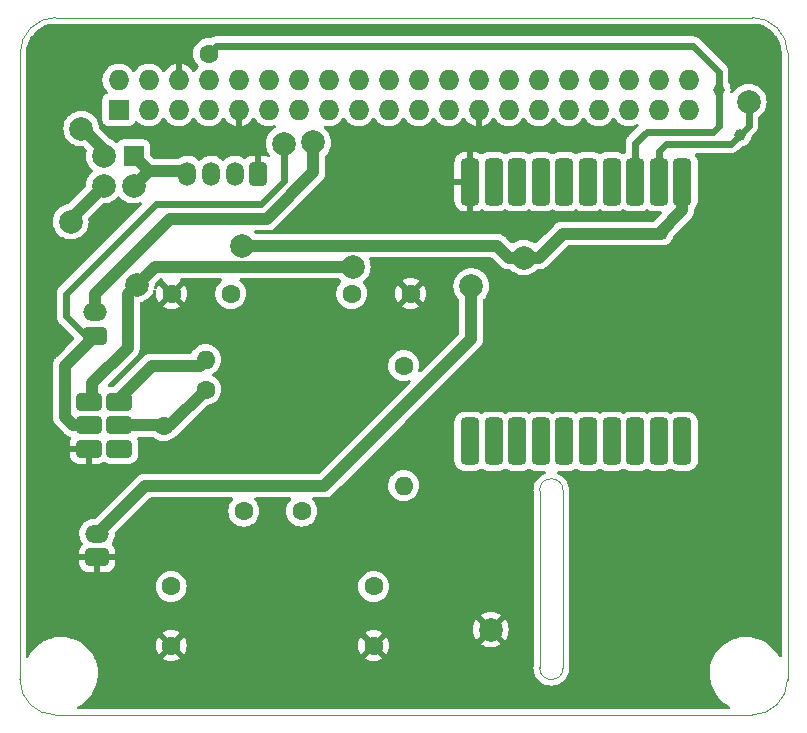
<source format=gbl>
G04 #@! TF.GenerationSoftware,KiCad,Pcbnew,(6.0.0)*
G04 #@! TF.CreationDate,2022-05-07T20:36:52+02:00*
G04 #@! TF.ProjectId,RPi_Hat,5250695f-4861-4742-9e6b-696361645f70,rev?*
G04 #@! TF.SameCoordinates,Original*
G04 #@! TF.FileFunction,Copper,L2,Bot*
G04 #@! TF.FilePolarity,Positive*
%FSLAX46Y46*%
G04 Gerber Fmt 4.6, Leading zero omitted, Abs format (unit mm)*
G04 Created by KiCad (PCBNEW (6.0.0)) date 2022-05-07 20:36:52*
%MOMM*%
%LPD*%
G01*
G04 APERTURE LIST*
G04 Aperture macros list*
%AMRoundRect*
0 Rectangle with rounded corners*
0 $1 Rounding radius*
0 $2 $3 $4 $5 $6 $7 $8 $9 X,Y pos of 4 corners*
0 Add a 4 corners polygon primitive as box body*
4,1,4,$2,$3,$4,$5,$6,$7,$8,$9,$2,$3,0*
0 Add four circle primitives for the rounded corners*
1,1,$1+$1,$2,$3*
1,1,$1+$1,$4,$5*
1,1,$1+$1,$6,$7*
1,1,$1+$1,$8,$9*
0 Add four rect primitives between the rounded corners*
20,1,$1+$1,$2,$3,$4,$5,0*
20,1,$1+$1,$4,$5,$6,$7,0*
20,1,$1+$1,$6,$7,$8,$9,0*
20,1,$1+$1,$8,$9,$2,$3,0*%
G04 Aperture macros list end*
G04 #@! TA.AperFunction,Profile*
%ADD10C,0.100000*%
G04 #@! TD*
G04 #@! TA.AperFunction,ComponentPad*
%ADD11R,1.727200X1.727200*%
G04 #@! TD*
G04 #@! TA.AperFunction,ComponentPad*
%ADD12O,1.727200X1.727200*%
G04 #@! TD*
G04 #@! TA.AperFunction,ComponentPad*
%ADD13RoundRect,0.312500X0.437500X0.687500X-0.437500X0.687500X-0.437500X-0.687500X0.437500X-0.687500X0*%
G04 #@! TD*
G04 #@! TA.AperFunction,ComponentPad*
%ADD14O,1.500000X2.000000*%
G04 #@! TD*
G04 #@! TA.AperFunction,ComponentPad*
%ADD15RoundRect,0.312500X0.687500X-0.437500X0.687500X0.437500X-0.687500X0.437500X-0.687500X-0.437500X0*%
G04 #@! TD*
G04 #@! TA.AperFunction,ComponentPad*
%ADD16O,2.000000X1.500000*%
G04 #@! TD*
G04 #@! TA.AperFunction,ComponentPad*
%ADD17C,1.600000*%
G04 #@! TD*
G04 #@! TA.AperFunction,ComponentPad*
%ADD18O,1.600000X1.600000*%
G04 #@! TD*
G04 #@! TA.AperFunction,ComponentPad*
%ADD19R,1.700000X1.700000*%
G04 #@! TD*
G04 #@! TA.AperFunction,ComponentPad*
%ADD20C,2.000000*%
G04 #@! TD*
G04 #@! TA.AperFunction,ComponentPad*
%ADD21RoundRect,0.312500X-0.787500X0.437500X-0.787500X-0.437500X0.787500X-0.437500X0.787500X0.437500X0*%
G04 #@! TD*
G04 #@! TA.AperFunction,ComponentPad*
%ADD22RoundRect,0.312500X0.787500X-0.437500X0.787500X0.437500X-0.787500X0.437500X-0.787500X-0.437500X0*%
G04 #@! TD*
G04 #@! TA.AperFunction,ComponentPad*
%ADD23RoundRect,0.400000X-0.400000X1.600000X-0.400000X-1.600000X0.400000X-1.600000X0.400000X1.600000X0*%
G04 #@! TD*
G04 #@! TA.AperFunction,SMDPad,CuDef*
%ADD24C,1.000000*%
G04 #@! TD*
G04 #@! TA.AperFunction,SMDPad,CuDef*
%ADD25C,2.000000*%
G04 #@! TD*
G04 #@! TA.AperFunction,ViaPad*
%ADD26C,1.600000*%
G04 #@! TD*
G04 #@! TA.AperFunction,ViaPad*
%ADD27C,2.000000*%
G04 #@! TD*
G04 #@! TA.AperFunction,Conductor*
%ADD28C,1.000000*%
G04 #@! TD*
G04 #@! TA.AperFunction,Conductor*
%ADD29C,0.600000*%
G04 #@! TD*
G04 APERTURE END LIST*
D10*
X125222000Y-38052000D02*
G75*
G03*
X122222000Y-35052000I-3000001J-1D01*
G01*
X63246000Y-35052000D02*
G75*
G03*
X60246000Y-38052000I1J-3000001D01*
G01*
X60210000Y-91100000D02*
G75*
G03*
X63210000Y-94100000I3000001J1D01*
G01*
X122210000Y-94100000D02*
G75*
G03*
X125210000Y-91100000I-1J3000001D01*
G01*
X106210000Y-75100000D02*
X106210000Y-90100000D01*
X104210000Y-90100000D02*
G75*
G03*
X106210000Y-90100000I1000000J0D01*
G01*
X60210000Y-56600000D02*
X60210000Y-75600000D01*
X125210000Y-40600000D02*
X125210000Y-91100000D01*
X125222000Y-38052000D02*
X125210000Y-40600000D01*
X63246000Y-35052000D02*
X122222000Y-35052000D01*
X60246000Y-38052000D02*
X60210000Y-56600000D01*
X104210000Y-75100000D02*
X104210000Y-90100000D01*
X106210000Y-75100000D02*
G75*
G03*
X104210000Y-75100000I-1000000J0D01*
G01*
X60210000Y-75600000D02*
X60210000Y-91100000D01*
X63210000Y-94100000D02*
X122210000Y-94100000D01*
D11*
X68580000Y-42870000D03*
D12*
X68580000Y-40330000D03*
X71120000Y-42870000D03*
X71120000Y-40330000D03*
X73660000Y-42870000D03*
X73660000Y-40330000D03*
X76200000Y-42870000D03*
X76200000Y-40330000D03*
X78740000Y-42870000D03*
X78740000Y-40330000D03*
X81280000Y-42870000D03*
X81280000Y-40330000D03*
X83820000Y-42870000D03*
X83820000Y-40330000D03*
X86360000Y-42870000D03*
X86360000Y-40330000D03*
X88900000Y-42870000D03*
X88900000Y-40330000D03*
X91440000Y-42870000D03*
X91440000Y-40330000D03*
X93980000Y-42870000D03*
X93980000Y-40330000D03*
X96520000Y-42870000D03*
X96520000Y-40330000D03*
X99060000Y-42870000D03*
X99060000Y-40330000D03*
X101600000Y-42870000D03*
X101600000Y-40330000D03*
X104140000Y-42870000D03*
X104140000Y-40330000D03*
X106680000Y-42870000D03*
X106680000Y-40330000D03*
X109220000Y-42870000D03*
X109220000Y-40330000D03*
X111760000Y-42870000D03*
X111760000Y-40330000D03*
X114300000Y-42870000D03*
X114300000Y-40330000D03*
X116840000Y-42870000D03*
X116840000Y-40330000D03*
D13*
X80391000Y-48260000D03*
D14*
X78391000Y-48260000D03*
X76391000Y-48260000D03*
X74391000Y-48260000D03*
D15*
X66760000Y-80756000D03*
D16*
X66760000Y-78756000D03*
D17*
X88305000Y-58420000D03*
X93305000Y-58420000D03*
X73065000Y-58420000D03*
X78065000Y-58420000D03*
X92710000Y-64516000D03*
D18*
X92710000Y-74676000D03*
D17*
X79175000Y-76835000D03*
X84075000Y-76835000D03*
X75946000Y-66548000D03*
D18*
X75946000Y-64008000D03*
D15*
X66548000Y-61976000D03*
D16*
X66548000Y-59976000D03*
D17*
X90170000Y-83225000D03*
X90170000Y-88225000D03*
D19*
X69850000Y-46736000D03*
D20*
X69850000Y-49276000D03*
X67310000Y-46736000D03*
X67310000Y-49276000D03*
D17*
X73025000Y-83225000D03*
X73025000Y-88225000D03*
D21*
X68626000Y-67564000D03*
D22*
X66026000Y-67564000D03*
D21*
X68626000Y-69564000D03*
D22*
X66026000Y-69564000D03*
D21*
X68626000Y-71564000D03*
D22*
X66026000Y-71564000D03*
D23*
X116315000Y-48944000D03*
X114315000Y-48944000D03*
X112315000Y-48944000D03*
X110315000Y-48944000D03*
X108315000Y-48944000D03*
X106315000Y-48944000D03*
X104315000Y-48944000D03*
X102315000Y-48944000D03*
X100315000Y-48944000D03*
X98315000Y-48944000D03*
X98315000Y-70944000D03*
X100315000Y-70944000D03*
X102315000Y-70944000D03*
X104315000Y-70944000D03*
X106315000Y-70944000D03*
X108315000Y-70944000D03*
X110315000Y-70944000D03*
X112315000Y-70944000D03*
X114315000Y-70944000D03*
X116315000Y-70944000D03*
D24*
X114554000Y-53340000D03*
X119380000Y-41148000D03*
X121158000Y-44958000D03*
X64770000Y-63754000D03*
X67056000Y-57912000D03*
D25*
X100076000Y-86868000D03*
D26*
X72390000Y-69596000D03*
D27*
X82550000Y-45720000D03*
X62484000Y-74676000D03*
X81625000Y-84836000D03*
X66675000Y-37465000D03*
X62738000Y-83225000D03*
X121666000Y-69850000D03*
X95504000Y-60452000D03*
X97028000Y-77216000D03*
X121666000Y-82550000D03*
X61976000Y-54864000D03*
X121666000Y-57150000D03*
X98425000Y-57785000D03*
D26*
X76200000Y-38100000D03*
D27*
X121920000Y-42164000D03*
X78994000Y-54356000D03*
X65405000Y-44450000D03*
X102870000Y-55372000D03*
X88392000Y-56134000D03*
X70104000Y-57658000D03*
X64516000Y-52324000D03*
X85060570Y-45631711D03*
D28*
X75946000Y-64008000D02*
X75438000Y-64516000D01*
X75438000Y-64516000D02*
X71374000Y-64516000D01*
X71374000Y-64516000D02*
X68326000Y-67564000D01*
X72930000Y-69564000D02*
X75946000Y-66548000D01*
X68326000Y-69564000D02*
X72930000Y-69564000D01*
X66548000Y-61976000D02*
X64008000Y-64516000D01*
D29*
X71755000Y-50800000D02*
X64135000Y-58420000D01*
D28*
X64008000Y-64516000D02*
X64008000Y-68834000D01*
X64008000Y-68834000D02*
X64738000Y-69564000D01*
D29*
X82550000Y-48895000D02*
X80645000Y-50800000D01*
X65786000Y-61976000D02*
X66548000Y-61976000D01*
D28*
X64738000Y-69564000D02*
X66326000Y-69564000D01*
D29*
X64135000Y-60325000D02*
X65786000Y-61976000D01*
X64135000Y-58420000D02*
X64135000Y-60325000D01*
X80645000Y-50800000D02*
X71755000Y-50800000D01*
X82550000Y-45720000D02*
X82550000Y-48895000D01*
D28*
X70840000Y-74676000D02*
X66760000Y-78756000D01*
X98425000Y-57785000D02*
X98425000Y-62230000D01*
X98425000Y-62230000D02*
X85979000Y-74676000D01*
X85979000Y-74676000D02*
X70840000Y-74676000D01*
D29*
X118872000Y-44704000D02*
X113284000Y-44704000D01*
X113284000Y-44704000D02*
X112315000Y-45673000D01*
X119380000Y-39624000D02*
X117221000Y-37465000D01*
X112315000Y-45673000D02*
X112315000Y-47420000D01*
X117221000Y-37465000D02*
X76835000Y-37465000D01*
X119380000Y-44196000D02*
X118872000Y-44704000D01*
X119380000Y-44196000D02*
X119380000Y-39624000D01*
X76835000Y-37465000D02*
X76200000Y-38100000D01*
X114315000Y-46340000D02*
X114315000Y-47420000D01*
X120396000Y-45720000D02*
X114935000Y-45720000D01*
X114935000Y-45720000D02*
X114315000Y-46340000D01*
X121920000Y-44196000D02*
X120396000Y-45720000D01*
X121920000Y-42164000D02*
X121920000Y-44196000D01*
D28*
X116315000Y-51325000D02*
X116315000Y-48944000D01*
X102870000Y-55372000D02*
X104140000Y-55372000D01*
X104140000Y-55372000D02*
X106172000Y-53340000D01*
X67310000Y-46228000D02*
X67310000Y-46736000D01*
X106172000Y-53340000D02*
X114300000Y-53340000D01*
X65405000Y-44450000D02*
X65532000Y-44450000D01*
X101600000Y-55372000D02*
X102870000Y-55372000D01*
X78994000Y-54356000D02*
X100584000Y-54356000D01*
X100584000Y-54356000D02*
X101600000Y-55372000D01*
X65532000Y-44450000D02*
X67310000Y-46228000D01*
X114300000Y-53340000D02*
X116315000Y-51325000D01*
X69342000Y-62992000D02*
X66326000Y-66008000D01*
X70104000Y-57658000D02*
X69342000Y-58420000D01*
X64516000Y-52324000D02*
X64516000Y-52070000D01*
X69342000Y-58420000D02*
X69342000Y-62992000D01*
X88392000Y-56134000D02*
X71628000Y-56134000D01*
X71628000Y-56134000D02*
X70104000Y-57658000D01*
X66326000Y-66008000D02*
X66326000Y-67564000D01*
X64516000Y-52070000D02*
X67310000Y-49276000D01*
X85060570Y-45631711D02*
X85060570Y-48162430D01*
X85060570Y-48162430D02*
X81153000Y-52070000D01*
X66548000Y-58420000D02*
X66548000Y-59976000D01*
X72898000Y-52070000D02*
X66548000Y-58420000D01*
X81153000Y-52070000D02*
X72898000Y-52070000D01*
X71120000Y-48006000D02*
X74137000Y-48006000D01*
X69850000Y-46736000D02*
X71120000Y-48006000D01*
X69850000Y-49276000D02*
X71120000Y-48006000D01*
X74137000Y-48006000D02*
X74391000Y-48260000D01*
G04 #@! TA.AperFunction,Conductor*
G36*
X122192057Y-35561500D02*
G01*
X122206858Y-35563805D01*
X122206861Y-35563805D01*
X122215730Y-35565186D01*
X122232899Y-35562941D01*
X122256839Y-35562108D01*
X122514770Y-35577710D01*
X122529874Y-35579544D01*
X122600648Y-35592514D01*
X122810879Y-35631040D01*
X122825641Y-35634678D01*
X123098408Y-35719675D01*
X123112627Y-35725069D01*
X123373140Y-35842316D01*
X123386609Y-35849385D01*
X123631095Y-35997182D01*
X123643617Y-36005825D01*
X123868507Y-36182016D01*
X123879895Y-36192106D01*
X124081894Y-36394105D01*
X124091984Y-36405493D01*
X124268175Y-36630383D01*
X124276818Y-36642905D01*
X124424615Y-36887391D01*
X124431684Y-36900860D01*
X124490909Y-37032453D01*
X124548930Y-37161370D01*
X124554325Y-37175592D01*
X124579288Y-37255700D01*
X124639321Y-37448353D01*
X124642962Y-37463127D01*
X124694456Y-37744126D01*
X124696290Y-37759230D01*
X124711455Y-38009929D01*
X124710198Y-38036639D01*
X124710195Y-38036859D01*
X124708814Y-38045730D01*
X124710454Y-38058270D01*
X124712740Y-38075750D01*
X124713803Y-38092682D01*
X124702190Y-40558553D01*
X124702154Y-40559439D01*
X124702000Y-40560423D01*
X124702000Y-40598455D01*
X124701999Y-40599048D01*
X124701834Y-40634084D01*
X124701970Y-40635066D01*
X124702000Y-40635971D01*
X124702000Y-89109613D01*
X124681998Y-89177734D01*
X124628342Y-89224227D01*
X124558068Y-89234331D01*
X124493488Y-89204837D01*
X124467157Y-89173089D01*
X124371666Y-89009348D01*
X124299687Y-88885924D01*
X124089001Y-88603781D01*
X124086557Y-88601183D01*
X124086552Y-88601177D01*
X123850180Y-88349907D01*
X123850176Y-88349904D01*
X123847730Y-88347303D01*
X123701923Y-88223868D01*
X123581698Y-88122090D01*
X123581694Y-88122087D01*
X123578976Y-88119786D01*
X123565181Y-88110568D01*
X123289170Y-87926144D01*
X123289168Y-87926143D01*
X123286193Y-87924155D01*
X123283009Y-87922515D01*
X122976330Y-87764564D01*
X122976325Y-87764562D01*
X122973147Y-87762925D01*
X122969806Y-87761659D01*
X122969801Y-87761657D01*
X122647205Y-87639437D01*
X122647206Y-87639437D01*
X122643861Y-87638170D01*
X122640397Y-87637290D01*
X122640393Y-87637289D01*
X122306037Y-87552373D01*
X122306029Y-87552371D01*
X122302570Y-87551493D01*
X122130848Y-87528122D01*
X121956653Y-87504415D01*
X121956646Y-87504414D01*
X121953660Y-87504008D01*
X121838919Y-87499500D01*
X121620802Y-87499500D01*
X121479244Y-87507538D01*
X121362008Y-87514195D01*
X121362001Y-87514196D01*
X121358440Y-87514398D01*
X121220117Y-87538166D01*
X121014918Y-87573425D01*
X121014910Y-87573427D01*
X121011400Y-87574030D01*
X121007975Y-87575028D01*
X121007972Y-87575029D01*
X120794370Y-87637289D01*
X120673341Y-87672566D01*
X120348610Y-87808737D01*
X120269612Y-87852978D01*
X120044498Y-87979047D01*
X120044493Y-87979050D01*
X120041381Y-87980793D01*
X120038485Y-87982878D01*
X120038480Y-87982881D01*
X119892059Y-88088290D01*
X119755605Y-88186523D01*
X119752969Y-88188917D01*
X119752967Y-88188919D01*
X119575733Y-88349907D01*
X119494954Y-88423281D01*
X119262781Y-88688023D01*
X119062071Y-88977347D01*
X118895402Y-89287532D01*
X118764919Y-89614590D01*
X118672299Y-89954317D01*
X118671757Y-89957839D01*
X118630277Y-90227339D01*
X118618732Y-90302345D01*
X118618592Y-90305909D01*
X118609027Y-90549370D01*
X118604908Y-90654200D01*
X118614757Y-90786735D01*
X118629484Y-90984899D01*
X118631004Y-91005358D01*
X118696684Y-91351304D01*
X118697742Y-91354713D01*
X118697744Y-91354719D01*
X118727233Y-91449687D01*
X118801104Y-91687592D01*
X118942921Y-92009897D01*
X119120313Y-92314076D01*
X119330999Y-92596219D01*
X119333443Y-92598817D01*
X119333448Y-92598823D01*
X119569820Y-92850093D01*
X119572270Y-92852697D01*
X119574999Y-92855007D01*
X119806859Y-93051291D01*
X119841024Y-93080214D01*
X120133807Y-93275845D01*
X120136989Y-93277484D01*
X120136991Y-93277485D01*
X120285523Y-93353984D01*
X120336925Y-93402957D01*
X120353691Y-93471945D01*
X120330497Y-93539047D01*
X120274707Y-93582956D01*
X120227831Y-93592000D01*
X65195807Y-93592000D01*
X65127686Y-93571998D01*
X65081193Y-93518342D01*
X65071089Y-93448068D01*
X65100583Y-93383488D01*
X65134241Y-93356065D01*
X65375502Y-93220953D01*
X65375507Y-93220950D01*
X65378619Y-93219207D01*
X65381515Y-93217122D01*
X65381520Y-93217119D01*
X65528239Y-93111496D01*
X65664395Y-93013477D01*
X65838858Y-92855007D01*
X65922405Y-92779118D01*
X65922406Y-92779117D01*
X65925046Y-92776719D01*
X66157219Y-92511977D01*
X66204326Y-92444073D01*
X66296652Y-92310984D01*
X66357929Y-92222653D01*
X66524598Y-91912468D01*
X66655081Y-91585410D01*
X66747701Y-91245683D01*
X66762487Y-91149618D01*
X66800726Y-90901178D01*
X66800726Y-90901174D01*
X66801268Y-90897655D01*
X66810833Y-90654200D01*
X66814952Y-90549370D01*
X66814952Y-90549365D01*
X66815092Y-90545800D01*
X66788996Y-90194642D01*
X66723316Y-89848696D01*
X66618896Y-89512408D01*
X66530302Y-89311062D01*
X72303493Y-89311062D01*
X72312789Y-89323077D01*
X72363994Y-89358931D01*
X72373489Y-89364414D01*
X72570947Y-89456490D01*
X72581239Y-89460236D01*
X72791688Y-89516625D01*
X72802481Y-89518528D01*
X73019525Y-89537517D01*
X73030475Y-89537517D01*
X73247519Y-89518528D01*
X73258312Y-89516625D01*
X73468761Y-89460236D01*
X73479053Y-89456490D01*
X73676511Y-89364414D01*
X73686006Y-89358931D01*
X73738048Y-89322491D01*
X73746424Y-89312012D01*
X73745925Y-89311062D01*
X89448493Y-89311062D01*
X89457789Y-89323077D01*
X89508994Y-89358931D01*
X89518489Y-89364414D01*
X89715947Y-89456490D01*
X89726239Y-89460236D01*
X89936688Y-89516625D01*
X89947481Y-89518528D01*
X90164525Y-89537517D01*
X90175475Y-89537517D01*
X90392519Y-89518528D01*
X90403312Y-89516625D01*
X90613761Y-89460236D01*
X90624053Y-89456490D01*
X90821511Y-89364414D01*
X90831006Y-89358931D01*
X90883048Y-89322491D01*
X90891424Y-89312012D01*
X90884356Y-89298566D01*
X90182812Y-88597022D01*
X90168868Y-88589408D01*
X90167035Y-88589539D01*
X90160420Y-88593790D01*
X89454923Y-89299287D01*
X89448493Y-89311062D01*
X73745925Y-89311062D01*
X73739356Y-89298566D01*
X73037812Y-88597022D01*
X73023868Y-88589408D01*
X73022035Y-88589539D01*
X73015420Y-88593790D01*
X72309923Y-89299287D01*
X72303493Y-89311062D01*
X66530302Y-89311062D01*
X66492094Y-89224227D01*
X66478522Y-89193382D01*
X66478520Y-89193379D01*
X66477079Y-89190103D01*
X66299687Y-88885924D01*
X66089001Y-88603781D01*
X66086557Y-88601183D01*
X66086552Y-88601177D01*
X65850180Y-88349907D01*
X65850176Y-88349904D01*
X65847730Y-88347303D01*
X65709727Y-88230475D01*
X71712483Y-88230475D01*
X71731472Y-88447519D01*
X71733375Y-88458312D01*
X71789764Y-88668761D01*
X71793510Y-88679053D01*
X71885586Y-88876511D01*
X71891069Y-88886006D01*
X71927509Y-88938048D01*
X71937988Y-88946424D01*
X71951434Y-88939356D01*
X72652978Y-88237812D01*
X72659356Y-88226132D01*
X73389408Y-88226132D01*
X73389539Y-88227965D01*
X73393790Y-88234580D01*
X74099287Y-88940077D01*
X74111062Y-88946507D01*
X74123077Y-88937211D01*
X74158931Y-88886006D01*
X74164414Y-88876511D01*
X74256490Y-88679053D01*
X74260236Y-88668761D01*
X74316625Y-88458312D01*
X74318528Y-88447519D01*
X74337517Y-88230475D01*
X88857483Y-88230475D01*
X88876472Y-88447519D01*
X88878375Y-88458312D01*
X88934764Y-88668761D01*
X88938510Y-88679053D01*
X89030586Y-88876511D01*
X89036069Y-88886006D01*
X89072509Y-88938048D01*
X89082988Y-88946424D01*
X89096434Y-88939356D01*
X89797978Y-88237812D01*
X89804356Y-88226132D01*
X90534408Y-88226132D01*
X90534539Y-88227965D01*
X90538790Y-88234580D01*
X91244287Y-88940077D01*
X91256062Y-88946507D01*
X91268077Y-88937211D01*
X91303931Y-88886006D01*
X91309414Y-88876511D01*
X91401490Y-88679053D01*
X91405236Y-88668761D01*
X91461625Y-88458312D01*
X91463528Y-88447519D01*
X91482517Y-88230475D01*
X91482517Y-88219525D01*
X91472118Y-88100670D01*
X99208160Y-88100670D01*
X99213887Y-88108320D01*
X99385042Y-88213205D01*
X99393837Y-88217687D01*
X99603988Y-88304734D01*
X99613373Y-88307783D01*
X99834554Y-88360885D01*
X99844301Y-88362428D01*
X100071070Y-88380275D01*
X100080930Y-88380275D01*
X100307699Y-88362428D01*
X100317446Y-88360885D01*
X100538627Y-88307783D01*
X100548012Y-88304734D01*
X100758163Y-88217687D01*
X100766958Y-88213205D01*
X100934445Y-88110568D01*
X100943907Y-88100110D01*
X100940124Y-88091334D01*
X100088812Y-87240022D01*
X100074868Y-87232408D01*
X100073035Y-87232539D01*
X100066420Y-87236790D01*
X99214920Y-88088290D01*
X99208160Y-88100670D01*
X91472118Y-88100670D01*
X91463528Y-88002481D01*
X91461625Y-87991688D01*
X91405236Y-87781239D01*
X91401490Y-87770947D01*
X91309414Y-87573489D01*
X91303931Y-87563994D01*
X91267491Y-87511952D01*
X91257012Y-87503576D01*
X91243566Y-87510644D01*
X90542022Y-88212188D01*
X90534408Y-88226132D01*
X89804356Y-88226132D01*
X89805592Y-88223868D01*
X89805461Y-88222035D01*
X89801210Y-88215420D01*
X89095713Y-87509923D01*
X89083938Y-87503493D01*
X89071923Y-87512789D01*
X89036069Y-87563994D01*
X89030586Y-87573489D01*
X88938510Y-87770947D01*
X88934764Y-87781239D01*
X88878375Y-87991688D01*
X88876472Y-88002481D01*
X88857483Y-88219525D01*
X88857483Y-88230475D01*
X74337517Y-88230475D01*
X74337517Y-88219525D01*
X74318528Y-88002481D01*
X74316625Y-87991688D01*
X74260236Y-87781239D01*
X74256490Y-87770947D01*
X74164414Y-87573489D01*
X74158931Y-87563994D01*
X74122491Y-87511952D01*
X74112012Y-87503576D01*
X74098566Y-87510644D01*
X73397022Y-88212188D01*
X73389408Y-88226132D01*
X72659356Y-88226132D01*
X72660592Y-88223868D01*
X72660461Y-88222035D01*
X72656210Y-88215420D01*
X71950713Y-87509923D01*
X71938938Y-87503493D01*
X71926923Y-87512789D01*
X71891069Y-87563994D01*
X71885586Y-87573489D01*
X71793510Y-87770947D01*
X71789764Y-87781239D01*
X71733375Y-87991688D01*
X71731472Y-88002481D01*
X71712483Y-88219525D01*
X71712483Y-88230475D01*
X65709727Y-88230475D01*
X65701923Y-88223868D01*
X65581698Y-88122090D01*
X65581694Y-88122087D01*
X65578976Y-88119786D01*
X65565181Y-88110568D01*
X65289170Y-87926144D01*
X65289168Y-87926143D01*
X65286193Y-87924155D01*
X65283009Y-87922515D01*
X64976330Y-87764564D01*
X64976325Y-87764562D01*
X64973147Y-87762925D01*
X64969806Y-87761659D01*
X64969801Y-87761657D01*
X64647205Y-87639437D01*
X64647206Y-87639437D01*
X64643861Y-87638170D01*
X64640397Y-87637290D01*
X64640393Y-87637289D01*
X64306037Y-87552373D01*
X64306029Y-87552371D01*
X64302570Y-87551493D01*
X64130848Y-87528122D01*
X63956653Y-87504415D01*
X63956646Y-87504414D01*
X63953660Y-87504008D01*
X63838919Y-87499500D01*
X63620802Y-87499500D01*
X63479244Y-87507538D01*
X63362008Y-87514195D01*
X63362001Y-87514196D01*
X63358440Y-87514398D01*
X63220117Y-87538166D01*
X63014918Y-87573425D01*
X63014910Y-87573427D01*
X63011400Y-87574030D01*
X63007975Y-87575028D01*
X63007972Y-87575029D01*
X62794370Y-87637289D01*
X62673341Y-87672566D01*
X62348610Y-87808737D01*
X62269612Y-87852978D01*
X62044498Y-87979047D01*
X62044493Y-87979050D01*
X62041381Y-87980793D01*
X62038485Y-87982878D01*
X62038480Y-87982881D01*
X61892059Y-88088290D01*
X61755605Y-88186523D01*
X61752969Y-88188917D01*
X61752967Y-88188919D01*
X61575733Y-88349907D01*
X61494954Y-88423281D01*
X61262781Y-88688023D01*
X61062071Y-88977347D01*
X61060380Y-88980494D01*
X61060377Y-88980499D01*
X60954992Y-89176630D01*
X60905130Y-89227170D01*
X60835859Y-89242729D01*
X60769173Y-89218367D01*
X60726244Y-89161819D01*
X60718000Y-89116992D01*
X60718000Y-87137988D01*
X72303576Y-87137988D01*
X72310644Y-87151434D01*
X73012188Y-87852978D01*
X73026132Y-87860592D01*
X73027965Y-87860461D01*
X73034580Y-87856210D01*
X73740077Y-87150713D01*
X73746507Y-87138938D01*
X73745772Y-87137988D01*
X89448576Y-87137988D01*
X89455644Y-87151434D01*
X90157188Y-87852978D01*
X90171132Y-87860592D01*
X90172965Y-87860461D01*
X90179580Y-87856210D01*
X90885077Y-87150713D01*
X90891507Y-87138938D01*
X90882211Y-87126923D01*
X90831006Y-87091069D01*
X90821511Y-87085586D01*
X90624053Y-86993510D01*
X90613761Y-86989764D01*
X90403312Y-86933375D01*
X90392519Y-86931472D01*
X90175475Y-86912483D01*
X90164525Y-86912483D01*
X89947481Y-86931472D01*
X89936688Y-86933375D01*
X89726239Y-86989764D01*
X89715947Y-86993510D01*
X89518489Y-87085586D01*
X89508994Y-87091069D01*
X89456952Y-87127509D01*
X89448576Y-87137988D01*
X73745772Y-87137988D01*
X73737211Y-87126923D01*
X73686006Y-87091069D01*
X73676511Y-87085586D01*
X73479053Y-86993510D01*
X73468761Y-86989764D01*
X73258312Y-86933375D01*
X73247519Y-86931472D01*
X73030475Y-86912483D01*
X73019525Y-86912483D01*
X72802481Y-86931472D01*
X72791688Y-86933375D01*
X72581239Y-86989764D01*
X72570947Y-86993510D01*
X72373489Y-87085586D01*
X72363994Y-87091069D01*
X72311952Y-87127509D01*
X72303576Y-87137988D01*
X60718000Y-87137988D01*
X60718000Y-86872930D01*
X98563725Y-86872930D01*
X98581572Y-87099699D01*
X98583115Y-87109446D01*
X98636217Y-87330627D01*
X98639266Y-87340012D01*
X98726313Y-87550163D01*
X98730795Y-87558958D01*
X98833432Y-87726445D01*
X98843890Y-87735907D01*
X98852666Y-87732124D01*
X99703978Y-86880812D01*
X99710356Y-86869132D01*
X100440408Y-86869132D01*
X100440539Y-86870965D01*
X100444790Y-86877580D01*
X101296290Y-87729080D01*
X101308670Y-87735840D01*
X101316320Y-87730113D01*
X101421205Y-87558958D01*
X101425687Y-87550163D01*
X101512734Y-87340012D01*
X101515783Y-87330627D01*
X101568885Y-87109446D01*
X101570428Y-87099699D01*
X101588275Y-86872930D01*
X101588275Y-86863070D01*
X101570428Y-86636301D01*
X101568885Y-86626554D01*
X101515783Y-86405373D01*
X101512734Y-86395988D01*
X101425687Y-86185837D01*
X101421205Y-86177042D01*
X101318568Y-86009555D01*
X101308110Y-86000093D01*
X101299334Y-86003876D01*
X100448022Y-86855188D01*
X100440408Y-86869132D01*
X99710356Y-86869132D01*
X99711592Y-86866868D01*
X99711461Y-86865035D01*
X99707210Y-86858420D01*
X98855710Y-86006920D01*
X98843330Y-86000160D01*
X98835680Y-86005887D01*
X98730795Y-86177042D01*
X98726313Y-86185837D01*
X98639266Y-86395988D01*
X98636217Y-86405373D01*
X98583115Y-86626554D01*
X98581572Y-86636301D01*
X98563725Y-86863070D01*
X98563725Y-86872930D01*
X60718000Y-86872930D01*
X60718000Y-85635890D01*
X99208093Y-85635890D01*
X99211876Y-85644666D01*
X100063188Y-86495978D01*
X100077132Y-86503592D01*
X100078965Y-86503461D01*
X100085580Y-86499210D01*
X100937080Y-85647710D01*
X100943840Y-85635330D01*
X100938113Y-85627680D01*
X100766958Y-85522795D01*
X100758163Y-85518313D01*
X100548012Y-85431266D01*
X100538627Y-85428217D01*
X100317446Y-85375115D01*
X100307699Y-85373572D01*
X100080930Y-85355725D01*
X100071070Y-85355725D01*
X99844301Y-85373572D01*
X99834554Y-85375115D01*
X99613373Y-85428217D01*
X99603988Y-85431266D01*
X99393837Y-85518313D01*
X99385042Y-85522795D01*
X99217555Y-85625432D01*
X99208093Y-85635890D01*
X60718000Y-85635890D01*
X60718000Y-83225000D01*
X71711502Y-83225000D01*
X71731457Y-83453087D01*
X71790716Y-83674243D01*
X71793039Y-83679224D01*
X71793039Y-83679225D01*
X71885151Y-83876762D01*
X71885154Y-83876767D01*
X71887477Y-83881749D01*
X72018802Y-84069300D01*
X72180700Y-84231198D01*
X72185208Y-84234355D01*
X72185211Y-84234357D01*
X72263389Y-84289098D01*
X72368251Y-84362523D01*
X72373233Y-84364846D01*
X72373238Y-84364849D01*
X72570775Y-84456961D01*
X72575757Y-84459284D01*
X72581065Y-84460706D01*
X72581067Y-84460707D01*
X72791598Y-84517119D01*
X72791600Y-84517119D01*
X72796913Y-84518543D01*
X73025000Y-84538498D01*
X73253087Y-84518543D01*
X73258400Y-84517119D01*
X73258402Y-84517119D01*
X73468933Y-84460707D01*
X73468935Y-84460706D01*
X73474243Y-84459284D01*
X73479225Y-84456961D01*
X73676762Y-84364849D01*
X73676767Y-84364846D01*
X73681749Y-84362523D01*
X73786611Y-84289098D01*
X73864789Y-84234357D01*
X73864792Y-84234355D01*
X73869300Y-84231198D01*
X74031198Y-84069300D01*
X74162523Y-83881749D01*
X74164846Y-83876767D01*
X74164849Y-83876762D01*
X74256961Y-83679225D01*
X74256961Y-83679224D01*
X74259284Y-83674243D01*
X74318543Y-83453087D01*
X74338498Y-83225000D01*
X88856502Y-83225000D01*
X88876457Y-83453087D01*
X88935716Y-83674243D01*
X88938039Y-83679224D01*
X88938039Y-83679225D01*
X89030151Y-83876762D01*
X89030154Y-83876767D01*
X89032477Y-83881749D01*
X89163802Y-84069300D01*
X89325700Y-84231198D01*
X89330208Y-84234355D01*
X89330211Y-84234357D01*
X89408389Y-84289098D01*
X89513251Y-84362523D01*
X89518233Y-84364846D01*
X89518238Y-84364849D01*
X89715775Y-84456961D01*
X89720757Y-84459284D01*
X89726065Y-84460706D01*
X89726067Y-84460707D01*
X89936598Y-84517119D01*
X89936600Y-84517119D01*
X89941913Y-84518543D01*
X90170000Y-84538498D01*
X90398087Y-84518543D01*
X90403400Y-84517119D01*
X90403402Y-84517119D01*
X90613933Y-84460707D01*
X90613935Y-84460706D01*
X90619243Y-84459284D01*
X90624225Y-84456961D01*
X90821762Y-84364849D01*
X90821767Y-84364846D01*
X90826749Y-84362523D01*
X90931611Y-84289098D01*
X91009789Y-84234357D01*
X91009792Y-84234355D01*
X91014300Y-84231198D01*
X91176198Y-84069300D01*
X91307523Y-83881749D01*
X91309846Y-83876767D01*
X91309849Y-83876762D01*
X91401961Y-83679225D01*
X91401961Y-83679224D01*
X91404284Y-83674243D01*
X91463543Y-83453087D01*
X91483498Y-83225000D01*
X91463543Y-82996913D01*
X91404284Y-82775757D01*
X91401961Y-82770775D01*
X91309849Y-82573238D01*
X91309846Y-82573233D01*
X91307523Y-82568251D01*
X91176198Y-82380700D01*
X91014300Y-82218802D01*
X91009792Y-82215645D01*
X91009789Y-82215643D01*
X90931611Y-82160902D01*
X90826749Y-82087477D01*
X90821767Y-82085154D01*
X90821762Y-82085151D01*
X90624225Y-81993039D01*
X90624224Y-81993039D01*
X90619243Y-81990716D01*
X90613935Y-81989294D01*
X90613933Y-81989293D01*
X90403402Y-81932881D01*
X90403400Y-81932881D01*
X90398087Y-81931457D01*
X90170000Y-81911502D01*
X89941913Y-81931457D01*
X89936600Y-81932881D01*
X89936598Y-81932881D01*
X89726067Y-81989293D01*
X89726065Y-81989294D01*
X89720757Y-81990716D01*
X89715776Y-81993039D01*
X89715775Y-81993039D01*
X89518238Y-82085151D01*
X89518233Y-82085154D01*
X89513251Y-82087477D01*
X89408389Y-82160902D01*
X89330211Y-82215643D01*
X89330208Y-82215645D01*
X89325700Y-82218802D01*
X89163802Y-82380700D01*
X89032477Y-82568251D01*
X89030154Y-82573233D01*
X89030151Y-82573238D01*
X88938039Y-82770775D01*
X88935716Y-82775757D01*
X88876457Y-82996913D01*
X88856502Y-83225000D01*
X74338498Y-83225000D01*
X74318543Y-82996913D01*
X74259284Y-82775757D01*
X74256961Y-82770775D01*
X74164849Y-82573238D01*
X74164846Y-82573233D01*
X74162523Y-82568251D01*
X74031198Y-82380700D01*
X73869300Y-82218802D01*
X73864792Y-82215645D01*
X73864789Y-82215643D01*
X73786611Y-82160902D01*
X73681749Y-82087477D01*
X73676767Y-82085154D01*
X73676762Y-82085151D01*
X73479225Y-81993039D01*
X73479224Y-81993039D01*
X73474243Y-81990716D01*
X73468935Y-81989294D01*
X73468933Y-81989293D01*
X73258402Y-81932881D01*
X73258400Y-81932881D01*
X73253087Y-81931457D01*
X73025000Y-81911502D01*
X72796913Y-81931457D01*
X72791600Y-81932881D01*
X72791598Y-81932881D01*
X72581067Y-81989293D01*
X72581065Y-81989294D01*
X72575757Y-81990716D01*
X72570776Y-81993039D01*
X72570775Y-81993039D01*
X72373238Y-82085151D01*
X72373233Y-82085154D01*
X72368251Y-82087477D01*
X72263389Y-82160902D01*
X72185211Y-82215643D01*
X72185208Y-82215645D01*
X72180700Y-82218802D01*
X72018802Y-82380700D01*
X71887477Y-82568251D01*
X71885154Y-82573233D01*
X71885151Y-82573238D01*
X71793039Y-82770775D01*
X71790716Y-82775757D01*
X71731457Y-82996913D01*
X71711502Y-83225000D01*
X60718000Y-83225000D01*
X60718000Y-81281753D01*
X65252001Y-81281753D01*
X65252055Y-81283644D01*
X65253480Y-81293600D01*
X65292105Y-81460902D01*
X65296755Y-81474105D01*
X65370738Y-81627148D01*
X65378202Y-81639000D01*
X65484255Y-81771849D01*
X65494151Y-81781745D01*
X65627000Y-81887798D01*
X65638852Y-81895262D01*
X65791895Y-81969245D01*
X65805098Y-81973895D01*
X65972399Y-82012520D01*
X65982347Y-82013944D01*
X65984277Y-82014000D01*
X66487885Y-82014000D01*
X66503124Y-82009525D01*
X66504329Y-82008135D01*
X66506000Y-82000452D01*
X66506000Y-81995884D01*
X67014000Y-81995884D01*
X67018475Y-82011123D01*
X67019865Y-82012328D01*
X67027548Y-82013999D01*
X67535753Y-82013999D01*
X67537644Y-82013945D01*
X67547600Y-82012520D01*
X67714902Y-81973895D01*
X67728105Y-81969245D01*
X67881148Y-81895262D01*
X67893000Y-81887798D01*
X68025849Y-81781745D01*
X68035745Y-81771849D01*
X68141798Y-81639000D01*
X68149262Y-81627148D01*
X68223245Y-81474105D01*
X68227895Y-81460902D01*
X68266520Y-81293601D01*
X68267944Y-81283653D01*
X68268000Y-81281723D01*
X68268000Y-81028115D01*
X68263525Y-81012876D01*
X68262135Y-81011671D01*
X68254452Y-81010000D01*
X67032115Y-81010000D01*
X67016876Y-81014475D01*
X67015671Y-81015865D01*
X67014000Y-81023548D01*
X67014000Y-81995884D01*
X66506000Y-81995884D01*
X66506000Y-81028115D01*
X66501525Y-81012876D01*
X66500135Y-81011671D01*
X66492452Y-81010000D01*
X65270116Y-81010000D01*
X65254877Y-81014475D01*
X65253672Y-81015865D01*
X65252001Y-81023548D01*
X65252001Y-81281753D01*
X60718000Y-81281753D01*
X60718000Y-78795690D01*
X65247037Y-78795690D01*
X65274025Y-79018715D01*
X65340082Y-79233435D01*
X65342652Y-79238415D01*
X65342654Y-79238419D01*
X65407852Y-79364738D01*
X65443118Y-79433064D01*
X65446531Y-79437511D01*
X65446531Y-79437512D01*
X65528676Y-79544566D01*
X65554276Y-79610787D01*
X65540011Y-79680335D01*
X65507321Y-79719742D01*
X65494150Y-79730256D01*
X65484255Y-79740151D01*
X65378202Y-79873000D01*
X65370738Y-79884852D01*
X65296755Y-80037895D01*
X65292105Y-80051098D01*
X65253480Y-80218399D01*
X65252056Y-80228347D01*
X65252000Y-80230277D01*
X65252000Y-80483885D01*
X65256475Y-80499124D01*
X65257865Y-80500329D01*
X65265548Y-80502000D01*
X68249884Y-80502000D01*
X68265123Y-80497525D01*
X68266328Y-80496135D01*
X68267999Y-80488452D01*
X68267999Y-80230247D01*
X68267945Y-80228356D01*
X68266520Y-80218400D01*
X68227895Y-80051098D01*
X68223245Y-80037895D01*
X68149262Y-79884852D01*
X68141798Y-79873000D01*
X68035745Y-79740151D01*
X68025851Y-79730257D01*
X68015989Y-79722384D01*
X67975232Y-79664252D01*
X67972372Y-79593313D01*
X67993045Y-79551909D01*
X67991992Y-79551201D01*
X68114164Y-79369390D01*
X68117290Y-79364738D01*
X68207588Y-79159033D01*
X68260032Y-78940589D01*
X68272963Y-78716310D01*
X68275166Y-78716437D01*
X68290599Y-78656990D01*
X68309601Y-78632633D01*
X71220829Y-75721405D01*
X71283141Y-75687379D01*
X71309924Y-75684500D01*
X78170812Y-75684500D01*
X78238933Y-75704502D01*
X78285426Y-75758158D01*
X78295530Y-75828432D01*
X78266036Y-75893012D01*
X78259907Y-75899595D01*
X78168802Y-75990700D01*
X78037477Y-76178251D01*
X78035154Y-76183233D01*
X78035151Y-76183238D01*
X77943039Y-76380775D01*
X77940716Y-76385757D01*
X77881457Y-76606913D01*
X77861502Y-76835000D01*
X77881457Y-77063087D01*
X77940716Y-77284243D01*
X77943039Y-77289224D01*
X77943039Y-77289225D01*
X78035151Y-77486762D01*
X78035154Y-77486767D01*
X78037477Y-77491749D01*
X78168802Y-77679300D01*
X78330700Y-77841198D01*
X78335208Y-77844355D01*
X78335211Y-77844357D01*
X78413389Y-77899098D01*
X78518251Y-77972523D01*
X78523233Y-77974846D01*
X78523238Y-77974849D01*
X78720775Y-78066961D01*
X78725757Y-78069284D01*
X78731065Y-78070706D01*
X78731067Y-78070707D01*
X78941598Y-78127119D01*
X78941600Y-78127119D01*
X78946913Y-78128543D01*
X79175000Y-78148498D01*
X79403087Y-78128543D01*
X79408400Y-78127119D01*
X79408402Y-78127119D01*
X79618933Y-78070707D01*
X79618935Y-78070706D01*
X79624243Y-78069284D01*
X79629225Y-78066961D01*
X79826762Y-77974849D01*
X79826767Y-77974846D01*
X79831749Y-77972523D01*
X79936611Y-77899098D01*
X80014789Y-77844357D01*
X80014792Y-77844355D01*
X80019300Y-77841198D01*
X80181198Y-77679300D01*
X80312523Y-77491749D01*
X80314846Y-77486767D01*
X80314849Y-77486762D01*
X80406961Y-77289225D01*
X80406961Y-77289224D01*
X80409284Y-77284243D01*
X80468543Y-77063087D01*
X80488498Y-76835000D01*
X80468543Y-76606913D01*
X80409284Y-76385757D01*
X80406961Y-76380775D01*
X80314849Y-76183238D01*
X80314846Y-76183233D01*
X80312523Y-76178251D01*
X80181198Y-75990700D01*
X80090093Y-75899595D01*
X80056067Y-75837283D01*
X80061132Y-75766468D01*
X80103679Y-75709632D01*
X80170199Y-75684821D01*
X80179188Y-75684500D01*
X83070812Y-75684500D01*
X83138933Y-75704502D01*
X83185426Y-75758158D01*
X83195530Y-75828432D01*
X83166036Y-75893012D01*
X83159907Y-75899595D01*
X83068802Y-75990700D01*
X82937477Y-76178251D01*
X82935154Y-76183233D01*
X82935151Y-76183238D01*
X82843039Y-76380775D01*
X82840716Y-76385757D01*
X82781457Y-76606913D01*
X82761502Y-76835000D01*
X82781457Y-77063087D01*
X82840716Y-77284243D01*
X82843039Y-77289224D01*
X82843039Y-77289225D01*
X82935151Y-77486762D01*
X82935154Y-77486767D01*
X82937477Y-77491749D01*
X83068802Y-77679300D01*
X83230700Y-77841198D01*
X83235208Y-77844355D01*
X83235211Y-77844357D01*
X83313389Y-77899098D01*
X83418251Y-77972523D01*
X83423233Y-77974846D01*
X83423238Y-77974849D01*
X83620775Y-78066961D01*
X83625757Y-78069284D01*
X83631065Y-78070706D01*
X83631067Y-78070707D01*
X83841598Y-78127119D01*
X83841600Y-78127119D01*
X83846913Y-78128543D01*
X84075000Y-78148498D01*
X84303087Y-78128543D01*
X84308400Y-78127119D01*
X84308402Y-78127119D01*
X84518933Y-78070707D01*
X84518935Y-78070706D01*
X84524243Y-78069284D01*
X84529225Y-78066961D01*
X84726762Y-77974849D01*
X84726767Y-77974846D01*
X84731749Y-77972523D01*
X84836611Y-77899098D01*
X84914789Y-77844357D01*
X84914792Y-77844355D01*
X84919300Y-77841198D01*
X85081198Y-77679300D01*
X85212523Y-77491749D01*
X85214846Y-77486767D01*
X85214849Y-77486762D01*
X85306961Y-77289225D01*
X85306961Y-77289224D01*
X85309284Y-77284243D01*
X85368543Y-77063087D01*
X85388498Y-76835000D01*
X85368543Y-76606913D01*
X85309284Y-76385757D01*
X85306961Y-76380775D01*
X85214849Y-76183238D01*
X85214846Y-76183233D01*
X85212523Y-76178251D01*
X85081198Y-75990700D01*
X84990093Y-75899595D01*
X84956067Y-75837283D01*
X84961132Y-75766468D01*
X85003679Y-75709632D01*
X85070199Y-75684821D01*
X85079188Y-75684500D01*
X85917157Y-75684500D01*
X85930764Y-75685237D01*
X85962262Y-75688659D01*
X85962267Y-75688659D01*
X85968388Y-75689324D01*
X85994638Y-75687027D01*
X86018388Y-75684950D01*
X86023214Y-75684621D01*
X86025686Y-75684500D01*
X86028769Y-75684500D01*
X86040738Y-75683326D01*
X86071506Y-75680310D01*
X86072819Y-75680188D01*
X86117084Y-75676315D01*
X86165413Y-75672087D01*
X86170532Y-75670600D01*
X86175833Y-75670080D01*
X86264834Y-75643209D01*
X86265967Y-75642874D01*
X86349414Y-75618630D01*
X86349418Y-75618628D01*
X86355336Y-75616909D01*
X86360068Y-75614456D01*
X86365169Y-75612916D01*
X86370612Y-75610022D01*
X86447260Y-75569269D01*
X86448426Y-75568657D01*
X86525453Y-75528729D01*
X86530926Y-75525892D01*
X86535089Y-75522569D01*
X86539796Y-75520066D01*
X86611918Y-75461245D01*
X86612774Y-75460554D01*
X86651973Y-75429262D01*
X86654477Y-75426758D01*
X86655195Y-75426116D01*
X86659528Y-75422415D01*
X86693062Y-75395065D01*
X86722288Y-75359737D01*
X86730277Y-75350958D01*
X87405235Y-74676000D01*
X91396502Y-74676000D01*
X91416457Y-74904087D01*
X91475716Y-75125243D01*
X91478039Y-75130224D01*
X91478039Y-75130225D01*
X91570151Y-75327762D01*
X91570154Y-75327767D01*
X91572477Y-75332749D01*
X91703802Y-75520300D01*
X91865700Y-75682198D01*
X91870208Y-75685355D01*
X91870211Y-75685357D01*
X91921693Y-75721405D01*
X92053251Y-75813523D01*
X92058233Y-75815846D01*
X92058238Y-75815849D01*
X92237834Y-75899595D01*
X92260757Y-75910284D01*
X92266065Y-75911706D01*
X92266067Y-75911707D01*
X92476598Y-75968119D01*
X92476600Y-75968119D01*
X92481913Y-75969543D01*
X92710000Y-75989498D01*
X92938087Y-75969543D01*
X92943400Y-75968119D01*
X92943402Y-75968119D01*
X93153933Y-75911707D01*
X93153935Y-75911706D01*
X93159243Y-75910284D01*
X93182166Y-75899595D01*
X93361762Y-75815849D01*
X93361767Y-75815846D01*
X93366749Y-75813523D01*
X93498307Y-75721405D01*
X93549789Y-75685357D01*
X93549792Y-75685355D01*
X93554300Y-75682198D01*
X93716198Y-75520300D01*
X93847523Y-75332749D01*
X93849846Y-75327767D01*
X93849849Y-75327762D01*
X93941961Y-75130225D01*
X93941961Y-75130224D01*
X93944284Y-75125243D01*
X94003543Y-74904087D01*
X94023498Y-74676000D01*
X94003543Y-74447913D01*
X93994259Y-74413265D01*
X93945707Y-74232067D01*
X93945706Y-74232065D01*
X93944284Y-74226757D01*
X93854467Y-74034142D01*
X93849849Y-74024238D01*
X93849846Y-74024233D01*
X93847523Y-74019251D01*
X93749628Y-73879443D01*
X93719357Y-73836211D01*
X93719355Y-73836208D01*
X93716198Y-73831700D01*
X93554300Y-73669802D01*
X93549792Y-73666645D01*
X93549789Y-73666643D01*
X93462570Y-73605572D01*
X93366749Y-73538477D01*
X93361767Y-73536154D01*
X93361762Y-73536151D01*
X93164225Y-73444039D01*
X93164224Y-73444039D01*
X93159243Y-73441716D01*
X93153935Y-73440294D01*
X93153933Y-73440293D01*
X92943402Y-73383881D01*
X92943400Y-73383881D01*
X92938087Y-73382457D01*
X92710000Y-73362502D01*
X92481913Y-73382457D01*
X92476600Y-73383881D01*
X92476598Y-73383881D01*
X92266067Y-73440293D01*
X92266065Y-73440294D01*
X92260757Y-73441716D01*
X92255776Y-73444039D01*
X92255775Y-73444039D01*
X92058238Y-73536151D01*
X92058233Y-73536154D01*
X92053251Y-73538477D01*
X91957430Y-73605572D01*
X91870211Y-73666643D01*
X91870208Y-73666645D01*
X91865700Y-73669802D01*
X91703802Y-73831700D01*
X91700645Y-73836208D01*
X91700643Y-73836211D01*
X91670372Y-73879443D01*
X91572477Y-74019251D01*
X91570154Y-74024233D01*
X91570151Y-74024238D01*
X91565533Y-74034142D01*
X91475716Y-74226757D01*
X91474294Y-74232065D01*
X91474293Y-74232067D01*
X91425741Y-74413265D01*
X91416457Y-74447913D01*
X91396502Y-74676000D01*
X87405235Y-74676000D01*
X92800816Y-69280419D01*
X97006500Y-69280419D01*
X97006501Y-72607580D01*
X97012743Y-72686904D01*
X97062171Y-72871371D01*
X97148871Y-73041530D01*
X97153024Y-73046659D01*
X97153027Y-73046663D01*
X97264900Y-73184814D01*
X97269055Y-73189945D01*
X97274186Y-73194100D01*
X97412337Y-73305973D01*
X97412340Y-73305975D01*
X97417470Y-73310129D01*
X97423347Y-73313124D01*
X97423351Y-73313126D01*
X97558482Y-73381978D01*
X97587629Y-73396829D01*
X97594002Y-73398537D01*
X97594003Y-73398537D01*
X97766519Y-73444763D01*
X97766523Y-73444764D01*
X97772096Y-73446257D01*
X97777852Y-73446710D01*
X97848963Y-73452307D01*
X97848970Y-73452307D01*
X97851419Y-73452500D01*
X98314812Y-73452500D01*
X98778580Y-73452499D01*
X98827947Y-73448614D01*
X98852150Y-73446710D01*
X98852152Y-73446710D01*
X98857904Y-73446257D01*
X99042371Y-73396829D01*
X99212530Y-73310129D01*
X99235705Y-73291362D01*
X99301232Y-73264036D01*
X99371131Y-73276475D01*
X99394294Y-73291361D01*
X99417470Y-73310129D01*
X99587629Y-73396829D01*
X99594002Y-73398537D01*
X99594003Y-73398537D01*
X99766519Y-73444763D01*
X99766523Y-73444764D01*
X99772096Y-73446257D01*
X99777852Y-73446710D01*
X99848963Y-73452307D01*
X99848970Y-73452307D01*
X99851419Y-73452500D01*
X100314812Y-73452500D01*
X100778580Y-73452499D01*
X100827947Y-73448614D01*
X100852150Y-73446710D01*
X100852152Y-73446710D01*
X100857904Y-73446257D01*
X101042371Y-73396829D01*
X101212530Y-73310129D01*
X101235705Y-73291362D01*
X101301232Y-73264036D01*
X101371131Y-73276475D01*
X101394294Y-73291361D01*
X101417470Y-73310129D01*
X101587629Y-73396829D01*
X101594002Y-73398537D01*
X101594003Y-73398537D01*
X101766519Y-73444763D01*
X101766523Y-73444764D01*
X101772096Y-73446257D01*
X101777852Y-73446710D01*
X101848963Y-73452307D01*
X101848970Y-73452307D01*
X101851419Y-73452500D01*
X102314812Y-73452500D01*
X102778580Y-73452499D01*
X102827947Y-73448614D01*
X102852150Y-73446710D01*
X102852152Y-73446710D01*
X102857904Y-73446257D01*
X103042371Y-73396829D01*
X103212530Y-73310129D01*
X103235705Y-73291362D01*
X103301232Y-73264036D01*
X103371131Y-73276475D01*
X103394294Y-73291361D01*
X103417470Y-73310129D01*
X103587629Y-73396829D01*
X103594002Y-73398537D01*
X103594003Y-73398537D01*
X103766519Y-73444763D01*
X103766523Y-73444764D01*
X103772096Y-73446257D01*
X103777852Y-73446710D01*
X103848963Y-73452307D01*
X103848970Y-73452307D01*
X103851419Y-73452500D01*
X103865072Y-73452500D01*
X104613380Y-73452499D01*
X104681500Y-73472501D01*
X104727993Y-73526157D01*
X104738097Y-73596431D01*
X104708604Y-73661011D01*
X104661597Y-73694908D01*
X104527837Y-73750313D01*
X104527835Y-73750314D01*
X104523265Y-73752207D01*
X104320879Y-73876230D01*
X104317117Y-73879443D01*
X104158702Y-74014743D01*
X104140386Y-74030386D01*
X103986230Y-74210879D01*
X103862207Y-74413265D01*
X103860314Y-74417835D01*
X103860313Y-74417837D01*
X103773266Y-74627988D01*
X103771372Y-74632561D01*
X103760943Y-74676000D01*
X103717115Y-74858554D01*
X103717114Y-74858560D01*
X103715960Y-74863367D01*
X103707359Y-74972661D01*
X103699244Y-75075771D01*
X103698291Y-75083910D01*
X103698328Y-75084003D01*
X103696814Y-75093730D01*
X103697449Y-75098583D01*
X103697337Y-75100000D01*
X103697634Y-75100000D01*
X103698882Y-75109544D01*
X103700936Y-75125250D01*
X103702000Y-75141588D01*
X103702000Y-90050672D01*
X103700500Y-90070056D01*
X103696814Y-90093730D01*
X103697634Y-90100000D01*
X103697337Y-90100000D01*
X103697920Y-90107409D01*
X103697920Y-90107413D01*
X103704509Y-90191130D01*
X103715960Y-90336633D01*
X103717114Y-90341440D01*
X103717115Y-90341446D01*
X103742672Y-90447897D01*
X103771372Y-90567439D01*
X103773265Y-90572010D01*
X103773266Y-90572012D01*
X103805831Y-90650630D01*
X103862207Y-90786735D01*
X103986230Y-90989121D01*
X103989443Y-90992883D01*
X104102080Y-91124763D01*
X104140386Y-91169614D01*
X104144142Y-91172822D01*
X104317117Y-91320557D01*
X104320879Y-91323770D01*
X104523265Y-91447793D01*
X104527835Y-91449686D01*
X104527837Y-91449687D01*
X104737988Y-91536734D01*
X104742561Y-91538628D01*
X104823660Y-91558098D01*
X104968554Y-91592885D01*
X104968560Y-91592886D01*
X104973367Y-91594040D01*
X105210000Y-91612663D01*
X105446633Y-91594040D01*
X105451440Y-91592886D01*
X105451446Y-91592885D01*
X105596340Y-91558098D01*
X105677439Y-91538628D01*
X105682012Y-91536734D01*
X105892163Y-91449687D01*
X105892165Y-91449686D01*
X105896735Y-91447793D01*
X106099121Y-91323770D01*
X106102883Y-91320557D01*
X106275858Y-91172822D01*
X106279614Y-91169614D01*
X106317921Y-91124763D01*
X106430557Y-90992883D01*
X106433770Y-90989121D01*
X106557793Y-90786735D01*
X106614170Y-90650630D01*
X106646734Y-90572012D01*
X106646735Y-90572010D01*
X106648628Y-90567439D01*
X106677328Y-90447897D01*
X106702885Y-90341446D01*
X106702886Y-90341440D01*
X106704040Y-90336633D01*
X106720014Y-90133657D01*
X106721372Y-90122637D01*
X106722265Y-90117330D01*
X106722265Y-90117329D01*
X106723071Y-90112539D01*
X106723224Y-90100000D01*
X106719273Y-90072412D01*
X106718000Y-90054549D01*
X106718000Y-75153207D01*
X106719746Y-75132303D01*
X106720279Y-75129137D01*
X106723071Y-75112539D01*
X106723224Y-75100000D01*
X106722534Y-75095184D01*
X106722529Y-75095100D01*
X106721665Y-75087314D01*
X106720667Y-75074634D01*
X106704040Y-74863367D01*
X106702886Y-74858560D01*
X106702885Y-74858554D01*
X106659057Y-74676000D01*
X106648628Y-74632561D01*
X106646734Y-74627988D01*
X106559687Y-74417837D01*
X106559686Y-74417835D01*
X106557793Y-74413265D01*
X106433770Y-74210879D01*
X106279614Y-74030386D01*
X106261299Y-74014743D01*
X106102883Y-73879443D01*
X106099121Y-73876230D01*
X105896735Y-73752207D01*
X105892165Y-73750314D01*
X105892163Y-73750313D01*
X105749059Y-73691038D01*
X105693778Y-73646490D01*
X105671357Y-73579127D01*
X105688915Y-73510335D01*
X105740877Y-73461957D01*
X105807163Y-73449017D01*
X105848962Y-73452307D01*
X105848971Y-73452307D01*
X105851419Y-73452500D01*
X106314812Y-73452500D01*
X106778580Y-73452499D01*
X106827947Y-73448614D01*
X106852150Y-73446710D01*
X106852152Y-73446710D01*
X106857904Y-73446257D01*
X107042371Y-73396829D01*
X107212530Y-73310129D01*
X107235705Y-73291362D01*
X107301232Y-73264036D01*
X107371131Y-73276475D01*
X107394294Y-73291361D01*
X107417470Y-73310129D01*
X107587629Y-73396829D01*
X107594002Y-73398537D01*
X107594003Y-73398537D01*
X107766519Y-73444763D01*
X107766523Y-73444764D01*
X107772096Y-73446257D01*
X107777852Y-73446710D01*
X107848963Y-73452307D01*
X107848970Y-73452307D01*
X107851419Y-73452500D01*
X108314812Y-73452500D01*
X108778580Y-73452499D01*
X108827947Y-73448614D01*
X108852150Y-73446710D01*
X108852152Y-73446710D01*
X108857904Y-73446257D01*
X109042371Y-73396829D01*
X109212530Y-73310129D01*
X109235705Y-73291362D01*
X109301232Y-73264036D01*
X109371131Y-73276475D01*
X109394294Y-73291361D01*
X109417470Y-73310129D01*
X109587629Y-73396829D01*
X109594002Y-73398537D01*
X109594003Y-73398537D01*
X109766519Y-73444763D01*
X109766523Y-73444764D01*
X109772096Y-73446257D01*
X109777852Y-73446710D01*
X109848963Y-73452307D01*
X109848970Y-73452307D01*
X109851419Y-73452500D01*
X110314812Y-73452500D01*
X110778580Y-73452499D01*
X110827947Y-73448614D01*
X110852150Y-73446710D01*
X110852152Y-73446710D01*
X110857904Y-73446257D01*
X111042371Y-73396829D01*
X111212530Y-73310129D01*
X111235705Y-73291362D01*
X111301232Y-73264036D01*
X111371131Y-73276475D01*
X111394294Y-73291361D01*
X111417470Y-73310129D01*
X111587629Y-73396829D01*
X111594002Y-73398537D01*
X111594003Y-73398537D01*
X111766519Y-73444763D01*
X111766523Y-73444764D01*
X111772096Y-73446257D01*
X111777852Y-73446710D01*
X111848963Y-73452307D01*
X111848970Y-73452307D01*
X111851419Y-73452500D01*
X112314812Y-73452500D01*
X112778580Y-73452499D01*
X112827947Y-73448614D01*
X112852150Y-73446710D01*
X112852152Y-73446710D01*
X112857904Y-73446257D01*
X113042371Y-73396829D01*
X113212530Y-73310129D01*
X113235705Y-73291362D01*
X113301232Y-73264036D01*
X113371131Y-73276475D01*
X113394294Y-73291361D01*
X113417470Y-73310129D01*
X113587629Y-73396829D01*
X113594002Y-73398537D01*
X113594003Y-73398537D01*
X113766519Y-73444763D01*
X113766523Y-73444764D01*
X113772096Y-73446257D01*
X113777852Y-73446710D01*
X113848963Y-73452307D01*
X113848970Y-73452307D01*
X113851419Y-73452500D01*
X114314812Y-73452500D01*
X114778580Y-73452499D01*
X114827947Y-73448614D01*
X114852150Y-73446710D01*
X114852152Y-73446710D01*
X114857904Y-73446257D01*
X115042371Y-73396829D01*
X115212530Y-73310129D01*
X115235705Y-73291362D01*
X115301232Y-73264036D01*
X115371131Y-73276475D01*
X115394294Y-73291361D01*
X115417470Y-73310129D01*
X115587629Y-73396829D01*
X115594002Y-73398537D01*
X115594003Y-73398537D01*
X115766519Y-73444763D01*
X115766523Y-73444764D01*
X115772096Y-73446257D01*
X115777852Y-73446710D01*
X115848963Y-73452307D01*
X115848970Y-73452307D01*
X115851419Y-73452500D01*
X116314812Y-73452500D01*
X116778580Y-73452499D01*
X116827947Y-73448614D01*
X116852150Y-73446710D01*
X116852152Y-73446710D01*
X116857904Y-73446257D01*
X117042371Y-73396829D01*
X117071518Y-73381978D01*
X117206649Y-73313126D01*
X117206653Y-73313124D01*
X117212530Y-73310129D01*
X117217660Y-73305975D01*
X117217663Y-73305973D01*
X117355814Y-73194100D01*
X117360945Y-73189945D01*
X117365100Y-73184814D01*
X117476973Y-73046663D01*
X117476976Y-73046659D01*
X117481129Y-73041530D01*
X117567829Y-72871371D01*
X117591804Y-72781895D01*
X117615763Y-72692481D01*
X117615764Y-72692477D01*
X117617257Y-72686904D01*
X117618051Y-72676810D01*
X117623307Y-72610037D01*
X117623307Y-72610030D01*
X117623500Y-72607581D01*
X117623499Y-69280420D01*
X117618402Y-69215643D01*
X117617710Y-69206850D01*
X117617710Y-69206848D01*
X117617257Y-69201096D01*
X117567829Y-69016629D01*
X117500134Y-68883769D01*
X117484126Y-68852351D01*
X117484124Y-68852347D01*
X117481129Y-68846470D01*
X117476976Y-68841341D01*
X117476973Y-68841337D01*
X117365100Y-68703186D01*
X117360945Y-68698055D01*
X117315001Y-68660850D01*
X117217663Y-68582027D01*
X117217659Y-68582024D01*
X117212530Y-68577871D01*
X117206653Y-68574876D01*
X117206649Y-68574874D01*
X117048251Y-68494167D01*
X117042371Y-68491171D01*
X117007555Y-68481842D01*
X116863481Y-68443237D01*
X116863477Y-68443236D01*
X116857904Y-68441743D01*
X116848175Y-68440977D01*
X116781037Y-68435693D01*
X116781030Y-68435693D01*
X116778581Y-68435500D01*
X116315188Y-68435500D01*
X115851420Y-68435501D01*
X115802053Y-68439386D01*
X115777850Y-68441290D01*
X115777848Y-68441290D01*
X115772096Y-68441743D01*
X115587629Y-68491171D01*
X115417470Y-68577871D01*
X115412341Y-68582024D01*
X115412340Y-68582025D01*
X115394295Y-68596638D01*
X115328768Y-68623964D01*
X115258869Y-68611525D01*
X115235705Y-68596638D01*
X115217660Y-68582025D01*
X115217659Y-68582024D01*
X115212530Y-68577871D01*
X115042371Y-68491171D01*
X115007555Y-68481842D01*
X114863481Y-68443237D01*
X114863477Y-68443236D01*
X114857904Y-68441743D01*
X114848175Y-68440977D01*
X114781037Y-68435693D01*
X114781030Y-68435693D01*
X114778581Y-68435500D01*
X114315188Y-68435500D01*
X113851420Y-68435501D01*
X113802053Y-68439386D01*
X113777850Y-68441290D01*
X113777848Y-68441290D01*
X113772096Y-68441743D01*
X113587629Y-68491171D01*
X113417470Y-68577871D01*
X113412341Y-68582024D01*
X113412340Y-68582025D01*
X113394295Y-68596638D01*
X113328768Y-68623964D01*
X113258869Y-68611525D01*
X113235705Y-68596638D01*
X113217660Y-68582025D01*
X113217659Y-68582024D01*
X113212530Y-68577871D01*
X113042371Y-68491171D01*
X113007555Y-68481842D01*
X112863481Y-68443237D01*
X112863477Y-68443236D01*
X112857904Y-68441743D01*
X112848175Y-68440977D01*
X112781037Y-68435693D01*
X112781030Y-68435693D01*
X112778581Y-68435500D01*
X112315188Y-68435500D01*
X111851420Y-68435501D01*
X111802053Y-68439386D01*
X111777850Y-68441290D01*
X111777848Y-68441290D01*
X111772096Y-68441743D01*
X111587629Y-68491171D01*
X111417470Y-68577871D01*
X111412341Y-68582024D01*
X111412340Y-68582025D01*
X111394295Y-68596638D01*
X111328768Y-68623964D01*
X111258869Y-68611525D01*
X111235705Y-68596638D01*
X111217660Y-68582025D01*
X111217659Y-68582024D01*
X111212530Y-68577871D01*
X111042371Y-68491171D01*
X111007555Y-68481842D01*
X110863481Y-68443237D01*
X110863477Y-68443236D01*
X110857904Y-68441743D01*
X110848175Y-68440977D01*
X110781037Y-68435693D01*
X110781030Y-68435693D01*
X110778581Y-68435500D01*
X110315188Y-68435500D01*
X109851420Y-68435501D01*
X109802053Y-68439386D01*
X109777850Y-68441290D01*
X109777848Y-68441290D01*
X109772096Y-68441743D01*
X109587629Y-68491171D01*
X109417470Y-68577871D01*
X109412341Y-68582024D01*
X109412340Y-68582025D01*
X109394295Y-68596638D01*
X109328768Y-68623964D01*
X109258869Y-68611525D01*
X109235705Y-68596638D01*
X109217660Y-68582025D01*
X109217659Y-68582024D01*
X109212530Y-68577871D01*
X109042371Y-68491171D01*
X109007555Y-68481842D01*
X108863481Y-68443237D01*
X108863477Y-68443236D01*
X108857904Y-68441743D01*
X108848175Y-68440977D01*
X108781037Y-68435693D01*
X108781030Y-68435693D01*
X108778581Y-68435500D01*
X108315188Y-68435500D01*
X107851420Y-68435501D01*
X107802053Y-68439386D01*
X107777850Y-68441290D01*
X107777848Y-68441290D01*
X107772096Y-68441743D01*
X107587629Y-68491171D01*
X107417470Y-68577871D01*
X107412341Y-68582024D01*
X107412340Y-68582025D01*
X107394295Y-68596638D01*
X107328768Y-68623964D01*
X107258869Y-68611525D01*
X107235705Y-68596638D01*
X107217660Y-68582025D01*
X107217659Y-68582024D01*
X107212530Y-68577871D01*
X107042371Y-68491171D01*
X107007555Y-68481842D01*
X106863481Y-68443237D01*
X106863477Y-68443236D01*
X106857904Y-68441743D01*
X106848175Y-68440977D01*
X106781037Y-68435693D01*
X106781030Y-68435693D01*
X106778581Y-68435500D01*
X106315188Y-68435500D01*
X105851420Y-68435501D01*
X105802053Y-68439386D01*
X105777850Y-68441290D01*
X105777848Y-68441290D01*
X105772096Y-68441743D01*
X105587629Y-68491171D01*
X105417470Y-68577871D01*
X105412341Y-68582024D01*
X105412340Y-68582025D01*
X105394295Y-68596638D01*
X105328768Y-68623964D01*
X105258869Y-68611525D01*
X105235705Y-68596638D01*
X105217660Y-68582025D01*
X105217659Y-68582024D01*
X105212530Y-68577871D01*
X105042371Y-68491171D01*
X105007555Y-68481842D01*
X104863481Y-68443237D01*
X104863477Y-68443236D01*
X104857904Y-68441743D01*
X104848175Y-68440977D01*
X104781037Y-68435693D01*
X104781030Y-68435693D01*
X104778581Y-68435500D01*
X104315188Y-68435500D01*
X103851420Y-68435501D01*
X103802053Y-68439386D01*
X103777850Y-68441290D01*
X103777848Y-68441290D01*
X103772096Y-68441743D01*
X103587629Y-68491171D01*
X103417470Y-68577871D01*
X103412341Y-68582024D01*
X103412340Y-68582025D01*
X103394295Y-68596638D01*
X103328768Y-68623964D01*
X103258869Y-68611525D01*
X103235705Y-68596638D01*
X103217660Y-68582025D01*
X103217659Y-68582024D01*
X103212530Y-68577871D01*
X103042371Y-68491171D01*
X103007555Y-68481842D01*
X102863481Y-68443237D01*
X102863477Y-68443236D01*
X102857904Y-68441743D01*
X102848175Y-68440977D01*
X102781037Y-68435693D01*
X102781030Y-68435693D01*
X102778581Y-68435500D01*
X102315188Y-68435500D01*
X101851420Y-68435501D01*
X101802053Y-68439386D01*
X101777850Y-68441290D01*
X101777848Y-68441290D01*
X101772096Y-68441743D01*
X101587629Y-68491171D01*
X101417470Y-68577871D01*
X101412341Y-68582024D01*
X101412340Y-68582025D01*
X101394295Y-68596638D01*
X101328768Y-68623964D01*
X101258869Y-68611525D01*
X101235705Y-68596638D01*
X101217660Y-68582025D01*
X101217659Y-68582024D01*
X101212530Y-68577871D01*
X101042371Y-68491171D01*
X101007555Y-68481842D01*
X100863481Y-68443237D01*
X100863477Y-68443236D01*
X100857904Y-68441743D01*
X100848175Y-68440977D01*
X100781037Y-68435693D01*
X100781030Y-68435693D01*
X100778581Y-68435500D01*
X100315188Y-68435500D01*
X99851420Y-68435501D01*
X99802053Y-68439386D01*
X99777850Y-68441290D01*
X99777848Y-68441290D01*
X99772096Y-68441743D01*
X99587629Y-68491171D01*
X99417470Y-68577871D01*
X99412341Y-68582024D01*
X99412340Y-68582025D01*
X99394295Y-68596638D01*
X99328768Y-68623964D01*
X99258869Y-68611525D01*
X99235705Y-68596638D01*
X99217660Y-68582025D01*
X99217659Y-68582024D01*
X99212530Y-68577871D01*
X99042371Y-68491171D01*
X99007555Y-68481842D01*
X98863481Y-68443237D01*
X98863477Y-68443236D01*
X98857904Y-68441743D01*
X98848175Y-68440977D01*
X98781037Y-68435693D01*
X98781030Y-68435693D01*
X98778581Y-68435500D01*
X98315188Y-68435500D01*
X97851420Y-68435501D01*
X97802053Y-68439386D01*
X97777850Y-68441290D01*
X97777848Y-68441290D01*
X97772096Y-68441743D01*
X97587629Y-68491171D01*
X97581749Y-68494167D01*
X97423351Y-68574874D01*
X97423347Y-68574876D01*
X97417470Y-68577871D01*
X97412341Y-68582024D01*
X97412337Y-68582027D01*
X97314999Y-68660850D01*
X97269055Y-68698055D01*
X97264900Y-68703186D01*
X97153027Y-68841337D01*
X97153024Y-68841341D01*
X97148871Y-68846470D01*
X97145876Y-68852347D01*
X97145874Y-68852351D01*
X97129866Y-68883769D01*
X97062171Y-69016629D01*
X97060463Y-69023002D01*
X97060463Y-69023003D01*
X97034214Y-69120967D01*
X97012743Y-69201096D01*
X97012290Y-69206850D01*
X97012290Y-69206852D01*
X97006694Y-69277960D01*
X97006500Y-69280419D01*
X92800816Y-69280419D01*
X99094379Y-62986855D01*
X99104522Y-62977753D01*
X99129218Y-62957897D01*
X99134025Y-62954032D01*
X99166292Y-62915578D01*
X99169472Y-62911931D01*
X99171115Y-62910119D01*
X99173309Y-62907925D01*
X99200642Y-62874651D01*
X99201348Y-62873800D01*
X99201488Y-62873634D01*
X99261154Y-62802526D01*
X99263722Y-62797856D01*
X99267103Y-62793739D01*
X99310977Y-62711914D01*
X99311606Y-62710755D01*
X99353462Y-62634619D01*
X99353465Y-62634611D01*
X99356433Y-62629213D01*
X99358045Y-62624131D01*
X99360562Y-62619437D01*
X99387762Y-62530469D01*
X99388108Y-62529358D01*
X99389054Y-62526378D01*
X99416235Y-62440694D01*
X99416829Y-62435398D01*
X99418387Y-62430302D01*
X99427790Y-62337743D01*
X99427911Y-62336607D01*
X99433500Y-62286773D01*
X99433500Y-62283246D01*
X99433555Y-62282261D01*
X99434002Y-62276581D01*
X99438374Y-62233538D01*
X99434059Y-62187891D01*
X99433500Y-62176033D01*
X99433500Y-58965556D01*
X99453502Y-58897435D01*
X99477668Y-58869746D01*
X99491212Y-58858178D01*
X99491213Y-58858177D01*
X99494969Y-58854969D01*
X99649176Y-58674416D01*
X99651755Y-58670208D01*
X99651759Y-58670202D01*
X99770654Y-58476183D01*
X99773240Y-58471963D01*
X99777322Y-58462110D01*
X99862211Y-58257167D01*
X99862212Y-58257165D01*
X99864105Y-58252594D01*
X99898167Y-58110716D01*
X99918380Y-58026524D01*
X99918381Y-58026518D01*
X99919535Y-58021711D01*
X99938165Y-57785000D01*
X99919535Y-57548289D01*
X99917796Y-57541042D01*
X99867553Y-57331769D01*
X99864105Y-57317406D01*
X99817118Y-57203969D01*
X99775135Y-57102611D01*
X99775133Y-57102607D01*
X99773240Y-57098037D01*
X99770654Y-57093817D01*
X99651759Y-56899798D01*
X99651755Y-56899792D01*
X99649176Y-56895584D01*
X99494969Y-56715031D01*
X99314416Y-56560824D01*
X99310208Y-56558245D01*
X99310202Y-56558241D01*
X99116183Y-56439346D01*
X99111963Y-56436760D01*
X99107393Y-56434867D01*
X99107389Y-56434865D01*
X98897167Y-56347789D01*
X98897165Y-56347788D01*
X98892594Y-56345895D01*
X98762366Y-56314630D01*
X98666524Y-56291620D01*
X98666518Y-56291619D01*
X98661711Y-56290465D01*
X98425000Y-56271835D01*
X98188289Y-56290465D01*
X98183482Y-56291619D01*
X98183476Y-56291620D01*
X98087634Y-56314630D01*
X97957406Y-56345895D01*
X97952835Y-56347788D01*
X97952833Y-56347789D01*
X97742611Y-56434865D01*
X97742607Y-56434867D01*
X97738037Y-56436760D01*
X97733817Y-56439346D01*
X97539798Y-56558241D01*
X97539792Y-56558245D01*
X97535584Y-56560824D01*
X97355031Y-56715031D01*
X97200824Y-56895584D01*
X97198245Y-56899792D01*
X97198241Y-56899798D01*
X97079346Y-57093817D01*
X97076760Y-57098037D01*
X97074867Y-57102607D01*
X97074865Y-57102611D01*
X97032882Y-57203969D01*
X96985895Y-57317406D01*
X96982447Y-57331769D01*
X96932205Y-57541042D01*
X96930465Y-57548289D01*
X96911835Y-57785000D01*
X96930465Y-58021711D01*
X96931619Y-58026518D01*
X96931620Y-58026524D01*
X96951833Y-58110716D01*
X96985895Y-58252594D01*
X96987788Y-58257165D01*
X96987789Y-58257167D01*
X97072679Y-58462110D01*
X97076760Y-58471963D01*
X97079346Y-58476183D01*
X97198241Y-58670202D01*
X97198245Y-58670208D01*
X97200824Y-58674416D01*
X97355031Y-58854969D01*
X97358787Y-58858177D01*
X97358788Y-58858178D01*
X97372332Y-58869746D01*
X97411140Y-58929197D01*
X97416500Y-58965556D01*
X97416500Y-61760075D01*
X97396498Y-61828196D01*
X97379595Y-61849170D01*
X94159943Y-65068822D01*
X94097631Y-65102848D01*
X94026816Y-65097783D01*
X93969980Y-65055236D01*
X93945169Y-64988716D01*
X93949141Y-64947115D01*
X94003543Y-64744087D01*
X94023498Y-64516000D01*
X94003543Y-64287913D01*
X93984446Y-64216642D01*
X93945707Y-64072067D01*
X93945706Y-64072065D01*
X93944284Y-64066757D01*
X93929349Y-64034728D01*
X93849849Y-63864238D01*
X93849846Y-63864233D01*
X93847523Y-63859251D01*
X93716198Y-63671700D01*
X93554300Y-63509802D01*
X93549792Y-63506645D01*
X93549789Y-63506643D01*
X93471611Y-63451902D01*
X93366749Y-63378477D01*
X93361767Y-63376154D01*
X93361762Y-63376151D01*
X93164225Y-63284039D01*
X93164224Y-63284039D01*
X93159243Y-63281716D01*
X93153935Y-63280294D01*
X93153933Y-63280293D01*
X92943402Y-63223881D01*
X92943400Y-63223881D01*
X92938087Y-63222457D01*
X92710000Y-63202502D01*
X92481913Y-63222457D01*
X92476600Y-63223881D01*
X92476598Y-63223881D01*
X92266067Y-63280293D01*
X92266065Y-63280294D01*
X92260757Y-63281716D01*
X92255776Y-63284039D01*
X92255775Y-63284039D01*
X92058238Y-63376151D01*
X92058233Y-63376154D01*
X92053251Y-63378477D01*
X91948389Y-63451902D01*
X91870211Y-63506643D01*
X91870208Y-63506645D01*
X91865700Y-63509802D01*
X91703802Y-63671700D01*
X91572477Y-63859251D01*
X91570154Y-63864233D01*
X91570151Y-63864238D01*
X91490651Y-64034728D01*
X91475716Y-64066757D01*
X91474294Y-64072065D01*
X91474293Y-64072067D01*
X91435554Y-64216642D01*
X91416457Y-64287913D01*
X91396502Y-64516000D01*
X91416457Y-64744087D01*
X91417880Y-64749399D01*
X91417881Y-64749402D01*
X91470859Y-64947115D01*
X91475716Y-64965243D01*
X91478039Y-64970224D01*
X91478039Y-64970225D01*
X91570151Y-65167762D01*
X91570154Y-65167767D01*
X91572477Y-65172749D01*
X91575634Y-65177257D01*
X91680047Y-65326374D01*
X91703802Y-65360300D01*
X91865700Y-65522198D01*
X91870208Y-65525355D01*
X91870211Y-65525357D01*
X91921693Y-65561405D01*
X92053251Y-65653523D01*
X92058233Y-65655846D01*
X92058238Y-65655849D01*
X92255775Y-65747961D01*
X92260757Y-65750284D01*
X92266065Y-65751706D01*
X92266067Y-65751707D01*
X92476598Y-65808119D01*
X92476600Y-65808119D01*
X92481913Y-65809543D01*
X92710000Y-65829498D01*
X92938087Y-65809543D01*
X93141116Y-65755141D01*
X93212092Y-65756831D01*
X93270888Y-65796625D01*
X93298836Y-65861889D01*
X93287063Y-65931903D01*
X93262822Y-65965943D01*
X85598171Y-73630595D01*
X85535859Y-73664621D01*
X85509076Y-73667500D01*
X70901842Y-73667500D01*
X70888235Y-73666763D01*
X70856737Y-73663341D01*
X70856732Y-73663341D01*
X70850611Y-73662676D01*
X70832611Y-73664251D01*
X70800609Y-73667050D01*
X70795784Y-73667379D01*
X70793313Y-73667500D01*
X70790231Y-73667500D01*
X70767763Y-73669703D01*
X70747489Y-73671691D01*
X70746174Y-73671813D01*
X70713913Y-73674636D01*
X70653587Y-73679913D01*
X70648468Y-73681400D01*
X70643167Y-73681920D01*
X70554194Y-73708782D01*
X70553054Y-73709120D01*
X70463663Y-73735091D01*
X70458929Y-73737545D01*
X70453831Y-73739084D01*
X70448387Y-73741978D01*
X70448386Y-73741979D01*
X70371831Y-73782684D01*
X70370663Y-73783298D01*
X70288074Y-73826108D01*
X70283911Y-73829431D01*
X70279204Y-73831934D01*
X70207082Y-73890755D01*
X70206226Y-73891446D01*
X70167027Y-73922738D01*
X70164523Y-73925242D01*
X70163805Y-73925884D01*
X70159472Y-73929585D01*
X70125938Y-73956935D01*
X70122011Y-73961682D01*
X70122009Y-73961684D01*
X70096713Y-73992262D01*
X70088723Y-74001042D01*
X66629171Y-77460595D01*
X66566859Y-77494621D01*
X66540076Y-77497500D01*
X66453001Y-77497500D01*
X66450214Y-77497749D01*
X66450208Y-77497749D01*
X66380071Y-77504009D01*
X66286238Y-77512383D01*
X66280824Y-77513864D01*
X66280819Y-77513865D01*
X66153088Y-77548809D01*
X66069549Y-77571663D01*
X66064491Y-77574075D01*
X66064487Y-77574077D01*
X65968165Y-77620021D01*
X65866782Y-77668378D01*
X65684346Y-77799471D01*
X65528008Y-77960799D01*
X65402710Y-78147262D01*
X65312412Y-78352967D01*
X65259968Y-78571411D01*
X65247037Y-78795690D01*
X60718000Y-78795690D01*
X60718000Y-72089753D01*
X64418001Y-72089753D01*
X64418055Y-72091644D01*
X64419480Y-72101600D01*
X64458105Y-72268902D01*
X64462755Y-72282105D01*
X64536738Y-72435148D01*
X64544202Y-72447000D01*
X64650255Y-72579849D01*
X64660151Y-72589745D01*
X64793000Y-72695798D01*
X64804852Y-72703262D01*
X64957895Y-72777245D01*
X64971098Y-72781895D01*
X65138399Y-72820520D01*
X65148347Y-72821944D01*
X65150277Y-72822000D01*
X65753885Y-72822000D01*
X65769124Y-72817525D01*
X65770329Y-72816135D01*
X65772000Y-72808452D01*
X65772000Y-71836115D01*
X65767525Y-71820876D01*
X65766135Y-71819671D01*
X65758452Y-71818000D01*
X64436116Y-71818000D01*
X64420877Y-71822475D01*
X64419672Y-71823865D01*
X64418001Y-71831548D01*
X64418001Y-72089753D01*
X60718000Y-72089753D01*
X60718000Y-64512462D01*
X62994626Y-64512462D01*
X62995206Y-64518593D01*
X62998941Y-64558109D01*
X62999500Y-64569967D01*
X62999500Y-68772157D01*
X62998763Y-68785764D01*
X62994676Y-68823388D01*
X62995213Y-68829523D01*
X62999050Y-68873388D01*
X62999379Y-68878214D01*
X62999500Y-68880686D01*
X62999500Y-68883769D01*
X62999801Y-68886837D01*
X63003690Y-68926506D01*
X63003812Y-68927819D01*
X63011913Y-69020413D01*
X63013400Y-69025532D01*
X63013920Y-69030833D01*
X63040791Y-69119834D01*
X63041126Y-69120967D01*
X63062787Y-69195521D01*
X63067091Y-69210336D01*
X63069544Y-69215068D01*
X63071084Y-69220169D01*
X63073978Y-69225612D01*
X63114731Y-69302260D01*
X63115343Y-69303426D01*
X63158108Y-69385926D01*
X63161431Y-69390089D01*
X63163934Y-69394796D01*
X63222755Y-69466918D01*
X63223446Y-69467774D01*
X63254738Y-69506973D01*
X63257242Y-69509477D01*
X63257884Y-69510195D01*
X63261585Y-69514528D01*
X63288935Y-69548062D01*
X63324267Y-69577291D01*
X63333037Y-69585272D01*
X63981149Y-70233383D01*
X63990251Y-70243527D01*
X64013968Y-70273025D01*
X64018696Y-70276992D01*
X64052421Y-70305291D01*
X64056069Y-70308472D01*
X64057881Y-70310115D01*
X64060075Y-70312309D01*
X64093349Y-70339642D01*
X64094147Y-70340304D01*
X64165474Y-70400154D01*
X64170144Y-70402722D01*
X64174261Y-70406103D01*
X64194079Y-70416729D01*
X64256086Y-70449977D01*
X64257245Y-70450606D01*
X64333381Y-70492462D01*
X64333389Y-70492465D01*
X64338787Y-70495433D01*
X64343869Y-70497045D01*
X64348563Y-70499562D01*
X64354454Y-70501363D01*
X64437477Y-70526747D01*
X64438738Y-70527140D01*
X64454518Y-70532146D01*
X64513401Y-70571810D01*
X64541493Y-70637013D01*
X64529857Y-70707086D01*
X64462755Y-70845895D01*
X64458105Y-70859098D01*
X64419480Y-71026399D01*
X64418056Y-71036347D01*
X64418000Y-71038277D01*
X64418000Y-71291885D01*
X64422475Y-71307124D01*
X64423865Y-71308329D01*
X64431548Y-71310000D01*
X66154000Y-71310000D01*
X66222121Y-71330002D01*
X66268614Y-71383658D01*
X66280000Y-71436000D01*
X66280000Y-72803884D01*
X66284475Y-72819123D01*
X66285865Y-72820328D01*
X66293548Y-72821999D01*
X66901753Y-72821999D01*
X66903644Y-72821945D01*
X66913600Y-72820520D01*
X67080902Y-72781895D01*
X67094105Y-72777245D01*
X67247145Y-72703263D01*
X67258383Y-72696186D01*
X67326685Y-72676810D01*
X67392674Y-72696187D01*
X67392729Y-72696222D01*
X67398240Y-72700621D01*
X67564070Y-72780786D01*
X67570931Y-72782370D01*
X67738341Y-72821020D01*
X67738344Y-72821020D01*
X67743540Y-72822220D01*
X67748396Y-72822500D01*
X69503604Y-72822500D01*
X69508460Y-72822220D01*
X69513656Y-72821020D01*
X69513659Y-72821020D01*
X69681069Y-72782370D01*
X69687930Y-72780786D01*
X69853760Y-72700621D01*
X69997708Y-72585708D01*
X70112621Y-72441760D01*
X70115818Y-72435148D01*
X70189720Y-72282272D01*
X70192786Y-72275930D01*
X70234220Y-72096460D01*
X70234500Y-72091604D01*
X70234500Y-71036396D01*
X70234220Y-71031540D01*
X70192786Y-70852070D01*
X70145058Y-70753339D01*
X70133418Y-70683303D01*
X70161490Y-70618092D01*
X70220362Y-70578410D01*
X70258498Y-70572500D01*
X71465193Y-70572500D01*
X71533314Y-70592502D01*
X71543515Y-70600013D01*
X71545700Y-70602198D01*
X71733251Y-70733523D01*
X71738233Y-70735846D01*
X71738238Y-70735849D01*
X71924064Y-70822500D01*
X71940757Y-70830284D01*
X71946065Y-70831706D01*
X71946067Y-70831707D01*
X72156598Y-70888119D01*
X72156600Y-70888119D01*
X72161913Y-70889543D01*
X72390000Y-70909498D01*
X72618087Y-70889543D01*
X72623400Y-70888119D01*
X72623402Y-70888119D01*
X72833933Y-70831707D01*
X72833935Y-70831706D01*
X72839243Y-70830284D01*
X72855936Y-70822500D01*
X73041762Y-70735849D01*
X73041767Y-70735846D01*
X73046749Y-70733523D01*
X73211601Y-70618092D01*
X73229789Y-70605357D01*
X73229794Y-70605353D01*
X73234300Y-70602198D01*
X73344305Y-70492193D01*
X73374248Y-70470036D01*
X73398294Y-70457251D01*
X73399460Y-70456639D01*
X73476453Y-70416729D01*
X73481926Y-70413892D01*
X73486089Y-70410569D01*
X73490796Y-70408066D01*
X73562918Y-70349245D01*
X73563774Y-70348554D01*
X73602973Y-70317262D01*
X73605477Y-70314758D01*
X73606195Y-70314116D01*
X73610528Y-70310415D01*
X73644062Y-70283065D01*
X73673288Y-70247737D01*
X73681277Y-70238958D01*
X76037116Y-67883118D01*
X76099428Y-67849093D01*
X76115227Y-67846692D01*
X76174087Y-67841543D01*
X76321859Y-67801947D01*
X76389933Y-67783707D01*
X76389935Y-67783706D01*
X76395243Y-67782284D01*
X76400225Y-67779961D01*
X76597762Y-67687849D01*
X76597767Y-67687846D01*
X76602749Y-67685523D01*
X76707611Y-67612098D01*
X76785789Y-67557357D01*
X76785792Y-67557355D01*
X76790300Y-67554198D01*
X76952198Y-67392300D01*
X77083523Y-67204749D01*
X77085846Y-67199767D01*
X77085849Y-67199762D01*
X77177961Y-67002225D01*
X77177961Y-67002224D01*
X77180284Y-66997243D01*
X77239543Y-66776087D01*
X77259498Y-66548000D01*
X77239543Y-66319913D01*
X77230881Y-66287587D01*
X77181707Y-66104067D01*
X77181706Y-66104065D01*
X77180284Y-66098757D01*
X77177961Y-66093775D01*
X77085849Y-65896238D01*
X77085846Y-65896233D01*
X77083523Y-65891251D01*
X76989401Y-65756831D01*
X76955357Y-65708211D01*
X76955355Y-65708208D01*
X76952198Y-65703700D01*
X76790300Y-65541802D01*
X76785792Y-65538645D01*
X76785789Y-65538643D01*
X76658752Y-65449691D01*
X76602749Y-65410477D01*
X76597767Y-65408154D01*
X76597762Y-65408151D01*
X76563543Y-65392195D01*
X76510258Y-65345278D01*
X76490797Y-65277001D01*
X76511339Y-65209041D01*
X76563543Y-65163805D01*
X76597762Y-65147849D01*
X76597767Y-65147846D01*
X76602749Y-65145523D01*
X76731692Y-65055236D01*
X76785789Y-65017357D01*
X76785792Y-65017355D01*
X76790300Y-65014198D01*
X76952198Y-64852300D01*
X77083523Y-64664749D01*
X77085846Y-64659767D01*
X77085849Y-64659762D01*
X77177961Y-64462225D01*
X77177961Y-64462224D01*
X77180284Y-64457243D01*
X77185635Y-64437275D01*
X77238119Y-64241402D01*
X77238119Y-64241400D01*
X77239543Y-64236087D01*
X77259498Y-64008000D01*
X77239543Y-63779913D01*
X77234941Y-63762738D01*
X77181707Y-63564067D01*
X77181706Y-63564065D01*
X77180284Y-63558757D01*
X77159273Y-63513699D01*
X77085849Y-63356238D01*
X77085846Y-63356233D01*
X77083523Y-63351251D01*
X77001734Y-63234444D01*
X76955357Y-63168211D01*
X76955355Y-63168208D01*
X76952198Y-63163700D01*
X76790300Y-63001802D01*
X76785792Y-62998645D01*
X76785789Y-62998643D01*
X76661951Y-62911931D01*
X76602749Y-62870477D01*
X76597767Y-62868154D01*
X76597762Y-62868151D01*
X76400225Y-62776039D01*
X76400224Y-62776039D01*
X76395243Y-62773716D01*
X76389935Y-62772294D01*
X76389933Y-62772293D01*
X76179402Y-62715881D01*
X76179400Y-62715881D01*
X76174087Y-62714457D01*
X75946000Y-62694502D01*
X75717913Y-62714457D01*
X75712600Y-62715881D01*
X75712598Y-62715881D01*
X75502067Y-62772293D01*
X75502065Y-62772294D01*
X75496757Y-62773716D01*
X75491776Y-62776039D01*
X75491775Y-62776039D01*
X75294238Y-62868151D01*
X75294233Y-62868154D01*
X75289251Y-62870477D01*
X75230049Y-62911931D01*
X75106211Y-62998643D01*
X75106208Y-62998645D01*
X75101700Y-63001802D01*
X74939802Y-63163700D01*
X74936645Y-63168208D01*
X74936643Y-63168211D01*
X74890266Y-63234444D01*
X74808477Y-63351251D01*
X74806154Y-63356233D01*
X74806151Y-63356238D01*
X74769541Y-63434750D01*
X74722624Y-63488035D01*
X74655346Y-63507500D01*
X71435843Y-63507500D01*
X71422236Y-63506763D01*
X71390738Y-63503341D01*
X71390733Y-63503341D01*
X71384612Y-63502676D01*
X71358362Y-63504973D01*
X71334612Y-63507050D01*
X71329786Y-63507379D01*
X71327314Y-63507500D01*
X71324231Y-63507500D01*
X71312262Y-63508674D01*
X71281494Y-63511690D01*
X71280181Y-63511812D01*
X71235916Y-63515685D01*
X71187587Y-63519913D01*
X71182468Y-63521400D01*
X71177167Y-63521920D01*
X71088166Y-63548791D01*
X71087033Y-63549126D01*
X71003586Y-63573370D01*
X71003582Y-63573372D01*
X70997664Y-63575091D01*
X70992932Y-63577544D01*
X70987831Y-63579084D01*
X70982388Y-63581978D01*
X70905740Y-63622731D01*
X70904574Y-63623343D01*
X70827547Y-63663271D01*
X70822074Y-63666108D01*
X70817911Y-63669431D01*
X70813204Y-63671934D01*
X70741082Y-63730755D01*
X70740226Y-63731446D01*
X70701027Y-63762738D01*
X70698523Y-63765242D01*
X70697805Y-63765884D01*
X70693472Y-63769585D01*
X70659938Y-63796935D01*
X70656011Y-63801682D01*
X70656009Y-63801684D01*
X70630713Y-63832262D01*
X70622723Y-63841042D01*
X69394944Y-65068822D01*
X68195171Y-66268595D01*
X68132859Y-66302620D01*
X68106076Y-66305500D01*
X67758925Y-66305500D01*
X67690804Y-66285498D01*
X67644311Y-66231842D01*
X67634207Y-66161568D01*
X67663701Y-66096988D01*
X67669830Y-66090405D01*
X70011379Y-63748855D01*
X70021522Y-63739753D01*
X70046218Y-63719897D01*
X70051025Y-63716032D01*
X70083292Y-63677578D01*
X70086472Y-63673931D01*
X70088115Y-63672119D01*
X70090309Y-63669925D01*
X70117642Y-63636651D01*
X70118348Y-63635800D01*
X70129315Y-63622731D01*
X70178154Y-63564526D01*
X70180722Y-63559856D01*
X70184103Y-63555739D01*
X70227977Y-63473914D01*
X70228606Y-63472755D01*
X70270462Y-63396619D01*
X70270465Y-63396611D01*
X70273433Y-63391213D01*
X70275045Y-63386131D01*
X70277562Y-63381437D01*
X70304762Y-63292469D01*
X70305108Y-63291358D01*
X70308619Y-63280293D01*
X70333235Y-63202694D01*
X70333829Y-63197398D01*
X70335387Y-63192302D01*
X70344790Y-63099743D01*
X70344911Y-63098607D01*
X70350500Y-63048773D01*
X70350500Y-63045246D01*
X70350555Y-63044261D01*
X70351002Y-63038581D01*
X70355374Y-62995538D01*
X70351059Y-62949891D01*
X70350500Y-62938033D01*
X70350500Y-59506062D01*
X72343493Y-59506062D01*
X72352789Y-59518077D01*
X72403994Y-59553931D01*
X72413489Y-59559414D01*
X72610947Y-59651490D01*
X72621239Y-59655236D01*
X72831688Y-59711625D01*
X72842481Y-59713528D01*
X73059525Y-59732517D01*
X73070475Y-59732517D01*
X73287519Y-59713528D01*
X73298312Y-59711625D01*
X73508761Y-59655236D01*
X73519053Y-59651490D01*
X73716511Y-59559414D01*
X73726006Y-59553931D01*
X73778048Y-59517491D01*
X73786424Y-59507012D01*
X73779356Y-59493566D01*
X73077812Y-58792022D01*
X73063868Y-58784408D01*
X73062035Y-58784539D01*
X73055420Y-58788790D01*
X72349923Y-59494287D01*
X72343493Y-59506062D01*
X70350500Y-59506062D01*
X70350500Y-59249516D01*
X70370502Y-59181395D01*
X70424158Y-59134902D01*
X70447086Y-59126997D01*
X70506839Y-59112651D01*
X70571594Y-59097105D01*
X70610461Y-59081006D01*
X70786389Y-59008135D01*
X70786393Y-59008133D01*
X70790963Y-59006240D01*
X70848117Y-58971216D01*
X70989202Y-58884759D01*
X70989208Y-58884755D01*
X70993416Y-58882176D01*
X71173969Y-58727969D01*
X71328176Y-58547416D01*
X71330755Y-58543208D01*
X71330759Y-58543202D01*
X71449654Y-58349183D01*
X71452240Y-58344963D01*
X71465545Y-58312843D01*
X71527317Y-58163710D01*
X71571865Y-58108429D01*
X71639228Y-58086008D01*
X71708020Y-58103566D01*
X71756398Y-58155528D01*
X71769247Y-58222909D01*
X71752483Y-58414525D01*
X71752483Y-58425475D01*
X71771472Y-58642519D01*
X71773375Y-58653312D01*
X71829764Y-58863761D01*
X71833510Y-58874053D01*
X71925586Y-59071511D01*
X71931069Y-59081006D01*
X71967509Y-59133048D01*
X71977988Y-59141424D01*
X71991434Y-59134356D01*
X72692978Y-58432812D01*
X72699356Y-58421132D01*
X73429408Y-58421132D01*
X73429539Y-58422965D01*
X73433790Y-58429580D01*
X74139287Y-59135077D01*
X74151062Y-59141507D01*
X74163077Y-59132211D01*
X74198931Y-59081006D01*
X74204414Y-59071511D01*
X74296490Y-58874053D01*
X74300236Y-58863761D01*
X74356625Y-58653312D01*
X74358528Y-58642519D01*
X74377517Y-58425475D01*
X74377517Y-58414525D01*
X74358528Y-58197481D01*
X74356625Y-58186688D01*
X74300236Y-57976239D01*
X74296490Y-57965947D01*
X74204414Y-57768489D01*
X74198931Y-57758994D01*
X74162491Y-57706952D01*
X74152012Y-57698576D01*
X74138566Y-57705644D01*
X73437022Y-58407188D01*
X73429408Y-58421132D01*
X72699356Y-58421132D01*
X72700592Y-58418868D01*
X72700461Y-58417035D01*
X72696210Y-58410420D01*
X71990713Y-57704923D01*
X71978938Y-57698493D01*
X71966923Y-57707789D01*
X71931069Y-57758994D01*
X71925586Y-57768489D01*
X71838556Y-57955126D01*
X71791639Y-58008411D01*
X71723361Y-58027872D01*
X71655401Y-58007330D01*
X71609336Y-57953307D01*
X71598749Y-57891990D01*
X71616777Y-57662930D01*
X71617165Y-57658000D01*
X71615380Y-57635319D01*
X71629976Y-57565839D01*
X71651897Y-57536338D01*
X72008830Y-57179405D01*
X72071142Y-57145379D01*
X72097925Y-57142500D01*
X72233817Y-57142500D01*
X72301938Y-57162502D01*
X72348431Y-57216158D01*
X72358535Y-57286432D01*
X72343445Y-57321287D01*
X72342455Y-57330854D01*
X72350644Y-57346434D01*
X73052188Y-58047978D01*
X73066132Y-58055592D01*
X73067965Y-58055461D01*
X73074580Y-58051210D01*
X73780077Y-57345713D01*
X73787691Y-57331769D01*
X73787148Y-57324175D01*
X73769666Y-57279480D01*
X73783656Y-57209875D01*
X73833056Y-57158884D01*
X73895187Y-57142500D01*
X77208538Y-57142500D01*
X77276659Y-57162502D01*
X77323152Y-57216158D01*
X77333256Y-57286432D01*
X77303762Y-57351012D01*
X77280809Y-57371713D01*
X77225211Y-57410643D01*
X77225208Y-57410645D01*
X77220700Y-57413802D01*
X77058802Y-57575700D01*
X76927477Y-57763251D01*
X76925154Y-57768233D01*
X76925151Y-57768238D01*
X76845824Y-57938357D01*
X76830716Y-57970757D01*
X76829294Y-57976065D01*
X76829293Y-57976067D01*
X76789227Y-58125594D01*
X76771457Y-58191913D01*
X76751502Y-58420000D01*
X76771457Y-58648087D01*
X76772881Y-58653400D01*
X76772881Y-58653402D01*
X76818005Y-58821804D01*
X76830716Y-58869243D01*
X76833039Y-58874224D01*
X76833039Y-58874225D01*
X76925151Y-59071762D01*
X76925154Y-59071767D01*
X76927477Y-59076749D01*
X77058802Y-59264300D01*
X77220700Y-59426198D01*
X77225208Y-59429355D01*
X77225211Y-59429357D01*
X77263116Y-59455898D01*
X77408251Y-59557523D01*
X77413233Y-59559846D01*
X77413238Y-59559849D01*
X77609765Y-59651490D01*
X77615757Y-59654284D01*
X77621065Y-59655706D01*
X77621067Y-59655707D01*
X77831598Y-59712119D01*
X77831600Y-59712119D01*
X77836913Y-59713543D01*
X78065000Y-59733498D01*
X78293087Y-59713543D01*
X78298400Y-59712119D01*
X78298402Y-59712119D01*
X78508933Y-59655707D01*
X78508935Y-59655706D01*
X78514243Y-59654284D01*
X78520235Y-59651490D01*
X78716762Y-59559849D01*
X78716767Y-59559846D01*
X78721749Y-59557523D01*
X78866884Y-59455898D01*
X78904789Y-59429357D01*
X78904792Y-59429355D01*
X78909300Y-59426198D01*
X79071198Y-59264300D01*
X79202523Y-59076749D01*
X79204846Y-59071767D01*
X79204849Y-59071762D01*
X79296961Y-58874225D01*
X79296961Y-58874224D01*
X79299284Y-58869243D01*
X79311996Y-58821804D01*
X79357119Y-58653402D01*
X79357119Y-58653400D01*
X79358543Y-58648087D01*
X79378498Y-58420000D01*
X79358543Y-58191913D01*
X79340773Y-58125594D01*
X79300707Y-57976067D01*
X79300706Y-57976065D01*
X79299284Y-57970757D01*
X79284176Y-57938357D01*
X79204849Y-57768238D01*
X79204846Y-57768233D01*
X79202523Y-57763251D01*
X79071198Y-57575700D01*
X78909300Y-57413802D01*
X78904792Y-57410645D01*
X78904789Y-57410643D01*
X78849191Y-57371713D01*
X78804863Y-57316256D01*
X78797554Y-57245636D01*
X78829585Y-57182276D01*
X78890786Y-57146291D01*
X78921462Y-57142500D01*
X87211444Y-57142500D01*
X87279565Y-57162502D01*
X87307254Y-57186668D01*
X87318822Y-57200212D01*
X87322031Y-57203969D01*
X87325787Y-57207177D01*
X87325792Y-57207182D01*
X87406348Y-57275983D01*
X87445157Y-57335433D01*
X87445665Y-57406428D01*
X87413613Y-57460889D01*
X87298802Y-57575700D01*
X87167477Y-57763251D01*
X87165154Y-57768233D01*
X87165151Y-57768238D01*
X87085824Y-57938357D01*
X87070716Y-57970757D01*
X87069294Y-57976065D01*
X87069293Y-57976067D01*
X87029227Y-58125594D01*
X87011457Y-58191913D01*
X86991502Y-58420000D01*
X87011457Y-58648087D01*
X87012881Y-58653400D01*
X87012881Y-58653402D01*
X87058005Y-58821804D01*
X87070716Y-58869243D01*
X87073039Y-58874224D01*
X87073039Y-58874225D01*
X87165151Y-59071762D01*
X87165154Y-59071767D01*
X87167477Y-59076749D01*
X87298802Y-59264300D01*
X87460700Y-59426198D01*
X87465208Y-59429355D01*
X87465211Y-59429357D01*
X87503116Y-59455898D01*
X87648251Y-59557523D01*
X87653233Y-59559846D01*
X87653238Y-59559849D01*
X87849765Y-59651490D01*
X87855757Y-59654284D01*
X87861065Y-59655706D01*
X87861067Y-59655707D01*
X88071598Y-59712119D01*
X88071600Y-59712119D01*
X88076913Y-59713543D01*
X88305000Y-59733498D01*
X88533087Y-59713543D01*
X88538400Y-59712119D01*
X88538402Y-59712119D01*
X88748933Y-59655707D01*
X88748935Y-59655706D01*
X88754243Y-59654284D01*
X88760235Y-59651490D01*
X88956762Y-59559849D01*
X88956767Y-59559846D01*
X88961749Y-59557523D01*
X89035243Y-59506062D01*
X92583493Y-59506062D01*
X92592789Y-59518077D01*
X92643994Y-59553931D01*
X92653489Y-59559414D01*
X92850947Y-59651490D01*
X92861239Y-59655236D01*
X93071688Y-59711625D01*
X93082481Y-59713528D01*
X93299525Y-59732517D01*
X93310475Y-59732517D01*
X93527519Y-59713528D01*
X93538312Y-59711625D01*
X93748761Y-59655236D01*
X93759053Y-59651490D01*
X93956511Y-59559414D01*
X93966006Y-59553931D01*
X94018048Y-59517491D01*
X94026424Y-59507012D01*
X94019356Y-59493566D01*
X93317812Y-58792022D01*
X93303868Y-58784408D01*
X93302035Y-58784539D01*
X93295420Y-58788790D01*
X92589923Y-59494287D01*
X92583493Y-59506062D01*
X89035243Y-59506062D01*
X89106884Y-59455898D01*
X89144789Y-59429357D01*
X89144792Y-59429355D01*
X89149300Y-59426198D01*
X89311198Y-59264300D01*
X89442523Y-59076749D01*
X89444846Y-59071767D01*
X89444849Y-59071762D01*
X89536961Y-58874225D01*
X89536961Y-58874224D01*
X89539284Y-58869243D01*
X89551996Y-58821804D01*
X89597119Y-58653402D01*
X89597119Y-58653400D01*
X89598543Y-58648087D01*
X89618019Y-58425475D01*
X91992483Y-58425475D01*
X92011472Y-58642519D01*
X92013375Y-58653312D01*
X92069764Y-58863761D01*
X92073510Y-58874053D01*
X92165586Y-59071511D01*
X92171069Y-59081006D01*
X92207509Y-59133048D01*
X92217988Y-59141424D01*
X92231434Y-59134356D01*
X92932978Y-58432812D01*
X92939356Y-58421132D01*
X93669408Y-58421132D01*
X93669539Y-58422965D01*
X93673790Y-58429580D01*
X94379287Y-59135077D01*
X94391062Y-59141507D01*
X94403077Y-59132211D01*
X94438931Y-59081006D01*
X94444414Y-59071511D01*
X94536490Y-58874053D01*
X94540236Y-58863761D01*
X94596625Y-58653312D01*
X94598528Y-58642519D01*
X94617517Y-58425475D01*
X94617517Y-58414525D01*
X94598528Y-58197481D01*
X94596625Y-58186688D01*
X94540236Y-57976239D01*
X94536490Y-57965947D01*
X94444414Y-57768489D01*
X94438931Y-57758994D01*
X94402491Y-57706952D01*
X94392012Y-57698576D01*
X94378566Y-57705644D01*
X93677022Y-58407188D01*
X93669408Y-58421132D01*
X92939356Y-58421132D01*
X92940592Y-58418868D01*
X92940461Y-58417035D01*
X92936210Y-58410420D01*
X92230713Y-57704923D01*
X92218938Y-57698493D01*
X92206923Y-57707789D01*
X92171069Y-57758994D01*
X92165586Y-57768489D01*
X92073510Y-57965947D01*
X92069764Y-57976239D01*
X92013375Y-58186688D01*
X92011472Y-58197481D01*
X91992483Y-58414525D01*
X91992483Y-58425475D01*
X89618019Y-58425475D01*
X89618498Y-58420000D01*
X89598543Y-58191913D01*
X89580773Y-58125594D01*
X89540707Y-57976067D01*
X89540706Y-57976065D01*
X89539284Y-57970757D01*
X89524176Y-57938357D01*
X89444849Y-57768238D01*
X89444846Y-57768233D01*
X89442523Y-57763251D01*
X89311198Y-57575700D01*
X89276540Y-57541042D01*
X89242514Y-57478730D01*
X89247579Y-57407915D01*
X89283805Y-57356136D01*
X89310908Y-57332988D01*
X92583576Y-57332988D01*
X92590644Y-57346434D01*
X93292188Y-58047978D01*
X93306132Y-58055592D01*
X93307965Y-58055461D01*
X93314580Y-58051210D01*
X94020077Y-57345713D01*
X94026507Y-57333938D01*
X94017211Y-57321923D01*
X93966006Y-57286069D01*
X93956511Y-57280586D01*
X93759053Y-57188510D01*
X93748761Y-57184764D01*
X93538312Y-57128375D01*
X93527519Y-57126472D01*
X93310475Y-57107483D01*
X93299525Y-57107483D01*
X93082481Y-57126472D01*
X93071688Y-57128375D01*
X92861239Y-57184764D01*
X92850947Y-57188510D01*
X92653489Y-57280586D01*
X92643994Y-57286069D01*
X92591952Y-57322509D01*
X92583576Y-57332988D01*
X89310908Y-57332988D01*
X89458208Y-57207182D01*
X89458213Y-57207177D01*
X89461969Y-57203969D01*
X89616176Y-57023416D01*
X89618755Y-57019208D01*
X89618759Y-57019202D01*
X89737654Y-56825183D01*
X89740240Y-56820963D01*
X89744324Y-56811105D01*
X89829211Y-56606167D01*
X89829212Y-56606165D01*
X89831105Y-56601594D01*
X89850360Y-56521391D01*
X89885380Y-56375524D01*
X89885381Y-56375518D01*
X89886535Y-56370711D01*
X89905165Y-56134000D01*
X89886535Y-55897289D01*
X89831105Y-55666406D01*
X89778215Y-55538717D01*
X89770626Y-55468128D01*
X89802405Y-55404641D01*
X89863463Y-55368414D01*
X89894624Y-55364500D01*
X100114074Y-55364500D01*
X100182195Y-55384502D01*
X100203169Y-55401404D01*
X100843149Y-56041383D01*
X100852251Y-56051527D01*
X100875968Y-56081025D01*
X100880696Y-56084992D01*
X100914421Y-56113291D01*
X100918069Y-56116472D01*
X100919881Y-56118115D01*
X100922075Y-56120309D01*
X100955349Y-56147642D01*
X100956147Y-56148304D01*
X101027474Y-56208154D01*
X101032144Y-56210722D01*
X101036261Y-56214103D01*
X101056079Y-56224729D01*
X101118086Y-56257977D01*
X101119245Y-56258606D01*
X101195381Y-56300462D01*
X101195389Y-56300465D01*
X101200787Y-56303433D01*
X101205869Y-56305045D01*
X101210563Y-56307562D01*
X101299531Y-56334762D01*
X101300559Y-56335082D01*
X101389306Y-56363235D01*
X101394602Y-56363829D01*
X101399698Y-56365387D01*
X101492257Y-56374790D01*
X101493393Y-56374911D01*
X101527008Y-56378681D01*
X101539730Y-56380108D01*
X101539734Y-56380108D01*
X101543227Y-56380500D01*
X101546754Y-56380500D01*
X101547739Y-56380555D01*
X101553419Y-56381002D01*
X101582825Y-56383989D01*
X101590337Y-56384752D01*
X101590339Y-56384752D01*
X101596462Y-56385374D01*
X101642108Y-56381059D01*
X101653967Y-56380500D01*
X101689444Y-56380500D01*
X101757565Y-56400502D01*
X101785254Y-56424668D01*
X101795582Y-56436760D01*
X101800031Y-56441969D01*
X101980584Y-56596176D01*
X101984792Y-56598755D01*
X101984798Y-56598759D01*
X102045549Y-56635987D01*
X102183037Y-56720240D01*
X102187607Y-56722133D01*
X102187611Y-56722135D01*
X102397833Y-56809211D01*
X102402406Y-56811105D01*
X102482609Y-56830360D01*
X102628476Y-56865380D01*
X102628482Y-56865381D01*
X102633289Y-56866535D01*
X102870000Y-56885165D01*
X103106711Y-56866535D01*
X103111518Y-56865381D01*
X103111524Y-56865380D01*
X103257391Y-56830360D01*
X103337594Y-56811105D01*
X103342167Y-56809211D01*
X103552389Y-56722135D01*
X103552393Y-56722133D01*
X103556963Y-56720240D01*
X103694451Y-56635987D01*
X103755202Y-56598759D01*
X103755208Y-56598755D01*
X103759416Y-56596176D01*
X103939969Y-56441969D01*
X103944418Y-56436760D01*
X103954746Y-56424668D01*
X104014197Y-56385860D01*
X104050556Y-56380500D01*
X104078157Y-56380500D01*
X104091764Y-56381237D01*
X104123262Y-56384659D01*
X104123267Y-56384659D01*
X104129388Y-56385324D01*
X104155638Y-56383027D01*
X104179388Y-56380950D01*
X104184214Y-56380621D01*
X104186686Y-56380500D01*
X104189769Y-56380500D01*
X104201738Y-56379326D01*
X104232506Y-56376310D01*
X104233819Y-56376188D01*
X104278084Y-56372315D01*
X104326413Y-56368087D01*
X104331532Y-56366600D01*
X104336833Y-56366080D01*
X104425834Y-56339209D01*
X104426967Y-56338874D01*
X104510414Y-56314630D01*
X104510418Y-56314628D01*
X104516336Y-56312909D01*
X104521068Y-56310456D01*
X104526169Y-56308916D01*
X104533173Y-56305192D01*
X104608260Y-56265269D01*
X104609426Y-56264657D01*
X104686453Y-56224729D01*
X104691926Y-56221892D01*
X104696089Y-56218569D01*
X104700796Y-56216066D01*
X104772918Y-56157245D01*
X104773774Y-56156554D01*
X104812973Y-56125262D01*
X104815477Y-56122758D01*
X104816195Y-56122116D01*
X104820528Y-56118415D01*
X104854062Y-56091065D01*
X104883288Y-56055737D01*
X104891277Y-56046958D01*
X106552829Y-54385405D01*
X106615141Y-54351380D01*
X106641924Y-54348500D01*
X114238157Y-54348500D01*
X114251764Y-54349237D01*
X114283262Y-54352659D01*
X114283267Y-54352659D01*
X114289388Y-54353324D01*
X114315638Y-54351027D01*
X114339388Y-54348950D01*
X114344214Y-54348621D01*
X114346686Y-54348500D01*
X114349769Y-54348500D01*
X114392529Y-54344307D01*
X114393839Y-54344186D01*
X114417613Y-54342107D01*
X114443508Y-54342514D01*
X114515266Y-54351070D01*
X114532777Y-54353158D01*
X114538912Y-54352686D01*
X114538914Y-54352686D01*
X114723830Y-54338457D01*
X114723834Y-54338456D01*
X114729972Y-54337984D01*
X114920463Y-54284798D01*
X114925967Y-54282018D01*
X114925969Y-54282017D01*
X115091495Y-54198404D01*
X115091497Y-54198403D01*
X115096996Y-54195625D01*
X115252847Y-54073861D01*
X115346489Y-53965376D01*
X115378049Y-53928813D01*
X115378050Y-53928811D01*
X115382078Y-53924145D01*
X115479769Y-53752179D01*
X115507427Y-53669037D01*
X115540250Y-53570367D01*
X115540251Y-53570364D01*
X115542197Y-53564513D01*
X115542970Y-53558394D01*
X115544334Y-53552390D01*
X115546205Y-53552815D01*
X115571026Y-53495906D01*
X115578554Y-53487681D01*
X116984379Y-52081855D01*
X116994522Y-52072753D01*
X117019218Y-52052897D01*
X117024025Y-52049032D01*
X117056320Y-52010544D01*
X117059478Y-52006925D01*
X117061124Y-52005110D01*
X117063309Y-52002925D01*
X117065264Y-52000545D01*
X117065273Y-52000535D01*
X117090549Y-51969764D01*
X117091391Y-51968749D01*
X117147194Y-51902245D01*
X117151154Y-51897526D01*
X117153723Y-51892852D01*
X117157102Y-51888739D01*
X117200975Y-51806915D01*
X117201584Y-51805793D01*
X117243464Y-51729614D01*
X117243465Y-51729612D01*
X117246433Y-51724213D01*
X117248045Y-51719131D01*
X117250562Y-51714437D01*
X117277762Y-51625469D01*
X117278108Y-51624358D01*
X117304373Y-51541563D01*
X117306235Y-51535694D01*
X117306829Y-51530398D01*
X117308387Y-51525302D01*
X117317790Y-51432743D01*
X117317911Y-51431607D01*
X117323500Y-51381773D01*
X117323500Y-51378246D01*
X117323555Y-51377261D01*
X117324002Y-51371581D01*
X117328374Y-51328538D01*
X117324713Y-51289809D01*
X117338216Y-51220108D01*
X117359269Y-51191302D01*
X117360945Y-51189945D01*
X117365102Y-51184812D01*
X117476973Y-51046663D01*
X117476976Y-51046659D01*
X117481129Y-51041530D01*
X117484266Y-51035375D01*
X117564833Y-50877251D01*
X117567829Y-50871371D01*
X117579916Y-50826263D01*
X117615763Y-50692481D01*
X117615764Y-50692477D01*
X117617257Y-50686904D01*
X117622189Y-50624240D01*
X117623307Y-50610037D01*
X117623307Y-50610030D01*
X117623500Y-50607581D01*
X117623499Y-47280420D01*
X117619614Y-47231053D01*
X117617710Y-47206850D01*
X117617710Y-47206848D01*
X117617257Y-47201096D01*
X117567829Y-47016629D01*
X117557860Y-46997063D01*
X117484126Y-46852351D01*
X117484124Y-46852347D01*
X117481129Y-46846470D01*
X117398269Y-46744146D01*
X117389886Y-46733794D01*
X117362560Y-46668267D01*
X117375000Y-46598368D01*
X117423254Y-46546291D01*
X117487806Y-46528500D01*
X120386786Y-46528500D01*
X120388106Y-46528507D01*
X120478221Y-46529451D01*
X120520597Y-46520289D01*
X120533163Y-46518231D01*
X120576255Y-46513397D01*
X120582906Y-46511081D01*
X120582910Y-46511080D01*
X120607930Y-46502367D01*
X120622742Y-46498204D01*
X120648619Y-46492609D01*
X120655510Y-46491119D01*
X120694813Y-46472792D01*
X120706589Y-46468010D01*
X120747552Y-46453745D01*
X120753527Y-46450011D01*
X120753530Y-46450010D01*
X120775995Y-46435973D01*
X120789512Y-46428634D01*
X120813514Y-46417441D01*
X120813515Y-46417440D01*
X120819902Y-46414462D01*
X120835467Y-46402389D01*
X120854153Y-46387894D01*
X120864612Y-46380598D01*
X120895404Y-46361358D01*
X120895407Y-46361356D01*
X120901376Y-46357626D01*
X120930179Y-46329024D01*
X120930804Y-46328439D01*
X120931470Y-46327922D01*
X120957460Y-46301932D01*
X121030082Y-46229815D01*
X121030740Y-46228778D01*
X121031843Y-46227549D01*
X121269514Y-45989878D01*
X121334054Y-45956278D01*
X121333972Y-45955984D01*
X121335365Y-45955595D01*
X121339907Y-45954327D01*
X121339912Y-45954326D01*
X121419463Y-45932114D01*
X121524463Y-45902798D01*
X121529967Y-45900018D01*
X121529969Y-45900017D01*
X121695495Y-45816404D01*
X121695497Y-45816403D01*
X121700996Y-45813625D01*
X121856847Y-45691861D01*
X121959778Y-45572614D01*
X121982049Y-45546813D01*
X121982050Y-45546811D01*
X121986078Y-45542145D01*
X122083769Y-45370179D01*
X122146197Y-45182513D01*
X122150814Y-45145968D01*
X122179194Y-45080895D01*
X122186724Y-45072668D01*
X122485158Y-44774234D01*
X122486095Y-44773306D01*
X122545475Y-44715157D01*
X122545476Y-44715156D01*
X122550507Y-44710229D01*
X122573998Y-44673779D01*
X122581417Y-44663454D01*
X122608476Y-44629557D01*
X122611540Y-44623218D01*
X122611543Y-44623214D01*
X122623074Y-44599362D01*
X122630601Y-44585949D01*
X122644947Y-44563687D01*
X122644948Y-44563684D01*
X122648765Y-44557762D01*
X122651176Y-44551139D01*
X122663592Y-44517027D01*
X122668553Y-44505283D01*
X122684352Y-44472601D01*
X122684353Y-44472599D01*
X122687421Y-44466252D01*
X122694966Y-44433573D01*
X122699334Y-44418825D01*
X122710803Y-44387315D01*
X122711685Y-44380329D01*
X122711687Y-44380323D01*
X122716238Y-44344299D01*
X122718474Y-44331747D01*
X122726638Y-44296386D01*
X122726638Y-44296383D01*
X122728224Y-44289515D01*
X122728256Y-44280543D01*
X122728366Y-44248944D01*
X122728395Y-44248062D01*
X122728500Y-44247231D01*
X122728500Y-44210428D01*
X122728572Y-44189810D01*
X122728845Y-44111657D01*
X122728845Y-44111652D01*
X122728857Y-44108130D01*
X122728589Y-44106930D01*
X122728500Y-44105293D01*
X122728500Y-43508324D01*
X122748502Y-43440203D01*
X122788664Y-43400893D01*
X122809416Y-43388176D01*
X122822709Y-43376823D01*
X122986213Y-43237177D01*
X122989969Y-43233969D01*
X122996926Y-43225824D01*
X123052331Y-43160952D01*
X123144176Y-43053416D01*
X123146755Y-43049208D01*
X123146759Y-43049202D01*
X123265654Y-42855183D01*
X123268240Y-42850963D01*
X123335055Y-42689658D01*
X123357211Y-42636167D01*
X123357212Y-42636165D01*
X123359105Y-42631594D01*
X123378360Y-42551391D01*
X123413380Y-42405524D01*
X123413381Y-42405518D01*
X123414535Y-42400711D01*
X123433165Y-42164000D01*
X123414535Y-41927289D01*
X123409634Y-41906872D01*
X123362447Y-41710328D01*
X123359105Y-41696406D01*
X123357211Y-41691833D01*
X123270135Y-41481611D01*
X123270133Y-41481607D01*
X123268240Y-41477037D01*
X123211359Y-41384216D01*
X123146759Y-41278798D01*
X123146755Y-41278792D01*
X123144176Y-41274584D01*
X122989969Y-41094031D01*
X122809416Y-40939824D01*
X122805208Y-40937245D01*
X122805202Y-40937241D01*
X122611183Y-40818346D01*
X122606963Y-40815760D01*
X122602393Y-40813867D01*
X122602389Y-40813865D01*
X122392167Y-40726789D01*
X122392165Y-40726788D01*
X122387594Y-40724895D01*
X122307391Y-40705640D01*
X122161524Y-40670620D01*
X122161518Y-40670619D01*
X122156711Y-40669465D01*
X121920000Y-40650835D01*
X121683289Y-40669465D01*
X121678482Y-40670619D01*
X121678476Y-40670620D01*
X121532609Y-40705640D01*
X121452406Y-40724895D01*
X121447835Y-40726788D01*
X121447833Y-40726789D01*
X121237611Y-40813865D01*
X121237607Y-40813867D01*
X121233037Y-40815760D01*
X121228817Y-40818346D01*
X121034798Y-40937241D01*
X121034792Y-40937245D01*
X121030584Y-40939824D01*
X120850031Y-41094031D01*
X120695824Y-41274584D01*
X120693242Y-41278797D01*
X120693235Y-41278807D01*
X120604490Y-41423625D01*
X120551843Y-41471256D01*
X120481801Y-41482863D01*
X120416604Y-41454760D01*
X120376950Y-41395869D01*
X120372052Y-41341998D01*
X120387169Y-41222333D01*
X120392985Y-41176295D01*
X120393380Y-41148000D01*
X120374080Y-40951167D01*
X120370656Y-40939824D01*
X120344691Y-40853825D01*
X120316916Y-40761831D01*
X120224066Y-40587204D01*
X120216857Y-40578365D01*
X120189303Y-40512934D01*
X120188500Y-40498729D01*
X120188500Y-39633214D01*
X120188507Y-39631894D01*
X120188559Y-39626963D01*
X120189451Y-39541779D01*
X120180289Y-39499403D01*
X120178230Y-39486832D01*
X120178152Y-39486131D01*
X120173397Y-39443745D01*
X120162367Y-39412070D01*
X120158204Y-39397258D01*
X120152609Y-39371381D01*
X120151119Y-39364490D01*
X120132792Y-39325187D01*
X120128010Y-39313411D01*
X120113745Y-39272448D01*
X120110010Y-39266470D01*
X120095973Y-39244005D01*
X120088634Y-39230488D01*
X120077441Y-39206486D01*
X120077440Y-39206485D01*
X120074462Y-39200098D01*
X120059443Y-39180735D01*
X120047894Y-39165847D01*
X120040598Y-39155388D01*
X120021358Y-39124596D01*
X120021356Y-39124593D01*
X120017626Y-39118624D01*
X119989024Y-39089821D01*
X119988439Y-39089196D01*
X119987922Y-39088530D01*
X119961932Y-39062540D01*
X119889815Y-38989918D01*
X119888778Y-38989260D01*
X119887549Y-38988157D01*
X117799234Y-36899842D01*
X117798306Y-36898905D01*
X117740157Y-36839525D01*
X117740156Y-36839524D01*
X117735229Y-36834493D01*
X117698779Y-36811002D01*
X117688454Y-36803583D01*
X117654557Y-36776524D01*
X117624362Y-36761927D01*
X117610945Y-36754398D01*
X117608942Y-36753107D01*
X117582762Y-36736235D01*
X117576145Y-36733827D01*
X117576140Y-36733824D01*
X117542027Y-36721408D01*
X117530284Y-36716447D01*
X117497597Y-36700646D01*
X117497592Y-36700644D01*
X117491251Y-36697579D01*
X117484393Y-36695996D01*
X117484391Y-36695995D01*
X117458574Y-36690035D01*
X117443831Y-36685668D01*
X117412315Y-36674197D01*
X117405325Y-36673314D01*
X117405317Y-36673312D01*
X117369299Y-36668762D01*
X117356747Y-36666526D01*
X117321386Y-36658362D01*
X117321383Y-36658362D01*
X117314515Y-36656776D01*
X117307469Y-36656751D01*
X117307466Y-36656751D01*
X117273944Y-36656634D01*
X117273062Y-36656605D01*
X117272231Y-36656500D01*
X117235581Y-36656500D01*
X117235141Y-36656499D01*
X117136657Y-36656155D01*
X117136652Y-36656155D01*
X117133130Y-36656143D01*
X117131930Y-36656411D01*
X117130293Y-36656500D01*
X76844260Y-36656500D01*
X76842941Y-36656493D01*
X76752779Y-36655549D01*
X76745893Y-36657038D01*
X76745891Y-36657038D01*
X76739768Y-36658362D01*
X76710403Y-36664711D01*
X76697837Y-36666769D01*
X76654745Y-36671603D01*
X76648094Y-36673919D01*
X76648090Y-36673920D01*
X76623070Y-36682633D01*
X76608257Y-36686796D01*
X76575490Y-36693881D01*
X76536189Y-36712207D01*
X76524406Y-36716992D01*
X76483448Y-36731255D01*
X76469370Y-36740052D01*
X76455016Y-36749021D01*
X76441499Y-36756360D01*
X76417481Y-36767560D01*
X76417477Y-36767562D01*
X76411098Y-36770537D01*
X76405536Y-36774851D01*
X76399519Y-36778524D01*
X76397994Y-36776025D01*
X76344093Y-36797166D01*
X76322014Y-36797177D01*
X76205475Y-36786981D01*
X76200000Y-36786502D01*
X75971913Y-36806457D01*
X75966600Y-36807881D01*
X75966598Y-36807881D01*
X75756067Y-36864293D01*
X75756065Y-36864294D01*
X75750757Y-36865716D01*
X75745776Y-36868039D01*
X75745775Y-36868039D01*
X75548238Y-36960151D01*
X75548233Y-36960154D01*
X75543251Y-36962477D01*
X75443315Y-37032453D01*
X75360211Y-37090643D01*
X75360208Y-37090645D01*
X75355700Y-37093802D01*
X75193802Y-37255700D01*
X75062477Y-37443251D01*
X75060154Y-37448233D01*
X75060151Y-37448238D01*
X74968039Y-37645775D01*
X74965716Y-37650757D01*
X74964294Y-37656065D01*
X74964293Y-37656067D01*
X74907881Y-37866598D01*
X74906457Y-37871913D01*
X74886502Y-38100000D01*
X74906457Y-38328087D01*
X74965716Y-38549243D01*
X74968039Y-38554224D01*
X74968039Y-38554225D01*
X75060151Y-38751762D01*
X75060154Y-38751767D01*
X75062477Y-38756749D01*
X75193802Y-38944300D01*
X75334033Y-39084531D01*
X75368059Y-39146843D01*
X75362994Y-39217658D01*
X75320591Y-39274386D01*
X75290046Y-39297320D01*
X75290040Y-39297325D01*
X75285905Y-39300430D01*
X75130024Y-39463550D01*
X75127112Y-39467819D01*
X75127106Y-39467827D01*
X75033198Y-39605490D01*
X74978287Y-39650493D01*
X74907762Y-39658664D01*
X74844015Y-39627410D01*
X74823318Y-39602926D01*
X74753239Y-39494601D01*
X74746947Y-39486430D01*
X74602113Y-39327260D01*
X74594580Y-39320234D01*
X74425691Y-39186855D01*
X74417104Y-39181150D01*
X74228711Y-39077151D01*
X74219299Y-39072921D01*
X74016445Y-39001086D01*
X74006474Y-38998452D01*
X73931837Y-38985157D01*
X73918540Y-38986617D01*
X73914000Y-39001174D01*
X73914000Y-40458000D01*
X73893998Y-40526121D01*
X73840342Y-40572614D01*
X73788000Y-40584000D01*
X73532000Y-40584000D01*
X73463879Y-40563998D01*
X73417386Y-40510342D01*
X73406000Y-40458000D01*
X73406000Y-38999343D01*
X73402082Y-38985999D01*
X73387806Y-38984012D01*
X73346161Y-38990385D01*
X73336125Y-38992776D01*
X73131576Y-39059633D01*
X73122079Y-39063625D01*
X72931189Y-39162995D01*
X72922464Y-39168490D01*
X72750373Y-39297700D01*
X72742666Y-39304543D01*
X72593984Y-39460129D01*
X72587498Y-39468139D01*
X72493798Y-39605498D01*
X72438887Y-39650501D01*
X72368362Y-39658672D01*
X72304615Y-39627418D01*
X72283918Y-39602934D01*
X72213634Y-39494291D01*
X72213632Y-39494288D01*
X72210826Y-39489951D01*
X72058977Y-39323071D01*
X72054923Y-39319869D01*
X72054922Y-39319868D01*
X71885966Y-39186434D01*
X71885962Y-39186432D01*
X71881911Y-39183232D01*
X71684383Y-39074191D01*
X71471698Y-38998876D01*
X71442795Y-38993727D01*
X71254657Y-38960214D01*
X71254653Y-38960214D01*
X71249569Y-38959308D01*
X71177574Y-38958429D01*
X71029129Y-38956615D01*
X71029127Y-38956615D01*
X71023959Y-38956552D01*
X70800929Y-38990680D01*
X70586468Y-39060777D01*
X70536359Y-39086862D01*
X70394319Y-39160804D01*
X70386335Y-39164960D01*
X70382202Y-39168063D01*
X70382199Y-39168065D01*
X70234319Y-39279096D01*
X70205905Y-39300430D01*
X70050024Y-39463550D01*
X70047112Y-39467819D01*
X70047106Y-39467827D01*
X69953503Y-39605043D01*
X69898592Y-39650046D01*
X69828067Y-39658217D01*
X69764320Y-39626963D01*
X69743623Y-39602479D01*
X69673634Y-39494291D01*
X69673632Y-39494288D01*
X69670826Y-39489951D01*
X69518977Y-39323071D01*
X69514923Y-39319869D01*
X69514922Y-39319868D01*
X69345966Y-39186434D01*
X69345962Y-39186432D01*
X69341911Y-39183232D01*
X69144383Y-39074191D01*
X68931698Y-38998876D01*
X68902795Y-38993727D01*
X68714657Y-38960214D01*
X68714653Y-38960214D01*
X68709569Y-38959308D01*
X68637574Y-38958429D01*
X68489129Y-38956615D01*
X68489127Y-38956615D01*
X68483959Y-38956552D01*
X68260929Y-38990680D01*
X68046468Y-39060777D01*
X67996359Y-39086862D01*
X67854319Y-39160804D01*
X67846335Y-39164960D01*
X67842202Y-39168063D01*
X67842199Y-39168065D01*
X67694319Y-39279096D01*
X67665905Y-39300430D01*
X67510024Y-39463550D01*
X67382878Y-39649940D01*
X67380704Y-39654624D01*
X67380702Y-39654627D01*
X67309402Y-39808231D01*
X67287881Y-39854593D01*
X67227585Y-40072013D01*
X67203609Y-40296362D01*
X67203906Y-40301514D01*
X67203906Y-40301518D01*
X67209618Y-40400578D01*
X67216597Y-40521614D01*
X67217734Y-40526660D01*
X67217735Y-40526666D01*
X67238984Y-40620952D01*
X67266200Y-40741720D01*
X67268142Y-40746502D01*
X67268143Y-40746506D01*
X67349142Y-40945982D01*
X67351086Y-40950769D01*
X67468975Y-41143147D01*
X67613909Y-41310462D01*
X67613909Y-41310463D01*
X67616702Y-41313687D01*
X67616036Y-41314264D01*
X67648456Y-41372187D01*
X67644131Y-41443052D01*
X67602181Y-41500330D01*
X67569851Y-41518238D01*
X67478105Y-41552632D01*
X67478104Y-41552633D01*
X67469695Y-41555785D01*
X67353139Y-41643139D01*
X67265785Y-41759695D01*
X67214655Y-41896084D01*
X67207900Y-41958266D01*
X67207900Y-43781734D01*
X67214655Y-43843916D01*
X67265785Y-43980305D01*
X67353139Y-44096861D01*
X67469695Y-44184215D01*
X67606084Y-44235345D01*
X67668266Y-44242100D01*
X69491734Y-44242100D01*
X69553916Y-44235345D01*
X69690305Y-44184215D01*
X69806861Y-44096861D01*
X69894215Y-43980305D01*
X69899224Y-43966945D01*
X69932213Y-43878946D01*
X69974854Y-43822181D01*
X70041416Y-43797481D01*
X70110765Y-43812688D01*
X70145431Y-43840676D01*
X70156702Y-43853687D01*
X70330299Y-43997810D01*
X70334751Y-44000412D01*
X70334756Y-44000415D01*
X70498463Y-44096078D01*
X70525103Y-44111645D01*
X70735884Y-44192134D01*
X70740952Y-44193165D01*
X70740955Y-44193166D01*
X70825801Y-44210428D01*
X70956981Y-44237117D01*
X70962156Y-44237307D01*
X70962158Y-44237307D01*
X71177292Y-44245196D01*
X71177296Y-44245196D01*
X71182456Y-44245385D01*
X71187576Y-44244729D01*
X71187578Y-44244729D01*
X71282485Y-44232571D01*
X71406253Y-44216716D01*
X71411202Y-44215231D01*
X71411208Y-44215230D01*
X71617413Y-44153365D01*
X71617412Y-44153365D01*
X71622363Y-44151880D01*
X71749327Y-44089681D01*
X71820331Y-44054897D01*
X71820336Y-44054894D01*
X71824982Y-44052618D01*
X71829195Y-44049613D01*
X71829197Y-44049612D01*
X72004455Y-43924601D01*
X72004459Y-43924597D01*
X72008667Y-43921596D01*
X72168487Y-43762333D01*
X72289370Y-43594107D01*
X72345364Y-43550459D01*
X72416068Y-43544013D01*
X72479032Y-43576816D01*
X72499125Y-43601799D01*
X72546275Y-43678743D01*
X72546279Y-43678748D01*
X72548975Y-43683147D01*
X72696702Y-43853687D01*
X72870299Y-43997810D01*
X72874751Y-44000412D01*
X72874756Y-44000415D01*
X73038463Y-44096078D01*
X73065103Y-44111645D01*
X73275884Y-44192134D01*
X73280952Y-44193165D01*
X73280955Y-44193166D01*
X73365801Y-44210428D01*
X73496981Y-44237117D01*
X73502156Y-44237307D01*
X73502158Y-44237307D01*
X73717292Y-44245196D01*
X73717296Y-44245196D01*
X73722456Y-44245385D01*
X73727576Y-44244729D01*
X73727578Y-44244729D01*
X73822485Y-44232571D01*
X73946253Y-44216716D01*
X73951202Y-44215231D01*
X73951208Y-44215230D01*
X74157413Y-44153365D01*
X74157412Y-44153365D01*
X74162363Y-44151880D01*
X74289327Y-44089681D01*
X74360331Y-44054897D01*
X74360336Y-44054894D01*
X74364982Y-44052618D01*
X74369195Y-44049613D01*
X74369197Y-44049612D01*
X74544455Y-43924601D01*
X74544459Y-43924597D01*
X74548667Y-43921596D01*
X74708487Y-43762333D01*
X74829370Y-43594107D01*
X74885364Y-43550459D01*
X74956068Y-43544013D01*
X75019032Y-43576816D01*
X75039125Y-43601799D01*
X75086275Y-43678743D01*
X75086279Y-43678748D01*
X75088975Y-43683147D01*
X75236702Y-43853687D01*
X75410299Y-43997810D01*
X75414751Y-44000412D01*
X75414756Y-44000415D01*
X75578463Y-44096078D01*
X75605103Y-44111645D01*
X75815884Y-44192134D01*
X75820952Y-44193165D01*
X75820955Y-44193166D01*
X75905801Y-44210428D01*
X76036981Y-44237117D01*
X76042156Y-44237307D01*
X76042158Y-44237307D01*
X76257292Y-44245196D01*
X76257296Y-44245196D01*
X76262456Y-44245385D01*
X76267576Y-44244729D01*
X76267578Y-44244729D01*
X76362485Y-44232571D01*
X76486253Y-44216716D01*
X76491202Y-44215231D01*
X76491208Y-44215230D01*
X76697413Y-44153365D01*
X76697412Y-44153365D01*
X76702363Y-44151880D01*
X76829327Y-44089681D01*
X76900331Y-44054897D01*
X76900336Y-44054894D01*
X76904982Y-44052618D01*
X76909195Y-44049613D01*
X76909197Y-44049612D01*
X77084455Y-43924601D01*
X77084459Y-43924597D01*
X77088667Y-43921596D01*
X77248487Y-43762333D01*
X77369686Y-43593667D01*
X77425680Y-43550019D01*
X77496384Y-43543573D01*
X77559348Y-43576376D01*
X77579441Y-43601358D01*
X77626682Y-43678448D01*
X77632765Y-43686759D01*
X77773665Y-43849417D01*
X77781032Y-43856633D01*
X77946606Y-43994095D01*
X77955053Y-44000010D01*
X78140859Y-44108586D01*
X78150146Y-44113036D01*
X78351198Y-44189810D01*
X78361091Y-44192684D01*
X78468248Y-44214485D01*
X78482300Y-44213290D01*
X78486000Y-44202945D01*
X78486000Y-42742000D01*
X78506002Y-42673879D01*
X78559658Y-42627386D01*
X78612000Y-42616000D01*
X78868000Y-42616000D01*
X78936121Y-42636002D01*
X78982614Y-42689658D01*
X78994000Y-42742000D01*
X78994000Y-44202229D01*
X78998064Y-44216071D01*
X79011479Y-44218105D01*
X79021025Y-44216882D01*
X79031095Y-44214742D01*
X79237225Y-44152900D01*
X79246832Y-44149134D01*
X79440076Y-44054464D01*
X79448934Y-44049185D01*
X79624141Y-43924211D01*
X79632003Y-43917567D01*
X79784445Y-43765656D01*
X79791122Y-43757811D01*
X79909086Y-43593646D01*
X79965081Y-43549998D01*
X80035784Y-43543552D01*
X80098749Y-43576355D01*
X80118842Y-43601337D01*
X80168975Y-43683147D01*
X80316702Y-43853687D01*
X80490299Y-43997810D01*
X80494751Y-44000412D01*
X80494756Y-44000415D01*
X80658463Y-44096078D01*
X80685103Y-44111645D01*
X80895884Y-44192134D01*
X80900952Y-44193165D01*
X80900955Y-44193166D01*
X80985801Y-44210428D01*
X81116981Y-44237117D01*
X81122156Y-44237307D01*
X81122158Y-44237307D01*
X81337292Y-44245196D01*
X81337296Y-44245196D01*
X81342456Y-44245385D01*
X81347576Y-44244729D01*
X81347578Y-44244729D01*
X81442485Y-44232571D01*
X81566253Y-44216716D01*
X81571204Y-44215231D01*
X81571207Y-44215230D01*
X81714159Y-44172342D01*
X81785154Y-44171926D01*
X81845104Y-44209958D01*
X81874976Y-44274364D01*
X81865285Y-44344696D01*
X81816201Y-44400460D01*
X81664807Y-44493235D01*
X81664799Y-44493241D01*
X81660584Y-44495824D01*
X81480031Y-44650031D01*
X81325824Y-44830584D01*
X81323245Y-44834792D01*
X81323241Y-44834798D01*
X81258450Y-44940528D01*
X81201760Y-45033037D01*
X81199867Y-45037607D01*
X81199865Y-45037611D01*
X81118543Y-45233942D01*
X81110895Y-45252406D01*
X81091640Y-45332609D01*
X81065154Y-45442932D01*
X81055465Y-45483289D01*
X81036835Y-45720000D01*
X81055465Y-45956711D01*
X81056619Y-45961518D01*
X81056620Y-45961524D01*
X81073232Y-46030716D01*
X81110895Y-46187594D01*
X81112788Y-46192165D01*
X81112789Y-46192167D01*
X81169288Y-46328567D01*
X81201760Y-46406963D01*
X81204346Y-46411183D01*
X81323241Y-46605202D01*
X81323245Y-46605208D01*
X81325824Y-46609416D01*
X81338249Y-46623964D01*
X81360747Y-46650306D01*
X81389777Y-46715096D01*
X81379172Y-46785296D01*
X81332296Y-46838618D01*
X81264034Y-46858133D01*
X81210096Y-46845576D01*
X81109105Y-46796755D01*
X81095902Y-46792105D01*
X80928601Y-46753480D01*
X80918653Y-46752056D01*
X80916723Y-46752000D01*
X80663115Y-46752000D01*
X80647876Y-46756475D01*
X80646671Y-46757865D01*
X80645000Y-46765548D01*
X80645000Y-48388000D01*
X80624998Y-48456121D01*
X80571342Y-48502614D01*
X80519000Y-48514000D01*
X80263000Y-48514000D01*
X80194879Y-48493998D01*
X80148386Y-48440342D01*
X80137000Y-48388000D01*
X80137000Y-46770116D01*
X80132525Y-46754877D01*
X80131135Y-46753672D01*
X80123452Y-46752001D01*
X79865247Y-46752001D01*
X79863356Y-46752055D01*
X79853400Y-46753480D01*
X79686098Y-46792105D01*
X79672895Y-46796755D01*
X79519852Y-46870738D01*
X79508000Y-46878202D01*
X79375151Y-46984255D01*
X79365257Y-46994149D01*
X79357384Y-47004011D01*
X79299252Y-47044768D01*
X79228313Y-47047628D01*
X79186909Y-47026955D01*
X79186201Y-47028008D01*
X79004390Y-46905836D01*
X78999738Y-46902710D01*
X78794033Y-46812412D01*
X78788582Y-46811103D01*
X78788578Y-46811102D01*
X78581046Y-46761278D01*
X78581045Y-46761278D01*
X78575589Y-46759968D01*
X78487289Y-46754877D01*
X78356917Y-46747360D01*
X78356914Y-46747360D01*
X78351310Y-46747037D01*
X78128285Y-46774025D01*
X77913565Y-46840082D01*
X77908585Y-46842652D01*
X77908581Y-46842654D01*
X77718919Y-46940546D01*
X77713936Y-46943118D01*
X77535708Y-47079877D01*
X77531937Y-47084022D01*
X77531933Y-47084025D01*
X77484520Y-47136131D01*
X77423879Y-47173054D01*
X77352904Y-47171331D01*
X77303642Y-47141817D01*
X77223676Y-47064324D01*
X77190229Y-47031911D01*
X77190226Y-47031909D01*
X77186201Y-47028008D01*
X76999738Y-46902710D01*
X76794033Y-46812412D01*
X76788582Y-46811103D01*
X76788578Y-46811102D01*
X76581046Y-46761278D01*
X76581045Y-46761278D01*
X76575589Y-46759968D01*
X76487289Y-46754877D01*
X76356917Y-46747360D01*
X76356914Y-46747360D01*
X76351310Y-46747037D01*
X76128285Y-46774025D01*
X75913565Y-46840082D01*
X75908585Y-46842652D01*
X75908581Y-46842654D01*
X75718919Y-46940546D01*
X75713936Y-46943118D01*
X75535708Y-47079877D01*
X75531937Y-47084022D01*
X75531933Y-47084025D01*
X75484520Y-47136131D01*
X75423879Y-47173054D01*
X75352904Y-47171331D01*
X75303642Y-47141817D01*
X75223676Y-47064324D01*
X75190229Y-47031911D01*
X75190226Y-47031909D01*
X75186201Y-47028008D01*
X74999738Y-46902710D01*
X74794033Y-46812412D01*
X74788582Y-46811103D01*
X74788578Y-46811102D01*
X74581046Y-46761278D01*
X74581045Y-46761278D01*
X74575589Y-46759968D01*
X74487289Y-46754877D01*
X74356917Y-46747360D01*
X74356914Y-46747360D01*
X74351310Y-46747037D01*
X74128285Y-46774025D01*
X73913565Y-46840082D01*
X73908585Y-46842652D01*
X73908581Y-46842654D01*
X73718919Y-46940546D01*
X73713936Y-46943118D01*
X73709489Y-46946531D01*
X73709488Y-46946531D01*
X73676996Y-46971463D01*
X73610776Y-46997063D01*
X73600292Y-46997500D01*
X71589925Y-46997500D01*
X71521804Y-46977498D01*
X71500830Y-46960595D01*
X71245405Y-46705170D01*
X71211379Y-46642858D01*
X71208500Y-46616075D01*
X71208500Y-45837866D01*
X71201745Y-45775684D01*
X71150615Y-45639295D01*
X71063261Y-45522739D01*
X70946705Y-45435385D01*
X70810316Y-45384255D01*
X70748134Y-45377500D01*
X68951866Y-45377500D01*
X68889684Y-45384255D01*
X68753295Y-45435385D01*
X68636739Y-45522739D01*
X68631358Y-45529919D01*
X68551587Y-45636357D01*
X68494728Y-45678872D01*
X68423909Y-45683898D01*
X68368930Y-45656603D01*
X68368730Y-45656432D01*
X68199416Y-45511824D01*
X68195208Y-45509245D01*
X68195202Y-45509241D01*
X68001183Y-45390346D01*
X67996963Y-45387760D01*
X67992393Y-45385867D01*
X67992389Y-45385865D01*
X67847752Y-45325955D01*
X67806875Y-45298641D01*
X66947612Y-44439378D01*
X66913586Y-44377066D01*
X66911095Y-44360169D01*
X66907902Y-44319601D01*
X66899535Y-44213289D01*
X66895281Y-44195567D01*
X66861697Y-44055682D01*
X66844105Y-43982406D01*
X66837701Y-43966945D01*
X66755135Y-43767611D01*
X66755133Y-43767607D01*
X66753240Y-43763037D01*
X66750235Y-43758133D01*
X66631759Y-43564798D01*
X66631755Y-43564792D01*
X66629176Y-43560584D01*
X66484132Y-43390760D01*
X66478177Y-43383787D01*
X66474969Y-43380031D01*
X66294416Y-43225824D01*
X66290208Y-43223245D01*
X66290202Y-43223241D01*
X66096183Y-43104346D01*
X66091963Y-43101760D01*
X66087393Y-43099867D01*
X66087389Y-43099865D01*
X65877167Y-43012789D01*
X65877165Y-43012788D01*
X65872594Y-43010895D01*
X65792391Y-42991640D01*
X65646524Y-42956620D01*
X65646518Y-42956619D01*
X65641711Y-42955465D01*
X65405000Y-42936835D01*
X65168289Y-42955465D01*
X65163482Y-42956619D01*
X65163476Y-42956620D01*
X65017609Y-42991640D01*
X64937406Y-43010895D01*
X64932835Y-43012788D01*
X64932833Y-43012789D01*
X64722611Y-43099865D01*
X64722607Y-43099867D01*
X64718037Y-43101760D01*
X64713817Y-43104346D01*
X64519798Y-43223241D01*
X64519792Y-43223245D01*
X64515584Y-43225824D01*
X64335031Y-43380031D01*
X64331823Y-43383787D01*
X64325868Y-43390760D01*
X64180824Y-43560584D01*
X64178245Y-43564792D01*
X64178241Y-43564798D01*
X64059765Y-43758133D01*
X64056760Y-43763037D01*
X64054867Y-43767607D01*
X64054865Y-43767611D01*
X63972299Y-43966945D01*
X63965895Y-43982406D01*
X63948303Y-44055682D01*
X63914720Y-44195567D01*
X63910465Y-44213289D01*
X63891835Y-44450000D01*
X63910465Y-44686711D01*
X63911619Y-44691518D01*
X63911620Y-44691524D01*
X63931477Y-44774234D01*
X63965895Y-44917594D01*
X63967788Y-44922165D01*
X63967789Y-44922167D01*
X64039282Y-45094766D01*
X64056760Y-45136963D01*
X64059346Y-45141183D01*
X64178241Y-45335202D01*
X64178245Y-45335208D01*
X64180824Y-45339416D01*
X64269235Y-45442932D01*
X64328075Y-45511824D01*
X64335031Y-45519969D01*
X64515584Y-45674176D01*
X64519792Y-45676755D01*
X64519798Y-45676759D01*
X64669155Y-45768285D01*
X64718037Y-45798240D01*
X64722607Y-45800133D01*
X64722611Y-45800135D01*
X64885420Y-45867572D01*
X64937406Y-45889105D01*
X64982858Y-45900017D01*
X65163476Y-45943380D01*
X65163482Y-45943381D01*
X65168289Y-45944535D01*
X65405000Y-45963165D01*
X65409930Y-45962777D01*
X65545414Y-45952114D01*
X65614894Y-45966710D01*
X65644395Y-45988630D01*
X65740660Y-46084894D01*
X65831314Y-46175549D01*
X65865338Y-46237859D01*
X65864737Y-46294056D01*
X65856452Y-46328567D01*
X65816695Y-46494167D01*
X65815465Y-46499289D01*
X65796835Y-46736000D01*
X65815465Y-46972711D01*
X65816619Y-46977518D01*
X65816620Y-46977524D01*
X65841193Y-47079877D01*
X65870895Y-47203594D01*
X65872788Y-47208165D01*
X65872789Y-47208167D01*
X65903741Y-47282891D01*
X65961760Y-47422963D01*
X65964346Y-47427183D01*
X66083241Y-47621202D01*
X66083245Y-47621208D01*
X66085824Y-47625416D01*
X66240031Y-47805969D01*
X66243787Y-47809177D01*
X66243792Y-47809182D01*
X66362056Y-47910189D01*
X66400866Y-47969639D01*
X66401372Y-48040634D01*
X66362056Y-48101811D01*
X66243792Y-48202818D01*
X66243787Y-48202823D01*
X66240031Y-48206031D01*
X66236823Y-48209787D01*
X66232650Y-48214673D01*
X66085824Y-48386584D01*
X66083245Y-48390792D01*
X66083241Y-48390798D01*
X66038965Y-48463050D01*
X65961760Y-48589037D01*
X65959867Y-48593607D01*
X65959865Y-48593611D01*
X65905044Y-48725963D01*
X65870895Y-48808406D01*
X65862335Y-48844062D01*
X65846462Y-48910179D01*
X65815465Y-49039289D01*
X65796835Y-49276000D01*
X65797223Y-49280930D01*
X65797223Y-49280931D01*
X65798620Y-49298682D01*
X65784024Y-49368162D01*
X65762103Y-49397663D01*
X64367529Y-50792237D01*
X64305217Y-50826263D01*
X64288323Y-50828753D01*
X64284234Y-50829075D01*
X64284224Y-50829077D01*
X64279289Y-50829465D01*
X64274482Y-50830619D01*
X64274476Y-50830620D01*
X64132037Y-50864817D01*
X64048406Y-50884895D01*
X64043835Y-50886788D01*
X64043833Y-50886789D01*
X63833611Y-50973865D01*
X63833607Y-50973867D01*
X63829037Y-50975760D01*
X63824817Y-50978346D01*
X63630798Y-51097241D01*
X63630792Y-51097245D01*
X63626584Y-51099824D01*
X63446031Y-51254031D01*
X63291824Y-51434584D01*
X63289245Y-51438792D01*
X63289241Y-51438798D01*
X63229863Y-51535694D01*
X63167760Y-51637037D01*
X63165867Y-51641607D01*
X63165865Y-51641611D01*
X63097859Y-51805793D01*
X63076895Y-51856406D01*
X63075740Y-51861218D01*
X63022770Y-52081855D01*
X63021465Y-52087289D01*
X63002835Y-52324000D01*
X63021465Y-52560711D01*
X63022619Y-52565518D01*
X63022620Y-52565524D01*
X63057640Y-52711391D01*
X63076895Y-52791594D01*
X63078788Y-52796165D01*
X63078789Y-52796167D01*
X63148005Y-52963269D01*
X63167760Y-53010963D01*
X63170346Y-53015183D01*
X63289241Y-53209202D01*
X63289245Y-53209208D01*
X63291824Y-53213416D01*
X63446031Y-53393969D01*
X63626584Y-53548176D01*
X63630792Y-53550755D01*
X63630798Y-53550759D01*
X63735155Y-53614709D01*
X63829037Y-53672240D01*
X63833607Y-53674133D01*
X63833611Y-53674135D01*
X64043833Y-53761211D01*
X64048406Y-53763105D01*
X64128609Y-53782360D01*
X64274476Y-53817380D01*
X64274482Y-53817381D01*
X64279289Y-53818535D01*
X64516000Y-53837165D01*
X64752711Y-53818535D01*
X64757518Y-53817381D01*
X64757524Y-53817380D01*
X64903391Y-53782360D01*
X64983594Y-53763105D01*
X64988167Y-53761211D01*
X65198389Y-53674135D01*
X65198393Y-53674133D01*
X65202963Y-53672240D01*
X65296845Y-53614709D01*
X65401202Y-53550759D01*
X65401208Y-53550755D01*
X65405416Y-53548176D01*
X65585969Y-53393969D01*
X65740176Y-53213416D01*
X65742755Y-53209208D01*
X65742759Y-53209202D01*
X65861654Y-53015183D01*
X65864240Y-53010963D01*
X65883996Y-52963269D01*
X65953211Y-52796167D01*
X65953212Y-52796165D01*
X65955105Y-52791594D01*
X65974360Y-52711391D01*
X66009380Y-52565524D01*
X66009381Y-52565518D01*
X66010535Y-52560711D01*
X66029165Y-52324000D01*
X66010535Y-52087289D01*
X66009379Y-52082475D01*
X66008605Y-52077586D01*
X66010953Y-52077214D01*
X66013933Y-52016121D01*
X66043861Y-51968374D01*
X67188337Y-50823897D01*
X67250649Y-50789872D01*
X67287318Y-50787380D01*
X67305069Y-50788777D01*
X67305070Y-50788777D01*
X67310000Y-50789165D01*
X67546711Y-50770535D01*
X67551518Y-50769381D01*
X67551524Y-50769380D01*
X67697391Y-50734360D01*
X67777594Y-50715105D01*
X67845678Y-50686904D01*
X67992389Y-50626135D01*
X67992393Y-50626133D01*
X67996963Y-50624240D01*
X68028221Y-50605085D01*
X68195202Y-50502759D01*
X68195208Y-50502755D01*
X68199416Y-50500176D01*
X68379969Y-50345969D01*
X68383177Y-50342213D01*
X68383182Y-50342208D01*
X68484189Y-50223944D01*
X68543639Y-50185134D01*
X68614634Y-50184628D01*
X68675811Y-50223944D01*
X68776818Y-50342208D01*
X68776823Y-50342213D01*
X68780031Y-50345969D01*
X68960584Y-50500176D01*
X68964792Y-50502755D01*
X68964798Y-50502759D01*
X69131779Y-50605085D01*
X69163037Y-50624240D01*
X69167607Y-50626133D01*
X69167611Y-50626135D01*
X69314322Y-50686904D01*
X69382406Y-50715105D01*
X69462609Y-50734360D01*
X69608476Y-50769380D01*
X69608482Y-50769381D01*
X69613289Y-50770535D01*
X69850000Y-50789165D01*
X70086711Y-50770535D01*
X70091518Y-50769381D01*
X70091524Y-50769380D01*
X70237391Y-50734360D01*
X70317594Y-50715105D01*
X70322161Y-50713213D01*
X70322168Y-50713211D01*
X70379208Y-50689584D01*
X70449798Y-50681995D01*
X70513285Y-50713775D01*
X70549512Y-50774833D01*
X70546978Y-50845784D01*
X70516521Y-50895088D01*
X67026203Y-54385405D01*
X63569842Y-57841766D01*
X63568905Y-57842694D01*
X63518566Y-57891990D01*
X63504493Y-57905771D01*
X63481002Y-57942221D01*
X63473583Y-57952546D01*
X63446524Y-57986443D01*
X63443459Y-57992784D01*
X63443458Y-57992785D01*
X63431928Y-58016637D01*
X63424399Y-58030054D01*
X63406235Y-58058238D01*
X63403827Y-58064855D01*
X63403824Y-58064860D01*
X63391408Y-58098973D01*
X63386447Y-58110716D01*
X63370646Y-58143403D01*
X63370644Y-58143408D01*
X63367579Y-58149749D01*
X63365996Y-58156607D01*
X63365995Y-58156609D01*
X63360035Y-58182426D01*
X63355668Y-58197169D01*
X63344197Y-58228685D01*
X63343314Y-58235675D01*
X63343312Y-58235683D01*
X63338762Y-58271701D01*
X63336526Y-58284253D01*
X63329926Y-58312843D01*
X63326776Y-58326485D01*
X63326751Y-58333531D01*
X63326751Y-58333534D01*
X63326634Y-58367056D01*
X63326605Y-58367938D01*
X63326500Y-58368769D01*
X63326500Y-58405419D01*
X63326499Y-58405859D01*
X63326254Y-58476183D01*
X63326143Y-58507870D01*
X63326411Y-58509070D01*
X63326500Y-58510707D01*
X63326500Y-60315786D01*
X63326493Y-60317106D01*
X63325549Y-60407221D01*
X63334711Y-60449597D01*
X63336769Y-60462163D01*
X63341603Y-60505255D01*
X63343919Y-60511906D01*
X63343920Y-60511910D01*
X63352633Y-60536930D01*
X63356796Y-60551742D01*
X63363881Y-60584510D01*
X63382208Y-60623813D01*
X63386990Y-60635589D01*
X63401255Y-60676552D01*
X63404989Y-60682527D01*
X63404990Y-60682530D01*
X63419027Y-60704995D01*
X63426366Y-60718512D01*
X63437559Y-60742514D01*
X63440538Y-60748902D01*
X63444855Y-60754467D01*
X63444856Y-60754469D01*
X63467106Y-60783153D01*
X63474402Y-60793612D01*
X63497374Y-60830376D01*
X63502334Y-60835371D01*
X63502335Y-60835372D01*
X63525976Y-60859179D01*
X63526561Y-60859804D01*
X63527078Y-60860470D01*
X63553066Y-60886458D01*
X63625185Y-60959082D01*
X63626222Y-60959740D01*
X63627451Y-60960843D01*
X64793092Y-62126484D01*
X64827118Y-62188796D01*
X64822053Y-62259611D01*
X64793092Y-62304674D01*
X64100621Y-62997145D01*
X64090478Y-63006247D01*
X64060975Y-63029968D01*
X64049603Y-63043521D01*
X64028928Y-63068160D01*
X64021502Y-63076264D01*
X63338621Y-63759145D01*
X63328478Y-63768247D01*
X63298975Y-63791968D01*
X63266709Y-63830421D01*
X63263528Y-63834069D01*
X63261885Y-63835881D01*
X63259691Y-63838075D01*
X63232358Y-63871349D01*
X63231696Y-63872147D01*
X63171846Y-63943474D01*
X63169278Y-63948144D01*
X63165897Y-63952261D01*
X63138946Y-64002525D01*
X63122023Y-64034086D01*
X63121394Y-64035245D01*
X63079538Y-64111381D01*
X63079535Y-64111389D01*
X63076567Y-64116787D01*
X63074955Y-64121869D01*
X63072438Y-64126563D01*
X63045238Y-64215531D01*
X63044918Y-64216559D01*
X63016765Y-64305306D01*
X63016171Y-64310602D01*
X63014613Y-64315698D01*
X63013990Y-64321834D01*
X63005218Y-64408187D01*
X63005089Y-64409393D01*
X62999500Y-64459227D01*
X62999500Y-64462754D01*
X62999445Y-64463739D01*
X62998998Y-64469419D01*
X62994626Y-64512462D01*
X60718000Y-64512462D01*
X60718000Y-56600376D01*
X60718078Y-56560423D01*
X60753904Y-38101694D01*
X60755404Y-38082556D01*
X60757805Y-38067140D01*
X60757805Y-38067139D01*
X60759186Y-38058270D01*
X60756941Y-38041101D01*
X60756108Y-38017161D01*
X60771710Y-37759230D01*
X60773544Y-37744126D01*
X60825038Y-37463127D01*
X60828679Y-37448353D01*
X60888713Y-37255700D01*
X60913675Y-37175592D01*
X60919070Y-37161370D01*
X60977091Y-37032453D01*
X61036316Y-36900860D01*
X61043385Y-36887391D01*
X61191182Y-36642905D01*
X61199825Y-36630383D01*
X61376016Y-36405493D01*
X61386106Y-36394105D01*
X61588105Y-36192106D01*
X61599493Y-36182016D01*
X61824383Y-36005825D01*
X61836905Y-35997182D01*
X62081391Y-35849385D01*
X62094860Y-35842316D01*
X62355373Y-35725069D01*
X62369592Y-35719675D01*
X62642359Y-35634678D01*
X62657121Y-35631040D01*
X62867352Y-35592514D01*
X62938126Y-35579544D01*
X62953230Y-35577710D01*
X63203929Y-35562545D01*
X63230639Y-35563802D01*
X63230859Y-35563805D01*
X63239730Y-35565186D01*
X63248632Y-35564022D01*
X63248635Y-35564022D01*
X63271251Y-35561064D01*
X63287589Y-35560000D01*
X122172672Y-35560000D01*
X122192057Y-35561500D01*
G37*
G04 #@! TD.AperFunction*
G04 #@! TA.AperFunction,Conductor*
G36*
X99256121Y-42636002D02*
G01*
X99302614Y-42689658D01*
X99314000Y-42742000D01*
X99314000Y-44202229D01*
X99318064Y-44216071D01*
X99331479Y-44218105D01*
X99341025Y-44216882D01*
X99351095Y-44214742D01*
X99557225Y-44152900D01*
X99566832Y-44149134D01*
X99760076Y-44054464D01*
X99768934Y-44049185D01*
X99944141Y-43924211D01*
X99952003Y-43917567D01*
X100104445Y-43765656D01*
X100111122Y-43757811D01*
X100229086Y-43593646D01*
X100285081Y-43549998D01*
X100355784Y-43543552D01*
X100418749Y-43576355D01*
X100438842Y-43601337D01*
X100488975Y-43683147D01*
X100636702Y-43853687D01*
X100810299Y-43997810D01*
X100814751Y-44000412D01*
X100814756Y-44000415D01*
X100978463Y-44096078D01*
X101005103Y-44111645D01*
X101215884Y-44192134D01*
X101220952Y-44193165D01*
X101220955Y-44193166D01*
X101305801Y-44210428D01*
X101436981Y-44237117D01*
X101442156Y-44237307D01*
X101442158Y-44237307D01*
X101657292Y-44245196D01*
X101657296Y-44245196D01*
X101662456Y-44245385D01*
X101667576Y-44244729D01*
X101667578Y-44244729D01*
X101762485Y-44232571D01*
X101886253Y-44216716D01*
X101891202Y-44215231D01*
X101891208Y-44215230D01*
X102097413Y-44153365D01*
X102097412Y-44153365D01*
X102102363Y-44151880D01*
X102229327Y-44089681D01*
X102300331Y-44054897D01*
X102300336Y-44054894D01*
X102304982Y-44052618D01*
X102309195Y-44049613D01*
X102309197Y-44049612D01*
X102484455Y-43924601D01*
X102484459Y-43924597D01*
X102488667Y-43921596D01*
X102648487Y-43762333D01*
X102769370Y-43594107D01*
X102825364Y-43550459D01*
X102896068Y-43544013D01*
X102959032Y-43576816D01*
X102979125Y-43601799D01*
X103026275Y-43678743D01*
X103026279Y-43678748D01*
X103028975Y-43683147D01*
X103176702Y-43853687D01*
X103350299Y-43997810D01*
X103354751Y-44000412D01*
X103354756Y-44000415D01*
X103518463Y-44096078D01*
X103545103Y-44111645D01*
X103755884Y-44192134D01*
X103760952Y-44193165D01*
X103760955Y-44193166D01*
X103845801Y-44210428D01*
X103976981Y-44237117D01*
X103982156Y-44237307D01*
X103982158Y-44237307D01*
X104197292Y-44245196D01*
X104197296Y-44245196D01*
X104202456Y-44245385D01*
X104207576Y-44244729D01*
X104207578Y-44244729D01*
X104302485Y-44232571D01*
X104426253Y-44216716D01*
X104431202Y-44215231D01*
X104431208Y-44215230D01*
X104637413Y-44153365D01*
X104637412Y-44153365D01*
X104642363Y-44151880D01*
X104769327Y-44089681D01*
X104840331Y-44054897D01*
X104840336Y-44054894D01*
X104844982Y-44052618D01*
X104849195Y-44049613D01*
X104849197Y-44049612D01*
X105024455Y-43924601D01*
X105024459Y-43924597D01*
X105028667Y-43921596D01*
X105188487Y-43762333D01*
X105309370Y-43594107D01*
X105365364Y-43550459D01*
X105436068Y-43544013D01*
X105499032Y-43576816D01*
X105519125Y-43601799D01*
X105566275Y-43678743D01*
X105566279Y-43678748D01*
X105568975Y-43683147D01*
X105716702Y-43853687D01*
X105890299Y-43997810D01*
X105894751Y-44000412D01*
X105894756Y-44000415D01*
X106058463Y-44096078D01*
X106085103Y-44111645D01*
X106295884Y-44192134D01*
X106300952Y-44193165D01*
X106300955Y-44193166D01*
X106385801Y-44210428D01*
X106516981Y-44237117D01*
X106522156Y-44237307D01*
X106522158Y-44237307D01*
X106737292Y-44245196D01*
X106737296Y-44245196D01*
X106742456Y-44245385D01*
X106747576Y-44244729D01*
X106747578Y-44244729D01*
X106842485Y-44232571D01*
X106966253Y-44216716D01*
X106971202Y-44215231D01*
X106971208Y-44215230D01*
X107177413Y-44153365D01*
X107177412Y-44153365D01*
X107182363Y-44151880D01*
X107309327Y-44089681D01*
X107380331Y-44054897D01*
X107380336Y-44054894D01*
X107384982Y-44052618D01*
X107389195Y-44049613D01*
X107389197Y-44049612D01*
X107564455Y-43924601D01*
X107564459Y-43924597D01*
X107568667Y-43921596D01*
X107728487Y-43762333D01*
X107849370Y-43594107D01*
X107905364Y-43550459D01*
X107976068Y-43544013D01*
X108039032Y-43576816D01*
X108059125Y-43601799D01*
X108106275Y-43678743D01*
X108106279Y-43678748D01*
X108108975Y-43683147D01*
X108256702Y-43853687D01*
X108430299Y-43997810D01*
X108434751Y-44000412D01*
X108434756Y-44000415D01*
X108598463Y-44096078D01*
X108625103Y-44111645D01*
X108835884Y-44192134D01*
X108840952Y-44193165D01*
X108840955Y-44193166D01*
X108925801Y-44210428D01*
X109056981Y-44237117D01*
X109062156Y-44237307D01*
X109062158Y-44237307D01*
X109277292Y-44245196D01*
X109277296Y-44245196D01*
X109282456Y-44245385D01*
X109287576Y-44244729D01*
X109287578Y-44244729D01*
X109382485Y-44232571D01*
X109506253Y-44216716D01*
X109511202Y-44215231D01*
X109511208Y-44215230D01*
X109717413Y-44153365D01*
X109717412Y-44153365D01*
X109722363Y-44151880D01*
X109849327Y-44089681D01*
X109920331Y-44054897D01*
X109920336Y-44054894D01*
X109924982Y-44052618D01*
X109929195Y-44049613D01*
X109929197Y-44049612D01*
X110104455Y-43924601D01*
X110104459Y-43924597D01*
X110108667Y-43921596D01*
X110268487Y-43762333D01*
X110389370Y-43594107D01*
X110445364Y-43550459D01*
X110516068Y-43544013D01*
X110579032Y-43576816D01*
X110599125Y-43601799D01*
X110646275Y-43678743D01*
X110646279Y-43678748D01*
X110648975Y-43683147D01*
X110796702Y-43853687D01*
X110970299Y-43997810D01*
X110974751Y-44000412D01*
X110974756Y-44000415D01*
X111138463Y-44096078D01*
X111165103Y-44111645D01*
X111375884Y-44192134D01*
X111380952Y-44193165D01*
X111380955Y-44193166D01*
X111465801Y-44210428D01*
X111596981Y-44237117D01*
X111602156Y-44237307D01*
X111602158Y-44237307D01*
X111817292Y-44245196D01*
X111817296Y-44245196D01*
X111822456Y-44245385D01*
X111827576Y-44244729D01*
X111827578Y-44244729D01*
X111922485Y-44232571D01*
X112046253Y-44216716D01*
X112051202Y-44215231D01*
X112051208Y-44215230D01*
X112257413Y-44153365D01*
X112257412Y-44153365D01*
X112262363Y-44151880D01*
X112426235Y-44071600D01*
X112496209Y-44059593D01*
X112561566Y-44087323D01*
X112601556Y-44145986D01*
X112603482Y-44216957D01*
X112570762Y-44273846D01*
X111749842Y-45094766D01*
X111748905Y-45095694D01*
X111706763Y-45136963D01*
X111684493Y-45158771D01*
X111661002Y-45195221D01*
X111653583Y-45205546D01*
X111626524Y-45239443D01*
X111623459Y-45245784D01*
X111623458Y-45245785D01*
X111611928Y-45269637D01*
X111604399Y-45283054D01*
X111586235Y-45311238D01*
X111583827Y-45317855D01*
X111583824Y-45317860D01*
X111571408Y-45351973D01*
X111566447Y-45363716D01*
X111550646Y-45396403D01*
X111550644Y-45396408D01*
X111547579Y-45402749D01*
X111545996Y-45409607D01*
X111545995Y-45409609D01*
X111540035Y-45435426D01*
X111535668Y-45450169D01*
X111524197Y-45481685D01*
X111523314Y-45488675D01*
X111523312Y-45488683D01*
X111518762Y-45524701D01*
X111516526Y-45537253D01*
X111513721Y-45549405D01*
X111506776Y-45579485D01*
X111506751Y-45586531D01*
X111506751Y-45586534D01*
X111506634Y-45620056D01*
X111506605Y-45620938D01*
X111506500Y-45621769D01*
X111506500Y-45658419D01*
X111506499Y-45658859D01*
X111506286Y-45720000D01*
X111506143Y-45760870D01*
X111506411Y-45762070D01*
X111506500Y-45763707D01*
X111506500Y-46455295D01*
X111486498Y-46523416D01*
X111437702Y-46567562D01*
X111425244Y-46573910D01*
X111417470Y-46577871D01*
X111412341Y-46582024D01*
X111412340Y-46582025D01*
X111394295Y-46596638D01*
X111328768Y-46623964D01*
X111258869Y-46611525D01*
X111235705Y-46596638D01*
X111217660Y-46582025D01*
X111217659Y-46582024D01*
X111212530Y-46577871D01*
X111042371Y-46491171D01*
X111031067Y-46488142D01*
X110863481Y-46443237D01*
X110863477Y-46443236D01*
X110857904Y-46441743D01*
X110841793Y-46440475D01*
X110781037Y-46435693D01*
X110781030Y-46435693D01*
X110778581Y-46435500D01*
X110315188Y-46435500D01*
X109851420Y-46435501D01*
X109802053Y-46439386D01*
X109777850Y-46441290D01*
X109777848Y-46441290D01*
X109772096Y-46441743D01*
X109587629Y-46491171D01*
X109417470Y-46577871D01*
X109412341Y-46582024D01*
X109412340Y-46582025D01*
X109394295Y-46596638D01*
X109328768Y-46623964D01*
X109258869Y-46611525D01*
X109235705Y-46596638D01*
X109217660Y-46582025D01*
X109217659Y-46582024D01*
X109212530Y-46577871D01*
X109042371Y-46491171D01*
X109031067Y-46488142D01*
X108863481Y-46443237D01*
X108863477Y-46443236D01*
X108857904Y-46441743D01*
X108841793Y-46440475D01*
X108781037Y-46435693D01*
X108781030Y-46435693D01*
X108778581Y-46435500D01*
X108315188Y-46435500D01*
X107851420Y-46435501D01*
X107802053Y-46439386D01*
X107777850Y-46441290D01*
X107777848Y-46441290D01*
X107772096Y-46441743D01*
X107587629Y-46491171D01*
X107417470Y-46577871D01*
X107412341Y-46582024D01*
X107412340Y-46582025D01*
X107394295Y-46596638D01*
X107328768Y-46623964D01*
X107258869Y-46611525D01*
X107235705Y-46596638D01*
X107217660Y-46582025D01*
X107217659Y-46582024D01*
X107212530Y-46577871D01*
X107042371Y-46491171D01*
X107031067Y-46488142D01*
X106863481Y-46443237D01*
X106863477Y-46443236D01*
X106857904Y-46441743D01*
X106841793Y-46440475D01*
X106781037Y-46435693D01*
X106781030Y-46435693D01*
X106778581Y-46435500D01*
X106315188Y-46435500D01*
X105851420Y-46435501D01*
X105802053Y-46439386D01*
X105777850Y-46441290D01*
X105777848Y-46441290D01*
X105772096Y-46441743D01*
X105587629Y-46491171D01*
X105417470Y-46577871D01*
X105412341Y-46582024D01*
X105412340Y-46582025D01*
X105394295Y-46596638D01*
X105328768Y-46623964D01*
X105258869Y-46611525D01*
X105235705Y-46596638D01*
X105217660Y-46582025D01*
X105217659Y-46582024D01*
X105212530Y-46577871D01*
X105042371Y-46491171D01*
X105031067Y-46488142D01*
X104863481Y-46443237D01*
X104863477Y-46443236D01*
X104857904Y-46441743D01*
X104841793Y-46440475D01*
X104781037Y-46435693D01*
X104781030Y-46435693D01*
X104778581Y-46435500D01*
X104315188Y-46435500D01*
X103851420Y-46435501D01*
X103802053Y-46439386D01*
X103777850Y-46441290D01*
X103777848Y-46441290D01*
X103772096Y-46441743D01*
X103587629Y-46491171D01*
X103417470Y-46577871D01*
X103412341Y-46582024D01*
X103412340Y-46582025D01*
X103394295Y-46596638D01*
X103328768Y-46623964D01*
X103258869Y-46611525D01*
X103235705Y-46596638D01*
X103217660Y-46582025D01*
X103217659Y-46582024D01*
X103212530Y-46577871D01*
X103042371Y-46491171D01*
X103031067Y-46488142D01*
X102863481Y-46443237D01*
X102863477Y-46443236D01*
X102857904Y-46441743D01*
X102841793Y-46440475D01*
X102781037Y-46435693D01*
X102781030Y-46435693D01*
X102778581Y-46435500D01*
X102315188Y-46435500D01*
X101851420Y-46435501D01*
X101802053Y-46439386D01*
X101777850Y-46441290D01*
X101777848Y-46441290D01*
X101772096Y-46441743D01*
X101587629Y-46491171D01*
X101417470Y-46577871D01*
X101412341Y-46582024D01*
X101412340Y-46582025D01*
X101394295Y-46596638D01*
X101328768Y-46623964D01*
X101258869Y-46611525D01*
X101235705Y-46596638D01*
X101217660Y-46582025D01*
X101217659Y-46582024D01*
X101212530Y-46577871D01*
X101042371Y-46491171D01*
X101031067Y-46488142D01*
X100863481Y-46443237D01*
X100863477Y-46443236D01*
X100857904Y-46441743D01*
X100841793Y-46440475D01*
X100781037Y-46435693D01*
X100781030Y-46435693D01*
X100778581Y-46435500D01*
X100315188Y-46435500D01*
X99851420Y-46435501D01*
X99802053Y-46439386D01*
X99777850Y-46441290D01*
X99777848Y-46441290D01*
X99772096Y-46441743D01*
X99587629Y-46491171D01*
X99581749Y-46494167D01*
X99423351Y-46574874D01*
X99423347Y-46574876D01*
X99417470Y-46577871D01*
X99393896Y-46596961D01*
X99328370Y-46624285D01*
X99258472Y-46611845D01*
X99235310Y-46596960D01*
X99217386Y-46582446D01*
X99206376Y-46575296D01*
X99048070Y-46494635D01*
X99035817Y-46489931D01*
X98863403Y-46443733D01*
X98852069Y-46441786D01*
X98781010Y-46436193D01*
X98776084Y-46436000D01*
X98587115Y-46436000D01*
X98571876Y-46440475D01*
X98570671Y-46441865D01*
X98569000Y-46449548D01*
X98569000Y-51433885D01*
X98573475Y-51449124D01*
X98574865Y-51450329D01*
X98582548Y-51452000D01*
X98776085Y-51452000D01*
X98781010Y-51451807D01*
X98852069Y-51446214D01*
X98863403Y-51444267D01*
X99035817Y-51398069D01*
X99048070Y-51393365D01*
X99206376Y-51312704D01*
X99217386Y-51305554D01*
X99235310Y-51291040D01*
X99300838Y-51263715D01*
X99370736Y-51276155D01*
X99393893Y-51291037D01*
X99417470Y-51310129D01*
X99423347Y-51313124D01*
X99423351Y-51313126D01*
X99538022Y-51371553D01*
X99587629Y-51396829D01*
X99594002Y-51398537D01*
X99594003Y-51398537D01*
X99766519Y-51444763D01*
X99766523Y-51444764D01*
X99772096Y-51446257D01*
X99777852Y-51446710D01*
X99848963Y-51452307D01*
X99848970Y-51452307D01*
X99851419Y-51452500D01*
X100314812Y-51452500D01*
X100778580Y-51452499D01*
X100827947Y-51448614D01*
X100852150Y-51446710D01*
X100852152Y-51446710D01*
X100857904Y-51446257D01*
X101042371Y-51396829D01*
X101212530Y-51310129D01*
X101235705Y-51291362D01*
X101301232Y-51264036D01*
X101371131Y-51276475D01*
X101394294Y-51291361D01*
X101417470Y-51310129D01*
X101587629Y-51396829D01*
X101594002Y-51398537D01*
X101594003Y-51398537D01*
X101766519Y-51444763D01*
X101766523Y-51444764D01*
X101772096Y-51446257D01*
X101777852Y-51446710D01*
X101848963Y-51452307D01*
X101848970Y-51452307D01*
X101851419Y-51452500D01*
X102314812Y-51452500D01*
X102778580Y-51452499D01*
X102827947Y-51448614D01*
X102852150Y-51446710D01*
X102852152Y-51446710D01*
X102857904Y-51446257D01*
X103042371Y-51396829D01*
X103212530Y-51310129D01*
X103235705Y-51291362D01*
X103301232Y-51264036D01*
X103371131Y-51276475D01*
X103394294Y-51291361D01*
X103417470Y-51310129D01*
X103587629Y-51396829D01*
X103594002Y-51398537D01*
X103594003Y-51398537D01*
X103766519Y-51444763D01*
X103766523Y-51444764D01*
X103772096Y-51446257D01*
X103777852Y-51446710D01*
X103848963Y-51452307D01*
X103848970Y-51452307D01*
X103851419Y-51452500D01*
X104314812Y-51452500D01*
X104778580Y-51452499D01*
X104827947Y-51448614D01*
X104852150Y-51446710D01*
X104852152Y-51446710D01*
X104857904Y-51446257D01*
X105042371Y-51396829D01*
X105212530Y-51310129D01*
X105235705Y-51291362D01*
X105301232Y-51264036D01*
X105371131Y-51276475D01*
X105394294Y-51291361D01*
X105417470Y-51310129D01*
X105587629Y-51396829D01*
X105594002Y-51398537D01*
X105594003Y-51398537D01*
X105766519Y-51444763D01*
X105766523Y-51444764D01*
X105772096Y-51446257D01*
X105777852Y-51446710D01*
X105848963Y-51452307D01*
X105848970Y-51452307D01*
X105851419Y-51452500D01*
X106314812Y-51452500D01*
X106778580Y-51452499D01*
X106827947Y-51448614D01*
X106852150Y-51446710D01*
X106852152Y-51446710D01*
X106857904Y-51446257D01*
X107042371Y-51396829D01*
X107212530Y-51310129D01*
X107235705Y-51291362D01*
X107301232Y-51264036D01*
X107371131Y-51276475D01*
X107394294Y-51291361D01*
X107417470Y-51310129D01*
X107587629Y-51396829D01*
X107594002Y-51398537D01*
X107594003Y-51398537D01*
X107766519Y-51444763D01*
X107766523Y-51444764D01*
X107772096Y-51446257D01*
X107777852Y-51446710D01*
X107848963Y-51452307D01*
X107848970Y-51452307D01*
X107851419Y-51452500D01*
X108314812Y-51452500D01*
X108778580Y-51452499D01*
X108827947Y-51448614D01*
X108852150Y-51446710D01*
X108852152Y-51446710D01*
X108857904Y-51446257D01*
X109042371Y-51396829D01*
X109212530Y-51310129D01*
X109235705Y-51291362D01*
X109301232Y-51264036D01*
X109371131Y-51276475D01*
X109394294Y-51291361D01*
X109417470Y-51310129D01*
X109587629Y-51396829D01*
X109594002Y-51398537D01*
X109594003Y-51398537D01*
X109766519Y-51444763D01*
X109766523Y-51444764D01*
X109772096Y-51446257D01*
X109777852Y-51446710D01*
X109848963Y-51452307D01*
X109848970Y-51452307D01*
X109851419Y-51452500D01*
X110314812Y-51452500D01*
X110778580Y-51452499D01*
X110827947Y-51448614D01*
X110852150Y-51446710D01*
X110852152Y-51446710D01*
X110857904Y-51446257D01*
X111042371Y-51396829D01*
X111212530Y-51310129D01*
X111235705Y-51291362D01*
X111301232Y-51264036D01*
X111371131Y-51276475D01*
X111394294Y-51291361D01*
X111417470Y-51310129D01*
X111587629Y-51396829D01*
X111594002Y-51398537D01*
X111594003Y-51398537D01*
X111766519Y-51444763D01*
X111766523Y-51444764D01*
X111772096Y-51446257D01*
X111777852Y-51446710D01*
X111848963Y-51452307D01*
X111848970Y-51452307D01*
X111851419Y-51452500D01*
X112314812Y-51452500D01*
X112778580Y-51452499D01*
X112827947Y-51448614D01*
X112852150Y-51446710D01*
X112852152Y-51446710D01*
X112857904Y-51446257D01*
X113042371Y-51396829D01*
X113212530Y-51310129D01*
X113235705Y-51291362D01*
X113301232Y-51264036D01*
X113371131Y-51276475D01*
X113394294Y-51291361D01*
X113417470Y-51310129D01*
X113587629Y-51396829D01*
X113594002Y-51398537D01*
X113594003Y-51398537D01*
X113766519Y-51444763D01*
X113766523Y-51444764D01*
X113772096Y-51446257D01*
X113777852Y-51446710D01*
X113848963Y-51452307D01*
X113848970Y-51452307D01*
X113851419Y-51452500D01*
X113858744Y-51452500D01*
X114457076Y-51452499D01*
X114525196Y-51472501D01*
X114571689Y-51526157D01*
X114581793Y-51596430D01*
X114552300Y-51661011D01*
X114546171Y-51667594D01*
X113919171Y-52294595D01*
X113856858Y-52328620D01*
X113830075Y-52331500D01*
X106233843Y-52331500D01*
X106220236Y-52330763D01*
X106188738Y-52327341D01*
X106188733Y-52327341D01*
X106182612Y-52326676D01*
X106156848Y-52328930D01*
X106132612Y-52331050D01*
X106127786Y-52331379D01*
X106125314Y-52331500D01*
X106122231Y-52331500D01*
X106110262Y-52332674D01*
X106079494Y-52335690D01*
X106078181Y-52335812D01*
X106033916Y-52339685D01*
X105985587Y-52343913D01*
X105980468Y-52345400D01*
X105975167Y-52345920D01*
X105886166Y-52372791D01*
X105885033Y-52373126D01*
X105801586Y-52397370D01*
X105801582Y-52397372D01*
X105795664Y-52399091D01*
X105790932Y-52401544D01*
X105785831Y-52403084D01*
X105780388Y-52405978D01*
X105703740Y-52446731D01*
X105702574Y-52447343D01*
X105625547Y-52487271D01*
X105620074Y-52490108D01*
X105615911Y-52493431D01*
X105611204Y-52495934D01*
X105539082Y-52554755D01*
X105538226Y-52555446D01*
X105499027Y-52586738D01*
X105496523Y-52589242D01*
X105495805Y-52589884D01*
X105491472Y-52593585D01*
X105457938Y-52620935D01*
X105454011Y-52625682D01*
X105454009Y-52625684D01*
X105428713Y-52656262D01*
X105420723Y-52665042D01*
X104658228Y-53427538D01*
X103938063Y-54147703D01*
X103875751Y-54181728D01*
X103804936Y-54176664D01*
X103767133Y-54154415D01*
X103763177Y-54151036D01*
X103763175Y-54151035D01*
X103759416Y-54147824D01*
X103755208Y-54145245D01*
X103755202Y-54145241D01*
X103561183Y-54026346D01*
X103556963Y-54023760D01*
X103552393Y-54021867D01*
X103552389Y-54021865D01*
X103342167Y-53934789D01*
X103342165Y-53934788D01*
X103337594Y-53932895D01*
X103257391Y-53913640D01*
X103111524Y-53878620D01*
X103111518Y-53878619D01*
X103106711Y-53877465D01*
X102870000Y-53858835D01*
X102633289Y-53877465D01*
X102628482Y-53878619D01*
X102628476Y-53878620D01*
X102482609Y-53913640D01*
X102402406Y-53932895D01*
X102397835Y-53934788D01*
X102397833Y-53934789D01*
X102187611Y-54021865D01*
X102187607Y-54021867D01*
X102183037Y-54023760D01*
X102178817Y-54026346D01*
X101984798Y-54145241D01*
X101984792Y-54145245D01*
X101980584Y-54147824D01*
X101976825Y-54151035D01*
X101976823Y-54151036D01*
X101972867Y-54154415D01*
X101908079Y-54183450D01*
X101837878Y-54172848D01*
X101801937Y-54147703D01*
X101340855Y-53686621D01*
X101331753Y-53676478D01*
X101311897Y-53651782D01*
X101308032Y-53646975D01*
X101269578Y-53614708D01*
X101265931Y-53611528D01*
X101264119Y-53609885D01*
X101261925Y-53607691D01*
X101228651Y-53580358D01*
X101227853Y-53579696D01*
X101156526Y-53519846D01*
X101151856Y-53517278D01*
X101147739Y-53513897D01*
X101065914Y-53470023D01*
X101064755Y-53469394D01*
X100988619Y-53427538D01*
X100988611Y-53427535D01*
X100983213Y-53424567D01*
X100978131Y-53422955D01*
X100973437Y-53420438D01*
X100884469Y-53393238D01*
X100883441Y-53392918D01*
X100794694Y-53364765D01*
X100789398Y-53364171D01*
X100784302Y-53362613D01*
X100691743Y-53353210D01*
X100690607Y-53353089D01*
X100656992Y-53349319D01*
X100644270Y-53347892D01*
X100644266Y-53347892D01*
X100640773Y-53347500D01*
X100637246Y-53347500D01*
X100636261Y-53347445D01*
X100630581Y-53346998D01*
X100601175Y-53344011D01*
X100593663Y-53343248D01*
X100593661Y-53343248D01*
X100587538Y-53342626D01*
X100545259Y-53346623D01*
X100541891Y-53346941D01*
X100530033Y-53347500D01*
X80174556Y-53347500D01*
X80106435Y-53327498D01*
X80078747Y-53303333D01*
X80064227Y-53286333D01*
X80035194Y-53221543D01*
X80045798Y-53151343D01*
X80092672Y-53098020D01*
X80160036Y-53078500D01*
X81091157Y-53078500D01*
X81104764Y-53079237D01*
X81136262Y-53082659D01*
X81136267Y-53082659D01*
X81142388Y-53083324D01*
X81168638Y-53081027D01*
X81192388Y-53078950D01*
X81197214Y-53078621D01*
X81199686Y-53078500D01*
X81202769Y-53078500D01*
X81214738Y-53077326D01*
X81245506Y-53074310D01*
X81246819Y-53074188D01*
X81291084Y-53070315D01*
X81339413Y-53066087D01*
X81344532Y-53064600D01*
X81349833Y-53064080D01*
X81438834Y-53037209D01*
X81439967Y-53036874D01*
X81523414Y-53012630D01*
X81523418Y-53012628D01*
X81529336Y-53010909D01*
X81534068Y-53008456D01*
X81539169Y-53006916D01*
X81544612Y-53004022D01*
X81621260Y-52963269D01*
X81622426Y-52962657D01*
X81699453Y-52922729D01*
X81704926Y-52919892D01*
X81709089Y-52916569D01*
X81713796Y-52914066D01*
X81785918Y-52855245D01*
X81786774Y-52854554D01*
X81825973Y-52823262D01*
X81828477Y-52820758D01*
X81829195Y-52820116D01*
X81833528Y-52816415D01*
X81867062Y-52789065D01*
X81896288Y-52753737D01*
X81904277Y-52744958D01*
X84044150Y-50605085D01*
X97007000Y-50605085D01*
X97007193Y-50610010D01*
X97012786Y-50681069D01*
X97014733Y-50692403D01*
X97060931Y-50864817D01*
X97065635Y-50877070D01*
X97146295Y-51035375D01*
X97153448Y-51046390D01*
X97265255Y-51184459D01*
X97274541Y-51193745D01*
X97412610Y-51305552D01*
X97423625Y-51312705D01*
X97581930Y-51393365D01*
X97594183Y-51398069D01*
X97766597Y-51444267D01*
X97777931Y-51446214D01*
X97848990Y-51451807D01*
X97853915Y-51452000D01*
X98042885Y-51452000D01*
X98058124Y-51447525D01*
X98059329Y-51446135D01*
X98061000Y-51438452D01*
X98061000Y-49216115D01*
X98056525Y-49200876D01*
X98055135Y-49199671D01*
X98047452Y-49198000D01*
X97025115Y-49198000D01*
X97009876Y-49202475D01*
X97008671Y-49203865D01*
X97007000Y-49211548D01*
X97007000Y-50605085D01*
X84044150Y-50605085D01*
X85729954Y-48919281D01*
X85740097Y-48910179D01*
X85764788Y-48890327D01*
X85769595Y-48886462D01*
X85801882Y-48847984D01*
X85805037Y-48844368D01*
X85806693Y-48842542D01*
X85808879Y-48840356D01*
X85810834Y-48837976D01*
X85810843Y-48837966D01*
X85836146Y-48807162D01*
X85836988Y-48806147D01*
X85892764Y-48739675D01*
X85896724Y-48734956D01*
X85899293Y-48730282D01*
X85902672Y-48726169D01*
X85931778Y-48671885D01*
X97007000Y-48671885D01*
X97011475Y-48687124D01*
X97012865Y-48688329D01*
X97020548Y-48690000D01*
X98042885Y-48690000D01*
X98058124Y-48685525D01*
X98059329Y-48684135D01*
X98061000Y-48676452D01*
X98061000Y-46454115D01*
X98056525Y-46438876D01*
X98055135Y-46437671D01*
X98047452Y-46436000D01*
X97853916Y-46436000D01*
X97848990Y-46436193D01*
X97777931Y-46441786D01*
X97766597Y-46443733D01*
X97594183Y-46489931D01*
X97581930Y-46494635D01*
X97423625Y-46575295D01*
X97412610Y-46582448D01*
X97274541Y-46694255D01*
X97265255Y-46703541D01*
X97153448Y-46841610D01*
X97146295Y-46852625D01*
X97065635Y-47010930D01*
X97060931Y-47023183D01*
X97014733Y-47195597D01*
X97012786Y-47206931D01*
X97007193Y-47277990D01*
X97007000Y-47282916D01*
X97007000Y-48671885D01*
X85931778Y-48671885D01*
X85946545Y-48644345D01*
X85947154Y-48643223D01*
X85989034Y-48567044D01*
X85989035Y-48567042D01*
X85992003Y-48561643D01*
X85993615Y-48556561D01*
X85996132Y-48551867D01*
X86023332Y-48462899D01*
X86023678Y-48461788D01*
X86023814Y-48461362D01*
X86051805Y-48373124D01*
X86052399Y-48367828D01*
X86053957Y-48362732D01*
X86063355Y-48270208D01*
X86063475Y-48269088D01*
X86069070Y-48219203D01*
X86069070Y-48215676D01*
X86069126Y-48214673D01*
X86069573Y-48208989D01*
X86073943Y-48165968D01*
X86069629Y-48120329D01*
X86069070Y-48108473D01*
X86069070Y-46812267D01*
X86089072Y-46744146D01*
X86113238Y-46716457D01*
X86126782Y-46704889D01*
X86126783Y-46704888D01*
X86130539Y-46701680D01*
X86284746Y-46521127D01*
X86287325Y-46516919D01*
X86287329Y-46516913D01*
X86406224Y-46322894D01*
X86408810Y-46318674D01*
X86421631Y-46287723D01*
X86497781Y-46103878D01*
X86497782Y-46103876D01*
X86499675Y-46099305D01*
X86530162Y-45972316D01*
X86553950Y-45873235D01*
X86553951Y-45873229D01*
X86555105Y-45868422D01*
X86573735Y-45631711D01*
X86555105Y-45395000D01*
X86553192Y-45387029D01*
X86508427Y-45200572D01*
X86499675Y-45164117D01*
X86497461Y-45158771D01*
X86410705Y-44949322D01*
X86410703Y-44949318D01*
X86408810Y-44944748D01*
X86389221Y-44912782D01*
X86287329Y-44746509D01*
X86287325Y-44746503D01*
X86284746Y-44742295D01*
X86130539Y-44561742D01*
X86126783Y-44558534D01*
X86126778Y-44558529D01*
X85981296Y-44434276D01*
X85942486Y-44374826D01*
X85941979Y-44303831D01*
X85979936Y-44243832D01*
X86044304Y-44213879D01*
X86088243Y-44214994D01*
X86196981Y-44237117D01*
X86202156Y-44237307D01*
X86202158Y-44237307D01*
X86417292Y-44245196D01*
X86417296Y-44245196D01*
X86422456Y-44245385D01*
X86427576Y-44244729D01*
X86427578Y-44244729D01*
X86522485Y-44232571D01*
X86646253Y-44216716D01*
X86651202Y-44215231D01*
X86651208Y-44215230D01*
X86857413Y-44153365D01*
X86857412Y-44153365D01*
X86862363Y-44151880D01*
X86989327Y-44089681D01*
X87060331Y-44054897D01*
X87060336Y-44054894D01*
X87064982Y-44052618D01*
X87069195Y-44049613D01*
X87069197Y-44049612D01*
X87244455Y-43924601D01*
X87244459Y-43924597D01*
X87248667Y-43921596D01*
X87408487Y-43762333D01*
X87529370Y-43594107D01*
X87585364Y-43550459D01*
X87656068Y-43544013D01*
X87719032Y-43576816D01*
X87739125Y-43601799D01*
X87786275Y-43678743D01*
X87786279Y-43678748D01*
X87788975Y-43683147D01*
X87936702Y-43853687D01*
X88110299Y-43997810D01*
X88114751Y-44000412D01*
X88114756Y-44000415D01*
X88278463Y-44096078D01*
X88305103Y-44111645D01*
X88515884Y-44192134D01*
X88520952Y-44193165D01*
X88520955Y-44193166D01*
X88605801Y-44210428D01*
X88736981Y-44237117D01*
X88742156Y-44237307D01*
X88742158Y-44237307D01*
X88957292Y-44245196D01*
X88957296Y-44245196D01*
X88962456Y-44245385D01*
X88967576Y-44244729D01*
X88967578Y-44244729D01*
X89062485Y-44232571D01*
X89186253Y-44216716D01*
X89191202Y-44215231D01*
X89191208Y-44215230D01*
X89397413Y-44153365D01*
X89397412Y-44153365D01*
X89402363Y-44151880D01*
X89529327Y-44089681D01*
X89600331Y-44054897D01*
X89600336Y-44054894D01*
X89604982Y-44052618D01*
X89609195Y-44049613D01*
X89609197Y-44049612D01*
X89784455Y-43924601D01*
X89784459Y-43924597D01*
X89788667Y-43921596D01*
X89948487Y-43762333D01*
X90069370Y-43594107D01*
X90125364Y-43550459D01*
X90196068Y-43544013D01*
X90259032Y-43576816D01*
X90279125Y-43601799D01*
X90326275Y-43678743D01*
X90326279Y-43678748D01*
X90328975Y-43683147D01*
X90476702Y-43853687D01*
X90650299Y-43997810D01*
X90654751Y-44000412D01*
X90654756Y-44000415D01*
X90818463Y-44096078D01*
X90845103Y-44111645D01*
X91055884Y-44192134D01*
X91060952Y-44193165D01*
X91060955Y-44193166D01*
X91145801Y-44210428D01*
X91276981Y-44237117D01*
X91282156Y-44237307D01*
X91282158Y-44237307D01*
X91497292Y-44245196D01*
X91497296Y-44245196D01*
X91502456Y-44245385D01*
X91507576Y-44244729D01*
X91507578Y-44244729D01*
X91602485Y-44232571D01*
X91726253Y-44216716D01*
X91731202Y-44215231D01*
X91731208Y-44215230D01*
X91937413Y-44153365D01*
X91937412Y-44153365D01*
X91942363Y-44151880D01*
X92069327Y-44089681D01*
X92140331Y-44054897D01*
X92140336Y-44054894D01*
X92144982Y-44052618D01*
X92149195Y-44049613D01*
X92149197Y-44049612D01*
X92324455Y-43924601D01*
X92324459Y-43924597D01*
X92328667Y-43921596D01*
X92488487Y-43762333D01*
X92609370Y-43594107D01*
X92665364Y-43550459D01*
X92736068Y-43544013D01*
X92799032Y-43576816D01*
X92819125Y-43601799D01*
X92866275Y-43678743D01*
X92866279Y-43678748D01*
X92868975Y-43683147D01*
X93016702Y-43853687D01*
X93190299Y-43997810D01*
X93194751Y-44000412D01*
X93194756Y-44000415D01*
X93358463Y-44096078D01*
X93385103Y-44111645D01*
X93595884Y-44192134D01*
X93600952Y-44193165D01*
X93600955Y-44193166D01*
X93685801Y-44210428D01*
X93816981Y-44237117D01*
X93822156Y-44237307D01*
X93822158Y-44237307D01*
X94037292Y-44245196D01*
X94037296Y-44245196D01*
X94042456Y-44245385D01*
X94047576Y-44244729D01*
X94047578Y-44244729D01*
X94142485Y-44232571D01*
X94266253Y-44216716D01*
X94271202Y-44215231D01*
X94271208Y-44215230D01*
X94477413Y-44153365D01*
X94477412Y-44153365D01*
X94482363Y-44151880D01*
X94609327Y-44089681D01*
X94680331Y-44054897D01*
X94680336Y-44054894D01*
X94684982Y-44052618D01*
X94689195Y-44049613D01*
X94689197Y-44049612D01*
X94864455Y-43924601D01*
X94864459Y-43924597D01*
X94868667Y-43921596D01*
X95028487Y-43762333D01*
X95149370Y-43594107D01*
X95205364Y-43550459D01*
X95276068Y-43544013D01*
X95339032Y-43576816D01*
X95359125Y-43601799D01*
X95406275Y-43678743D01*
X95406279Y-43678748D01*
X95408975Y-43683147D01*
X95556702Y-43853687D01*
X95730299Y-43997810D01*
X95734751Y-44000412D01*
X95734756Y-44000415D01*
X95898463Y-44096078D01*
X95925103Y-44111645D01*
X96135884Y-44192134D01*
X96140952Y-44193165D01*
X96140955Y-44193166D01*
X96225801Y-44210428D01*
X96356981Y-44237117D01*
X96362156Y-44237307D01*
X96362158Y-44237307D01*
X96577292Y-44245196D01*
X96577296Y-44245196D01*
X96582456Y-44245385D01*
X96587576Y-44244729D01*
X96587578Y-44244729D01*
X96682485Y-44232571D01*
X96806253Y-44216716D01*
X96811202Y-44215231D01*
X96811208Y-44215230D01*
X97017413Y-44153365D01*
X97017412Y-44153365D01*
X97022363Y-44151880D01*
X97149327Y-44089681D01*
X97220331Y-44054897D01*
X97220336Y-44054894D01*
X97224982Y-44052618D01*
X97229195Y-44049613D01*
X97229197Y-44049612D01*
X97404455Y-43924601D01*
X97404459Y-43924597D01*
X97408667Y-43921596D01*
X97568487Y-43762333D01*
X97689686Y-43593667D01*
X97745680Y-43550019D01*
X97816384Y-43543573D01*
X97879348Y-43576376D01*
X97899441Y-43601358D01*
X97946682Y-43678448D01*
X97952765Y-43686759D01*
X98093665Y-43849417D01*
X98101032Y-43856633D01*
X98266606Y-43994095D01*
X98275053Y-44000010D01*
X98460859Y-44108586D01*
X98470146Y-44113036D01*
X98671198Y-44189810D01*
X98681091Y-44192684D01*
X98788248Y-44214485D01*
X98802300Y-44213290D01*
X98806000Y-44202945D01*
X98806000Y-42742000D01*
X98826002Y-42673879D01*
X98879658Y-42627386D01*
X98932000Y-42616000D01*
X99188000Y-42616000D01*
X99256121Y-42636002D01*
G37*
G04 #@! TD.AperFunction*
M02*

</source>
